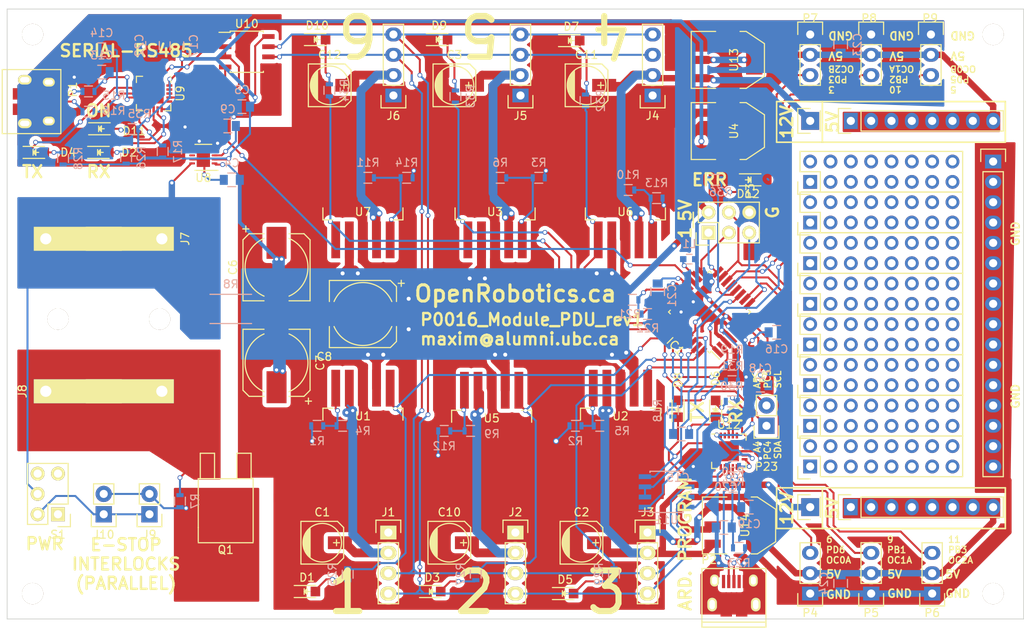
<source format=kicad_pcb>
(kicad_pcb (version 4) (host pcbnew 4.0.1-stable)
  (layers (0 F.Cu signal) (31 B.Cu signal) (34 B.Paste user hide) (35 F.Paste user) (36 B.SilkS user) (37 F.SilkS user) (38 B.Mask user hide) (39 F.Mask user) (44 Edge.Cuts user))
  (net 0 "")
  (net 1 "Net-(C1-Pad1)")
  (net 2 GND)
  (net 3 "Net-(C3-Pad1)")
  (net 4 /VBATT)
  (net 5 /5V)
  (net 6 "Net-(C9-Pad1)")
  (net 7 "Net-(C10-Pad1)")
  (net 8 "Net-(C12-Pad1)")
  (net 9 "Net-(C13-Pad1)")
  (net 10 "Net-(C14-Pad1)")
  (net 11 "Net-(C15-Pad1)")
  (net 12 /~ARD_PGM)
  (net 13 "Net-(C16-Pad1)")
  (net 14 "Net-(C18-Pad1)")
  (net 15 "Net-(C19-Pad1)")
  (net 16 "Net-(C20-Pad1)")
  (net 17 "Net-(C21-Pad1)")
  (net 18 "Net-(D1-Pad2)")
  (net 19 "Net-(D2-Pad2)")
  (net 20 /~RX_LED_USB)
  (net 21 "Net-(D3-Pad2)")
  (net 22 "Net-(D4-Pad2)")
  (net 23 /~TX_LED_USB)
  (net 24 "Net-(D5-Pad2)")
  (net 25 "Net-(D6-Pad2)")
  (net 26 /~RX_LED_PGM)
  (net 27 "Net-(D7-Pad2)")
  (net 28 "Net-(D8-Pad2)")
  (net 29 /~TX_LED_PGM)
  (net 30 "Net-(D9-Pad2)")
  (net 31 "Net-(D10-Pad2)")
  (net 32 "Net-(D11-Pad2)")
  (net 33 "Net-(D12-Pad2)")
  (net 34 /EN2)
  (net 35 /EN3)
  (net 36 /XTAL1)
  (net 37 /XTAL2)
  (net 38 /EN4)
  (net 39 /EN5)
  (net 40 /EN6)
  (net 41 /ERR)
  (net 42 /TXDEN_uC)
  (net 43 /MISO)
  (net 44 /SCK)
  (net 45 "Net-(IC1-Pad18)")
  (net 46 /I_SENSE)
  (net 47 /VSENSE)
  (net 48 /~RST)
  (net 49 /RX_uC)
  (net 50 /RX_PGM)
  (net 51 /EN1)
  (net 52 /RS485+)
  (net 53 /RS485-)
  (net 54 /VIN)
  (net 55 "Net-(P1-Pad2)")
  (net 56 "Net-(P1-Pad3)")
  (net 57 "Net-(P2-Pad2)")
  (net 58 "Net-(P2-Pad3)")
  (net 59 "Net-(R1-Pad2)")
  (net 60 "Net-(R2-Pad2)")
  (net 61 "Net-(R3-Pad2)")
  (net 62 "Net-(R12-Pad2)")
  (net 63 "Net-(R10-Pad1)")
  (net 64 "Net-(R11-Pad1)")
  (net 65 "Net-(R17-Pad2)")
  (net 66 "Net-(R24-Pad2)")
  (net 67 /RX_USB)
  (net 68 /TXDEN_USB)
  (net 69 /TX_USB)
  (net 70 "Net-(J8-Pad1)")
  (net 71 "Net-(J10-Pad1)")
  (net 72 "Net-(J10-Pad2)")
  (net 73 /3/PD3/OC2B)
  (net 74 /5/PD5/OC0B)
  (net 75 /6/PD6/OC0A)
  (net 76 /9/PB1/OC1A)
  (net 77 /10/PB2/OC1B)
  (net 78 /11/PB3/OC2A)
  (net 79 /SDA)
  (net 80 /SCL)
  (net 81 /V3_12V)
  (net 82 /V4_12V)
  (net 83 /5V_POW_RIGHT)
  (net 84 /5V_POW_LEFT)
  (module Resistors_SMD:R_0603 (layer B.Cu) (at 136.259 113.157 180)
    (fp_text reference R30 (at 0 1.9 180) (layer B.SilkS) (effects (justify mirror)))
    (fp_text value 680)
    (pad 1 smd rect (at -0.75 0 180) (size 0.5 0.9) (layers B.Cu B.Paste B.Mask) (net 5 /5V))
    (pad 2 smd rect (at 0.75 0 180) (size 0.5 0.9) (layers B.Cu B.Paste B.Mask) (net 25 "Net-(D6-Pad2)"))
  )
  (module Housings_QFP:TQFP-32_7x7mm_Pitch0.8mm (layer F.Cu) (at 133.477 101.981 135)
    (fp_text reference IC1 (at 0 -6.05 135) (layer F.SilkS))
    (fp_text value ATMEGA328P-A)
    (pad 1 smd rect (at -4.25 -2.8 135) (size 1.6 0.55) (layers F.Cu F.Paste F.Mask) (net 73 /3/PD3/OC2B))
    (pad 2 smd rect (at -4.25 -2 135) (size 1.6 0.55) (layers F.Cu F.Paste F.Mask) (net 35 /EN3))
    (pad 3 smd rect (at -4.25 -1.2 135) (size 1.6 0.55) (layers F.Cu F.Paste F.Mask) (net 2 GND))
    (pad 4 smd rect (at -4.25 -0.4 135) (size 1.6 0.55) (layers F.Cu F.Paste F.Mask) (net 5 /5V))
    (pad 5 smd rect (at -4.25 0.4 135) (size 1.6 0.55) (layers F.Cu F.Paste F.Mask) (net 2 GND))
    (pad 6 smd rect (at -4.25 1.2 135) (size 1.6 0.55) (layers F.Cu F.Paste F.Mask) (net 5 /5V))
    (pad 7 smd rect (at -4.25 2 135) (size 1.6 0.55) (layers F.Cu F.Paste F.Mask) (net 36 /XTAL1))
    (pad 8 smd rect (at -4.25 2.8 135) (size 1.6 0.55) (layers F.Cu F.Paste F.Mask) (net 37 /XTAL2))
    (pad 9 smd rect (at -2.8 4.25 225) (size 1.6 0.55) (layers F.Cu F.Paste F.Mask) (net 74 /5/PD5/OC0B))
    (pad 10 smd rect (at -2 4.25 225) (size 1.6 0.55) (layers F.Cu F.Paste F.Mask) (net 75 /6/PD6/OC0A))
    (pad 11 smd rect (at -1.2 4.25 225) (size 1.6 0.55) (layers F.Cu F.Paste F.Mask) (net 42 /TXDEN_uC))
    (pad 12 smd rect (at -0.4 4.25 225) (size 1.6 0.55) (layers F.Cu F.Paste F.Mask) (net 41 /ERR))
    (pad 13 smd rect (at 0.4 4.25 225) (size 1.6 0.55) (layers F.Cu F.Paste F.Mask) (net 76 /9/PB1/OC1A))
    (pad 14 smd rect (at 1.2 4.25 225) (size 1.6 0.55) (layers F.Cu F.Paste F.Mask) (net 77 /10/PB2/OC1B))
    (pad 15 smd rect (at 2 4.25 225) (size 1.6 0.55) (layers F.Cu F.Paste F.Mask) (net 78 /11/PB3/OC2A))
    (pad 16 smd rect (at 2.8 4.25 225) (size 1.6 0.55) (layers F.Cu F.Paste F.Mask) (net 43 /MISO))
    (pad 17 smd rect (at 4.25 2.8 135) (size 1.6 0.55) (layers F.Cu F.Paste F.Mask) (net 44 /SCK))
    (pad 18 smd rect (at 4.25 2 135) (size 1.6 0.55) (layers F.Cu F.Paste F.Mask) (net 45 "Net-(IC1-Pad18)"))
    (pad 19 smd rect (at 4.25 1.2 135) (size 1.6 0.55) (layers F.Cu F.Paste F.Mask) (net 46 /I_SENSE))
    (pad 20 smd rect (at 4.25 0.4 135) (size 1.6 0.55) (layers F.Cu F.Paste F.Mask) (net 17 "Net-(C21-Pad1)"))
    (pad 21 smd rect (at 4.25 -0.4 135) (size 1.6 0.55) (layers F.Cu F.Paste F.Mask) (net 2 GND))
    (pad 22 smd rect (at 4.25 -1.2 135) (size 1.6 0.55) (layers F.Cu F.Paste F.Mask) (net 47 /VSENSE))
    (pad 23 smd rect (at 4.25 -2 135) (size 1.6 0.55) (layers F.Cu F.Paste F.Mask) (net 38 /EN4))
    (pad 24 smd rect (at 4.25 -2.8 135) (size 1.6 0.55) (layers F.Cu F.Paste F.Mask) (net 39 /EN5))
    (pad 25 smd rect (at 2.8 -4.25 225) (size 1.6 0.55) (layers F.Cu F.Paste F.Mask) (net 40 /EN6))
    (pad 26 smd rect (at 2 -4.25 225) (size 1.6 0.55) (layers F.Cu F.Paste F.Mask) (net 51 /EN1))
    (pad 27 smd rect (at 1.2 -4.25 225) (size 1.6 0.55) (layers F.Cu F.Paste F.Mask) (net 79 /SDA))
    (pad 28 smd rect (at 0.4 -4.25 225) (size 1.6 0.55) (layers F.Cu F.Paste F.Mask) (net 80 /SCL))
    (pad 29 smd rect (at -0.4 -4.25 225) (size 1.6 0.55) (layers F.Cu F.Paste F.Mask) (net 48 /~RST))
    (pad 30 smd rect (at -1.2 -4.25 225) (size 1.6 0.55) (layers F.Cu F.Paste F.Mask) (net 49 /RX_uC))
    (pad 31 smd rect (at -2 -4.25 225) (size 1.6 0.55) (layers F.Cu F.Paste F.Mask) (net 50 /RX_PGM))
    (pad 32 smd rect (at -2.8 -4.25 225) (size 1.6 0.55) (layers F.Cu F.Paste F.Mask) (net 34 /EN2))
  )
  (module Capacitors_SMD:C_0805 (layer B.Cu) (at 139.827 111.125 180)
    (fp_text reference C18 (at 0 2.1 180) (layer B.SilkS) (effects (justify mirror)))
    (fp_text value 18pF)
    (pad 1 smd rect (at -1 0 180) (size 1 1.25) (layers B.Cu B.Paste B.Mask) (net 14 "Net-(C18-Pad1)"))
    (pad 2 smd rect (at 1 0 180) (size 1 1.25) (layers B.Cu B.Paste B.Mask) (net 2 GND))
  )
  (module Capacitors_SMD:C_0603 (layer B.Cu) (at 130.937 95.377 180)
    (fp_text reference L1 (at 0 1.9 180) (layer B.SilkS) (effects (justify mirror)))
    (fp_text value 10uH)
    (pad 1 smd rect (at -0.75 0 180) (size 0.8 0.75) (layers B.Cu B.Paste B.Mask) (net 5 /5V))
    (pad 2 smd rect (at 0.75 0 180) (size 0.8 0.75) (layers B.Cu B.Paste B.Mask) (net 45 "Net-(IC1-Pad18)"))
  )
  (module LEDs:LED_0805 (layer F.Cu) (at 138.303 85.471 180)
    (fp_text reference D12 (at 0 -1.75 180) (layer F.SilkS))
    (fp_text value LTST-C170KRKT)
    (pad 2 smd rect (at 1.04902 0) (size 1.19888 1.19888) (layers F.Cu F.Paste F.Mask) (net 33 "Net-(D12-Pad2)"))
    (pad 1 smd rect (at -1.04902 0) (size 1.19888 1.19888) (layers F.Cu F.Paste F.Mask) (net 2 GND))
  )
  (module Capacitors_SMD:C_0805 (layer B.Cu) (at 141.859 104.521)
    (fp_text reference C16 (at 0 2.1) (layer B.SilkS) (effects (justify mirror)))
    (fp_text value 18pF)
    (pad 1 smd rect (at -1 0) (size 1 1.25) (layers B.Cu B.Paste B.Mask) (net 13 "Net-(C16-Pad1)"))
    (pad 2 smd rect (at 1 0) (size 1 1.25) (layers B.Cu B.Paste B.Mask) (net 2 GND))
  )
  (module Capacitors_SMD:C_0805 (layer B.Cu) (at 135.255 128.905 180)
    (fp_text reference C20 (at -0.27 5.08 180) (layer B.SilkS) (effects (justify mirror)))
    (fp_text value 47pF)
    (pad 1 smd rect (at -1 0 180) (size 1 1.25) (layers B.Cu B.Paste B.Mask) (net 16 "Net-(C20-Pad1)"))
    (pad 2 smd rect (at 1 0 180) (size 1 1.25) (layers B.Cu B.Paste B.Mask) (net 2 GND))
  )
  (module Housings_DFN_QFN:QFN-20-1EP_4x4mm_Pitch0.5mm (layer F.Cu) (at 135.89 119.38)
    (fp_text reference U12 (at 0 -3.33) (layer F.SilkS))
    (fp_text value FT231XQ)
    (pad 1 smd rect (at -1.965 -1) (size 0.73 0.3) (layers F.Cu F.Paste F.Mask) (net 50 /RX_PGM))
    (pad 2 smd rect (at -1.965 -0.5) (size 0.73 0.3) (layers F.Cu F.Paste F.Mask))
    (pad 3 smd rect (at -1.965 0) (size 0.73 0.3) (layers F.Cu F.Paste F.Mask) (net 2 GND))
    (pad 4 smd rect (at -1.965 0.5) (size 0.73 0.3) (layers F.Cu F.Paste F.Mask))
    (pad 5 smd rect (at -1.965 1) (size 0.73 0.3) (layers F.Cu F.Paste F.Mask))
    (pad 6 smd rect (at -1 1.965 90) (size 0.73 0.3) (layers F.Cu F.Paste F.Mask))
    (pad 7 smd rect (at -0.5 1.965 90) (size 0.73 0.3) (layers F.Cu F.Paste F.Mask) (net 29 /~TX_LED_PGM))
    (pad 8 smd rect (at 0 1.965 90) (size 0.73 0.3) (layers F.Cu F.Paste F.Mask) (net 16 "Net-(C20-Pad1)"))
    (pad 9 smd rect (at 0.5 1.965 90) (size 0.73 0.3) (layers F.Cu F.Paste F.Mask) (net 15 "Net-(C19-Pad1)"))
    (pad 10 smd rect (at 1 1.965 90) (size 0.73 0.3) (layers F.Cu F.Paste F.Mask))
    (pad 11 smd rect (at 1.965 1) (size 0.73 0.3) (layers F.Cu F.Paste F.Mask) (net 66 "Net-(R24-Pad2)"))
    (pad 12 smd rect (at 1.965 0.5) (size 0.73 0.3) (layers F.Cu F.Paste F.Mask) (net 5 /5V))
    (pad 13 smd rect (at 1.965 0) (size 0.73 0.3) (layers F.Cu F.Paste F.Mask) (net 2 GND))
    (pad 14 smd rect (at 1.965 -0.5) (size 0.73 0.3) (layers F.Cu F.Paste F.Mask) (net 26 /~RX_LED_PGM))
    (pad 15 smd rect (at 1.965 -1) (size 0.73 0.3) (layers F.Cu F.Paste F.Mask))
    (pad 16 smd rect (at 1 -1.965 90) (size 0.73 0.3) (layers F.Cu F.Paste F.Mask))
    (pad 17 smd rect (at 0.5 -1.965 90) (size 0.73 0.3) (layers F.Cu F.Paste F.Mask) (net 49 /RX_uC))
    (pad 18 smd rect (at 0 -1.965 90) (size 0.73 0.3) (layers F.Cu F.Paste F.Mask) (net 12 /~ARD_PGM))
    (pad 19 smd rect (at -0.5 -1.965 90) (size 0.73 0.3) (layers F.Cu F.Paste F.Mask))
    (pad 20 smd rect (at -1 -1.965 90) (size 0.73 0.3) (layers F.Cu F.Paste F.Mask) (net 5 /5V))
    (pad 21 smd rect (at 0.625 0.625) (size 1.25 1.25) (layers F.Cu F.Paste F.Mask) (net 2 GND))
    (pad 21 smd rect (at 0.625 -0.625) (size 1.25 1.25) (layers F.Cu F.Paste F.Mask) (net 2 GND))
    (pad 21 smd rect (at -0.625 0.625) (size 1.25 1.25) (layers F.Cu F.Paste F.Mask) (net 2 GND))
    (pad 21 smd rect (at -0.625 -0.625) (size 1.25 1.25) (layers F.Cu F.Paste F.Mask) (net 2 GND))
  )
  (module Resistors_SMD:R_0603 (layer B.Cu) (at 137.16 131.445)
    (fp_text reference R23 (at 0 1.9) (layer B.SilkS) (effects (justify mirror)))
    (fp_text value 27)
    (pad 1 smd rect (at -0.75 0) (size 0.5 0.9) (layers B.Cu B.Paste B.Mask) (net 16 "Net-(C20-Pad1)"))
    (pad 2 smd rect (at 0.75 0) (size 0.5 0.9) (layers B.Cu B.Paste B.Mask) (net 58 "Net-(P2-Pad3)"))
  )
  (module Capacitors_SMD:C_0805 (layer B.Cu) (at 138.43 126.365)
    (fp_text reference C19 (at 0 2.1) (layer B.SilkS) (effects (justify mirror)))
    (fp_text value 47pF)
    (pad 1 smd rect (at -1 0) (size 1 1.25) (layers B.Cu B.Paste B.Mask) (net 15 "Net-(C19-Pad1)"))
    (pad 2 smd rect (at 1 0) (size 1 1.25) (layers B.Cu B.Paste B.Mask) (net 2 GND))
  )
  (module TO_SOT_Packages_SMD:SOT-223 (layer F.Cu) (at 137.16 128.651 270)
    (fp_text reference U14 (at 0 -0.762 270) (layer F.SilkS))
    (fp_text value NCP1117ST50T3GOSCT)
    (pad 4 smd rect (at 0 -3.302 270) (size 3.6576 2.032) (layers F.Cu F.Paste F.Mask) (net 84 /5V_POW_LEFT))
    (pad 2 smd rect (at 0 3.302 270) (size 1.016 2.032) (layers F.Cu F.Paste F.Mask) (net 84 /5V_POW_LEFT))
    (pad 3 smd rect (at 2.286 3.302 270) (size 1.016 2.032) (layers F.Cu F.Paste F.Mask) (net 81 /V3_12V))
    (pad 1 smd rect (at -2.286 3.302 270) (size 1.016 2.032) (layers F.Cu F.Paste F.Mask) (net 2 GND))
  )
  (module Connect:USB_Micro-B_10103594-0001LF (layer F.Cu) (at 136.525 137.16)
    (fp_text reference P2 (at -3.1015 -4.217) (layer F.SilkS))
    (fp_text value USB_OTG)
    (pad 1 smd rect (at -1.3 -1.5 90) (size 1.65 0.4) (layers F.Cu F.Paste F.Mask))
    (pad 2 smd rect (at -0.65 -1.5 90) (size 1.65 0.4) (layers F.Cu F.Paste F.Mask) (net 57 "Net-(P2-Pad2)"))
    (pad 3 smd rect (at -0.0009 -1.5 90) (size 1.65 0.4) (layers F.Cu F.Paste F.Mask) (net 58 "Net-(P2-Pad3)"))
    (pad 4 smd rect (at 0.65 -1.5 90) (size 1.65 0.4) (layers F.Cu F.Paste F.Mask))
    (pad 5 smd rect (at 1.3 -1.5 90) (size 1.65 0.4) (layers F.Cu F.Paste F.Mask) (net 2 GND))
    (pad 6 thru_hole oval (at -2.425 -1.625 90) (size 1.5 1.1) (drill oval 1.05 0.65) (layers *.Cu *.Mask F.SilkS) (net 2 GND))
    (pad 6 thru_hole oval (at 2.425 -1.625 90) (size 1.5 1.1) (drill oval 1.05 0.65) (layers *.Cu *.Mask F.SilkS) (net 2 GND))
    (pad 6 thru_hole oval (at -2.725 1.375 90) (size 1.7 1.2) (drill oval 1.2 0.7) (layers *.Cu *.Mask F.SilkS) (net 2 GND))
    (pad 6 thru_hole oval (at 2.725 1.375 90) (size 1.7 1.2) (drill oval 1.2 0.7) (layers *.Cu *.Mask F.SilkS) (net 2 GND))
    (pad 6 smd rect (at -0.9625 1.625 90) (size 2.5 1.425) (layers F.Cu F.Paste F.Mask) (net 2 GND))
    (pad 6 smd rect (at 0.9625 1.625 90) (size 2.5 1.425) (layers F.Cu F.Paste F.Mask) (net 2 GND))
  )
  (module Capacitors_SMD:C_0805 (layer B.Cu) (at 149.86 135.89 270)
    (fp_text reference C24 (at 0 2.1 270) (layer B.SilkS) (effects (justify mirror)))
    (fp_text value 0.1uF)
    (pad 1 smd rect (at -1 0 270) (size 1 1.25) (layers B.Cu B.Paste B.Mask) (net 84 /5V_POW_LEFT))
    (pad 2 smd rect (at 1 0 270) (size 1 1.25) (layers B.Cu B.Paste B.Mask) (net 2 GND))
  )
  (module Resistors_SMD:R_0603 (layer B.Cu) (at 84.455 116.205)
    (fp_text reference R1 (at 0 1.9) (layer B.SilkS) (effects (justify mirror)))
    (fp_text value 5k9)
    (pad 1 smd rect (at -0.75 0) (size 0.5 0.9) (layers B.Cu B.Paste B.Mask) (net 2 GND))
    (pad 2 smd rect (at 0.75 0) (size 0.5 0.9) (layers B.Cu B.Paste B.Mask) (net 59 "Net-(R1-Pad2)"))
  )
  (module TO_SOT_Packages_SMD:TO-263-5Lead (layer F.Cu) (at 106.25 111.76 270)
    (fp_text reference U5 (at 3.5 0 360) (layer F.SilkS))
    (fp_text value MIC29302AWU-TR)
    (pad 5 smd rect (at 0 3.4 270) (size 4.6 1.1) (layers F.Cu F.Paste F.Mask) (net 62 "Net-(R12-Pad2)"))
    (pad 4 smd rect (at 0 1.7 270) (size 4.6 1.1) (layers F.Cu F.Paste F.Mask) (net 7 "Net-(C10-Pad1)"))
    (pad 2 smd rect (at 0 -1.7 270) (size 4.6 1.1) (layers F.Cu F.Paste F.Mask) (net 4 /VBATT))
    (pad 3 smd rect (at 9.15 0 270) (size 9.4 10.8) (layers F.Cu F.Paste F.Mask) (net 2 GND))
    (pad 3 smd rect (at 0 0 270) (size 4.6 1.1) (layers F.Cu F.Paste F.Mask) (net 2 GND))
    (pad 1 smd rect (at 0 -3.4 270) (size 4.6 1.1) (layers F.Cu F.Paste F.Mask) (net 34 /EN2))
  )
  (module TO_SOT_Packages_SMD:TO-263-5Lead (layer F.Cu) (at 122.35 111.5 270)
    (fp_text reference U2 (at 3.5 0 360) (layer F.SilkS))
    (fp_text value MIC29302AWU-TR)
    (pad 5 smd rect (at 0 3.4 270) (size 4.6 1.1) (layers F.Cu F.Paste F.Mask) (net 60 "Net-(R2-Pad2)"))
    (pad 4 smd rect (at 0 1.7 270) (size 4.6 1.1) (layers F.Cu F.Paste F.Mask) (net 81 /V3_12V))
    (pad 2 smd rect (at 0 -1.7 270) (size 4.6 1.1) (layers F.Cu F.Paste F.Mask) (net 4 /VBATT))
    (pad 3 smd rect (at 9.15 0 270) (size 9.4 10.8) (layers F.Cu F.Paste F.Mask) (net 2 GND))
    (pad 3 smd rect (at 0 0 270) (size 4.6 1.1) (layers F.Cu F.Paste F.Mask) (net 2 GND))
    (pad 1 smd rect (at 0 -3.4 270) (size 4.6 1.1) (layers F.Cu F.Paste F.Mask) (net 35 /EN3))
  )
  (module TO_SOT_Packages_SMD:SOT-223 (layer F.Cu) (at 135.763 70.485 270)
    (fp_text reference U13 (at 0 -0.762 270) (layer F.SilkS))
    (fp_text value NCP1117ST50T3GOSCT)
    (pad 4 smd rect (at 0 -3.302 270) (size 3.6576 2.032) (layers F.Cu F.Paste F.Mask) (net 83 /5V_POW_RIGHT))
    (pad 2 smd rect (at 0 3.302 270) (size 1.016 2.032) (layers F.Cu F.Paste F.Mask) (net 83 /5V_POW_RIGHT))
    (pad 3 smd rect (at 2.286 3.302 270) (size 1.016 2.032) (layers F.Cu F.Paste F.Mask) (net 82 /V4_12V))
    (pad 1 smd rect (at -2.286 3.302 270) (size 1.016 2.032) (layers F.Cu F.Paste F.Mask) (net 2 GND))
  )
  (module Resistors_SMD:R_0603 (layer B.Cu) (at 123.837 100.457)
    (fp_text reference R21 (at -0.369 1.778) (layer B.SilkS) (effects (justify mirror)))
    (fp_text value 40k)
    (pad 1 smd rect (at -0.75 0) (size 0.5 0.9) (layers B.Cu B.Paste B.Mask) (net 4 /VBATT))
    (pad 2 smd rect (at 0.75 0) (size 0.5 0.9) (layers B.Cu B.Paste B.Mask) (net 47 /VSENSE))
  )
  (module Resistors_SMD:R_0603 (layer B.Cu) (at 125.73 102.235)
    (fp_text reference R22 (at 0.012 1.778) (layer B.SilkS) (effects (justify mirror)))
    (fp_text value 10k)
    (pad 1 smd rect (at -0.75 0) (size 0.5 0.9) (layers B.Cu B.Paste B.Mask) (net 47 /VSENSE))
    (pad 2 smd rect (at 0.75 0) (size 0.5 0.9) (layers B.Cu B.Paste B.Mask) (net 2 GND))
  )
  (module Housings_SOIC:SOIC-8_3.9x4.9mm_Pitch1.27mm (layer B.Cu) (at 128.11 124.46)
    (fp_text reference U11 (at 0 3.5) (layer B.SilkS) (effects (justify mirror)))
    (fp_text value SN65176BDR)
    (pad 1 smd rect (at -2.7 1.905) (size 1.55 0.6) (layers B.Cu B.Paste B.Mask) (net 49 /RX_uC))
    (pad 2 smd rect (at -2.7 0.635) (size 1.55 0.6) (layers B.Cu B.Paste B.Mask) (net 42 /TXDEN_uC))
    (pad 3 smd rect (at -2.7 -0.635) (size 1.55 0.6) (layers B.Cu B.Paste B.Mask) (net 42 /TXDEN_uC))
    (pad 4 smd rect (at -2.7 -1.905) (size 1.55 0.6) (layers B.Cu B.Paste B.Mask) (net 50 /RX_PGM))
    (pad 5 smd rect (at 2.7 -1.905) (size 1.55 0.6) (layers B.Cu B.Paste B.Mask) (net 2 GND))
    (pad 6 smd rect (at 2.7 -0.635) (size 1.55 0.6) (layers B.Cu B.Paste B.Mask) (net 52 /RS485+))
    (pad 7 smd rect (at 2.7 0.635) (size 1.55 0.6) (layers B.Cu B.Paste B.Mask) (net 53 /RS485-))
    (pad 8 smd rect (at 2.7 1.905) (size 1.55 0.6) (layers B.Cu B.Paste B.Mask) (net 5 /5V))
  )
  (module TO_SOT_Packages_SMD:SOT-223 (layer F.Cu) (at 135.763 79.375 270)
    (fp_text reference U4 (at 0 -0.762 270) (layer F.SilkS))
    (fp_text value UA78M05CDCYR)
    (pad 4 smd rect (at 0 -3.302 270) (size 3.6576 2.032) (layers F.Cu F.Paste F.Mask) (net 2 GND))
    (pad 2 smd rect (at 0 3.302 270) (size 1.016 2.032) (layers F.Cu F.Paste F.Mask) (net 2 GND))
    (pad 3 smd rect (at 2.286 3.302 270) (size 1.016 2.032) (layers F.Cu F.Paste F.Mask) (net 5 /5V))
    (pad 1 smd rect (at -2.286 3.302 270) (size 1.016 2.032) (layers F.Cu F.Paste F.Mask) (net 4 /VBATT))
  )
  (module Pin_Headers:Pin_Header_Straight_1x04 (layer F.Cu) (at 125.73 129.54)
    (fp_text reference J3 (at 0 -2.54) (layer F.SilkS))
    (fp_text value 22-03-5045)
    (pad 1 thru_hole rect (at 0 0) (size 2.032 1.7272) (drill 1.016) (layers *.Cu *.Mask F.SilkS) (net 2 GND))
    (pad 2 thru_hole oval (at 0 2.54) (size 2.032 1.7272) (drill 1.016) (layers *.Cu *.Mask F.SilkS) (net 81 /V3_12V))
    (pad 3 thru_hole oval (at 0 5.08) (size 2.032 1.7272) (drill 1.016) (layers *.Cu *.Mask F.SilkS) (net 52 /RS485+))
    (pad 4 thru_hole oval (at 0 7.62) (size 2.032 1.7272) (drill 1.016) (layers *.Cu *.Mask F.SilkS) (net 53 /RS485-))
  )
  (module Resistors_SMD:R_0603 (layer B.Cu) (at 128.905 114.3 270)
    (fp_text reference R18 (at 0 1.9 270) (layer B.SilkS) (effects (justify mirror)))
    (fp_text value 1k)
    (pad 1 smd rect (at -0.75 0 270) (size 0.5 0.9) (layers B.Cu B.Paste B.Mask) (net 48 /~RST))
    (pad 2 smd rect (at 0.75 0 270) (size 0.5 0.9) (layers B.Cu B.Paste B.Mask) (net 11 "Net-(C15-Pad1)"))
  )
  (module Housings_DFN_QFN:DFN-8-1EP_3x3mm_Pitch0.5mm (layer F.Cu) (at 70.231 82.665 180)
    (fp_text reference U8 (at 0 -2.55 180) (layer F.SilkS))
    (fp_text value LT6100CDD#PBF)
    (pad 1 smd rect (at -1.4 -0.75 180) (size 0.7 0.25) (layers F.Cu F.Paste F.Mask) (net 4 /VBATT))
    (pad 2 smd rect (at -1.4 -0.25 180) (size 0.7 0.25) (layers F.Cu F.Paste F.Mask) (net 5 /5V))
    (pad 3 smd rect (at -1.4 0.25 180) (size 0.7 0.25) (layers F.Cu F.Paste F.Mask) (net 6 "Net-(C9-Pad1)"))
    (pad 4 smd rect (at -1.4 0.75 180) (size 0.7 0.25) (layers F.Cu F.Paste F.Mask) (net 2 GND))
    (pad 5 smd rect (at 1.4 0.75 180) (size 0.7 0.25) (layers F.Cu F.Paste F.Mask) (net 46 /I_SENSE))
    (pad 6 smd rect (at 1.4 0.25 180) (size 0.7 0.25) (layers F.Cu F.Paste F.Mask))
    (pad 7 smd rect (at 1.4 -0.25 180) (size 0.7 0.25) (layers F.Cu F.Paste F.Mask) (net 2 GND))
    (pad 8 smd rect (at 1.4 -0.75 180) (size 0.7 0.25) (layers F.Cu F.Paste F.Mask) (net 54 /VIN))
    (pad 9 smd rect (at 0.415 0.595 180) (size 0.83 1.19) (layers F.Cu F.Paste F.Mask) (net 2 GND))
    (pad 9 smd rect (at 0.415 -0.595 180) (size 0.83 1.19) (layers F.Cu F.Paste F.Mask) (net 2 GND))
    (pad 9 smd rect (at -0.415 0.595 180) (size 0.83 1.19) (layers F.Cu F.Paste F.Mask) (net 2 GND))
    (pad 9 smd rect (at -0.415 -0.595 180) (size 0.83 1.19) (layers F.Cu F.Paste F.Mask) (net 2 GND))
  )
  (module Pin_Headers:Pin_Header_Straight_2x03 (layer F.Cu) (at 133.35 92.075 90)
    (fp_text reference P3 (at 5.207 5.207 90) (layer F.SilkS))
    (fp_text value ICSP_02X03)
    (pad 1 thru_hole rect (at 0 0 90) (size 1.7272 1.7272) (drill 1.016) (layers *.Cu *.Mask F.SilkS) (net 43 /MISO))
    (pad 2 thru_hole oval (at 2.54 0 90) (size 1.7272 1.7272) (drill 1.016) (layers *.Cu *.Mask F.SilkS) (net 5 /5V))
    (pad 3 thru_hole oval (at 0 2.54 90) (size 1.7272 1.7272) (drill 1.016) (layers *.Cu *.Mask F.SilkS) (net 44 /SCK))
    (pad 4 thru_hole oval (at 2.54 2.54 90) (size 1.7272 1.7272) (drill 1.016) (layers *.Cu *.Mask F.SilkS) (net 78 /11/PB3/OC2A))
    (pad 5 thru_hole oval (at 0 5.08 90) (size 1.7272 1.7272) (drill 1.016) (layers *.Cu *.Mask F.SilkS) (net 48 /~RST))
    (pad 6 thru_hole oval (at 2.54 5.08 90) (size 1.7272 1.7272) (drill 1.016) (layers *.Cu *.Mask F.SilkS) (net 2 GND))
  )
  (module Capacitors_SMD:C_0805 (layer B.Cu) (at 127 99.425 270)
    (fp_text reference C21 (at 0.508 -1.778 270) (layer B.SilkS) (effects (justify mirror)))
    (fp_text value 1uF)
    (pad 1 smd rect (at -1 0 270) (size 1 1.25) (layers B.Cu B.Paste B.Mask) (net 17 "Net-(C21-Pad1)"))
    (pad 2 smd rect (at 1 0 270) (size 1 1.25) (layers B.Cu B.Paste B.Mask) (net 2 GND))
  )
  (module Resistors_SMD:R_0603 (layer B.Cu) (at 85.979 74.283 90)
    (fp_text reference R34 (at 0 1.9 90) (layer B.SilkS) (effects (justify mirror)))
    (fp_text value 680)
    (pad 1 smd rect (at -0.75 0 90) (size 0.5 0.9) (layers B.Cu B.Paste B.Mask) (net 40 /EN6))
    (pad 2 smd rect (at 0.75 0 90) (size 0.5 0.9) (layers B.Cu B.Paste B.Mask) (net 31 "Net-(D10-Pad2)"))
  )
  (module TO_SOT_Packages_SMD:TO-263-5Lead (layer F.Cu) (at 90.17 111.5 270)
    (fp_text reference U1 (at 3.5 0 360) (layer F.SilkS))
    (fp_text value MIC29302AWU-TR)
    (pad 5 smd rect (at 0 3.4 270) (size 4.6 1.1) (layers F.Cu F.Paste F.Mask) (net 59 "Net-(R1-Pad2)"))
    (pad 4 smd rect (at 0 1.7 270) (size 4.6 1.1) (layers F.Cu F.Paste F.Mask) (net 1 "Net-(C1-Pad1)"))
    (pad 2 smd rect (at 0 -1.7 270) (size 4.6 1.1) (layers F.Cu F.Paste F.Mask) (net 4 /VBATT))
    (pad 3 smd rect (at 9.15 0 270) (size 9.4 10.8) (layers F.Cu F.Paste F.Mask) (net 2 GND))
    (pad 3 smd rect (at 0 0 270) (size 4.6 1.1) (layers F.Cu F.Paste F.Mask) (net 2 GND))
    (pad 1 smd rect (at 0 -3.4 270) (size 4.6 1.1) (layers F.Cu F.Paste F.Mask) (net 51 /EN1))
  )
  (module Capacitors_SMD:c_elec_5x4.5 (layer F.Cu) (at 100.965 130.81)
    (fp_text reference C10 (at 0 -3.81) (layer F.SilkS))
    (fp_text value "10uF tantalum")
    (pad 1 smd rect (at 2.19964 0) (size 2.99974 1.6002) (layers F.Cu F.Paste F.Mask) (net 7 "Net-(C10-Pad1)"))
    (pad 2 smd rect (at -2.19964 0) (size 2.99974 1.6002) (layers F.Cu F.Paste F.Mask) (net 2 GND))
  )
  (module open_robotics:MULTICOMP_4MM_JACK (layer F.Cu) (at 57.796 111.887 90)
    (fp_text reference J8 (at 0 -10.16 90) (layer F.SilkS))
    (fp_text value MULTICOMP_24.243.2)
    (pad 1 thru_hole rect (at 0 7.25 90) (size 3 11) (drill 1.4 (offset 0 -4)) (layers *.Cu *.Mask F.SilkS) (net 70 "Net-(J8-Pad1)"))
    (pad 1 thru_hole rect (at 0 -7.25 90) (size 3 11) (drill 1.4 (offset 0 4)) (layers *.Cu *.Mask F.SilkS) (net 70 "Net-(J8-Pad1)"))
  )
  (module Capacitors_SMD:c_elec_5x4.5 (layer F.Cu) (at 85.09 130.81)
    (fp_text reference C1 (at 0 -3.81) (layer F.SilkS))
    (fp_text value "10uF tantalum")
    (pad 1 smd rect (at 2.19964 0) (size 2.99974 1.6002) (layers F.Cu F.Paste F.Mask) (net 1 "Net-(C1-Pad1)"))
    (pad 2 smd rect (at -2.19964 0) (size 2.99974 1.6002) (layers F.Cu F.Paste F.Mask) (net 2 GND))
  )
  (module Capacitors_SMD:c_elec_5x4.5 (layer F.Cu) (at 117.475 130.81)
    (fp_text reference C2 (at 0 -3.81) (layer F.SilkS))
    (fp_text value "10uF tantalum")
    (pad 1 smd rect (at 2.19964 0) (size 2.99974 1.6002) (layers F.Cu F.Paste F.Mask) (net 81 /V3_12V))
    (pad 2 smd rect (at -2.19964 0) (size 2.99974 1.6002) (layers F.Cu F.Paste F.Mask) (net 2 GND))
  )
  (module Capacitors_SMD:c_elec_5x4.5 (layer F.Cu) (at 101.6 73.66)
    (fp_text reference C3 (at 0 -3.81) (layer F.SilkS))
    (fp_text value "10uF tantalum")
    (pad 1 smd rect (at 2.19964 0) (size 2.99974 1.6002) (layers F.Cu F.Paste F.Mask) (net 3 "Net-(C3-Pad1)"))
    (pad 2 smd rect (at -2.19964 0) (size 2.99974 1.6002) (layers F.Cu F.Paste F.Mask) (net 2 GND))
  )
  (module Capacitors_SMD:C_0805 (layer B.Cu) (at 73.787 85.471 180)
    (fp_text reference C4 (at 0 2.1 180) (layer B.SilkS) (effects (justify mirror)))
    (fp_text value 1uF)
    (pad 1 smd rect (at -1 0 180) (size 1 1.25) (layers B.Cu B.Paste B.Mask) (net 4 /VBATT))
    (pad 2 smd rect (at 1 0 180) (size 1 1.25) (layers B.Cu B.Paste B.Mask) (net 2 GND))
  )
  (module Capacitors_SMD:C_0805 (layer B.Cu) (at 75.057 76.327 180)
    (fp_text reference C5 (at 0 2.1 180) (layer B.SilkS) (effects (justify mirror)))
    (fp_text value 0.1uF)
    (pad 1 smd rect (at -1 0 180) (size 1 1.25) (layers B.Cu B.Paste B.Mask) (net 5 /5V))
    (pad 2 smd rect (at 1 0 180) (size 1 1.25) (layers B.Cu B.Paste B.Mask) (net 2 GND))
  )
  (module Capacitors_SMD:C_0805 (layer B.Cu) (at 73.295 78.74 180)
    (fp_text reference C9 (at 0 2.1 180) (layer B.SilkS) (effects (justify mirror)))
    (fp_text value 2.2nF)
    (pad 1 smd rect (at -1 0 180) (size 1 1.25) (layers B.Cu B.Paste B.Mask) (net 6 "Net-(C9-Pad1)"))
    (pad 2 smd rect (at 1 0 180) (size 1 1.25) (layers B.Cu B.Paste B.Mask) (net 2 GND))
  )
  (module Capacitors_SMD:c_elec_5x4.5 (layer F.Cu) (at 118.11 73.66)
    (fp_text reference C11 (at 0 -3.81) (layer F.SilkS))
    (fp_text value "10uF tantalum")
    (pad 1 smd rect (at 2.19964 0) (size 2.99974 1.6002) (layers F.Cu F.Paste F.Mask) (net 82 /V4_12V))
    (pad 2 smd rect (at -2.19964 0) (size 2.99974 1.6002) (layers F.Cu F.Paste F.Mask) (net 2 GND))
  )
  (module Capacitors_SMD:c_elec_5x4.5 (layer F.Cu) (at 86.01964 73.66)
    (fp_text reference C12 (at 0 -3.81) (layer F.SilkS))
    (fp_text value "10uF tantalum")
    (pad 1 smd rect (at 2.19964 0) (size 2.99974 1.6002) (layers F.Cu F.Paste F.Mask) (net 8 "Net-(C12-Pad1)"))
    (pad 2 smd rect (at -2.19964 0) (size 2.99974 1.6002) (layers F.Cu F.Paste F.Mask) (net 2 GND))
  )
  (module Capacitors_SMD:C_0805 (layer B.Cu) (at 57.531 72.009 180)
    (fp_text reference C13 (at 0 2.1 180) (layer B.SilkS) (effects (justify mirror)))
    (fp_text value 47pF)
    (pad 1 smd rect (at -1 0 180) (size 1 1.25) (layers B.Cu B.Paste B.Mask) (net 9 "Net-(C13-Pad1)"))
    (pad 2 smd rect (at 1 0 180) (size 1 1.25) (layers B.Cu B.Paste B.Mask) (net 2 GND))
  )
  (module Capacitors_SMD:C_0805 (layer B.Cu) (at 57.531 69.215 180)
    (fp_text reference C14 (at 0 2.1 180) (layer B.SilkS) (effects (justify mirror)))
    (fp_text value 47pF)
    (pad 1 smd rect (at -1 0 180) (size 1 1.25) (layers B.Cu B.Paste B.Mask) (net 10 "Net-(C14-Pad1)"))
    (pad 2 smd rect (at 1 0 180) (size 1 1.25) (layers B.Cu B.Paste B.Mask) (net 2 GND))
  )
  (module Capacitors_SMD:C_0805 (layer B.Cu) (at 129.921 117.221)
    (fp_text reference C15 (at -0.381 5.461) (layer B.SilkS) (effects (justify mirror)))
    (fp_text value 100nF)
    (pad 1 smd rect (at -1 0) (size 1 1.25) (layers B.Cu B.Paste B.Mask) (net 11 "Net-(C15-Pad1)"))
    (pad 2 smd rect (at 1 0) (size 1 1.25) (layers B.Cu B.Paste B.Mask) (net 12 /~ARD_PGM))
  )
  (module Capacitors_SMD:C_0805 (layer B.Cu) (at 66.929 68.723 90)
    (fp_text reference C17 (at 0 2.1 90) (layer B.SilkS) (effects (justify mirror)))
    (fp_text value 1uF)
    (pad 1 smd rect (at -1 0 90) (size 1 1.25) (layers B.Cu B.Paste B.Mask) (net 5 /5V))
    (pad 2 smd rect (at 1 0 90) (size 1 1.25) (layers B.Cu B.Paste B.Mask) (net 2 GND))
  )
  (module Capacitors_SMD:C_0805 (layer B.Cu) (at 63.881 68.691 90)
    (fp_text reference C22 (at 0 -1.651 90) (layer B.SilkS) (effects (justify mirror)))
    (fp_text value 1uF)
    (pad 1 smd rect (at -1 0 90) (size 1 1.25) (layers B.Cu B.Paste B.Mask) (net 5 /5V))
    (pad 2 smd rect (at 1 0 90) (size 1 1.25) (layers B.Cu B.Paste B.Mask) (net 2 GND))
  )
  (module LEDs:LED_0805 (layer F.Cu) (at 83.185 136.906)
    (fp_text reference D1 (at 0 -1.75) (layer F.SilkS))
    (fp_text value LTST-C170KGKT)
    (pad 2 smd rect (at 1.04902 0 180) (size 1.19888 1.19888) (layers F.Cu F.Paste F.Mask) (net 18 "Net-(D1-Pad2)"))
    (pad 1 smd rect (at -1.04902 0 180) (size 1.19888 1.19888) (layers F.Cu F.Paste F.Mask) (net 2 GND))
  )
  (module LEDs:LED_0805 (layer F.Cu) (at 57.37098 82.042)
    (fp_text reference D2 (at 3.58902 0) (layer F.SilkS))
    (fp_text value LTST-C170KFKT)
    (pad 2 smd rect (at 1.04902 0 180) (size 1.19888 1.19888) (layers F.Cu F.Paste F.Mask) (net 19 "Net-(D2-Pad2)"))
    (pad 1 smd rect (at -1.04902 0 180) (size 1.19888 1.19888) (layers F.Cu F.Paste F.Mask) (net 20 /~RX_LED_USB))
  )
  (module LEDs:LED_0805 (layer F.Cu) (at 98.83902 136.906)
    (fp_text reference D3 (at 0 -1.75) (layer F.SilkS))
    (fp_text value LTST-C170KGKT)
    (pad 2 smd rect (at 1.04902 0 180) (size 1.19888 1.19888) (layers F.Cu F.Paste F.Mask) (net 21 "Net-(D3-Pad2)"))
    (pad 1 smd rect (at -1.04902 0 180) (size 1.19888 1.19888) (layers F.Cu F.Paste F.Mask) (net 2 GND))
  )
  (module LEDs:LED_0805 (layer F.Cu) (at 49.30902 82.042)
    (fp_text reference D4 (at 4.03098 0) (layer F.SilkS))
    (fp_text value LTST-C170KFKT)
    (pad 2 smd rect (at 1.04902 0 180) (size 1.19888 1.19888) (layers F.Cu F.Paste F.Mask) (net 22 "Net-(D4-Pad2)"))
    (pad 1 smd rect (at -1.04902 0 180) (size 1.19888 1.19888) (layers F.Cu F.Paste F.Mask) (net 23 /~TX_LED_USB))
  )
  (module LEDs:LED_0805 (layer F.Cu) (at 115.443 137.16)
    (fp_text reference D5 (at 0 -1.75) (layer F.SilkS))
    (fp_text value LTST-C170KGKT)
    (pad 2 smd rect (at 1.04902 0 180) (size 1.19888 1.19888) (layers F.Cu F.Paste F.Mask) (net 24 "Net-(D5-Pad2)"))
    (pad 1 smd rect (at -1.04902 0 180) (size 1.19888 1.19888) (layers F.Cu F.Paste F.Mask) (net 2 GND))
  )
  (module LEDs:LED_0805 (layer F.Cu) (at 134.239 114.07902 90)
    (fp_text reference D6 (at 3.81 0 90) (layer F.SilkS))
    (fp_text value LTST-C170KFKT)
    (pad 2 smd rect (at 1.04902 0 270) (size 1.19888 1.19888) (layers F.Cu F.Paste F.Mask) (net 25 "Net-(D6-Pad2)"))
    (pad 1 smd rect (at -1.04902 0 270) (size 1.19888 1.19888) (layers F.Cu F.Paste F.Mask) (net 26 /~RX_LED_PGM))
  )
  (module LEDs:LED_0805 (layer F.Cu) (at 116.205 68.072)
    (fp_text reference D7 (at 0 -1.75) (layer F.SilkS))
    (fp_text value LTST-C170KGKT)
    (pad 2 smd rect (at 1.04902 0 180) (size 1.19888 1.19888) (layers F.Cu F.Paste F.Mask) (net 27 "Net-(D7-Pad2)"))
    (pad 1 smd rect (at -1.04902 0 180) (size 1.19888 1.19888) (layers F.Cu F.Paste F.Mask) (net 2 GND))
  )
  (module LEDs:LED_0805 (layer F.Cu) (at 129.54 114.07902 90)
    (fp_text reference D8 (at 3.58902 0 90) (layer F.SilkS))
    (fp_text value LTST-C170KFKT)
    (pad 2 smd rect (at 1.04902 0 270) (size 1.19888 1.19888) (layers F.Cu F.Paste F.Mask) (net 28 "Net-(D8-Pad2)"))
    (pad 1 smd rect (at -1.04902 0 270) (size 1.19888 1.19888) (layers F.Cu F.Paste F.Mask) (net 29 /~TX_LED_PGM))
  )
  (module LEDs:LED_0805 (layer F.Cu) (at 99.695 67.945)
    (fp_text reference D9 (at 0 -1.75) (layer F.SilkS))
    (fp_text value LTST-C170KGKT)
    (pad 2 smd rect (at 1.04902 0 180) (size 1.19888 1.19888) (layers F.Cu F.Paste F.Mask) (net 30 "Net-(D9-Pad2)"))
    (pad 1 smd rect (at -1.04902 0 180) (size 1.19888 1.19888) (layers F.Cu F.Paste F.Mask) (net 2 GND))
  )
  (module LEDs:LED_0805 (layer F.Cu) (at 84.455 67.945)
    (fp_text reference D10 (at 0 -1.75) (layer F.SilkS))
    (fp_text value LTST-C170KGKT)
    (pad 2 smd rect (at 1.04902 0 180) (size 1.19888 1.19888) (layers F.Cu F.Paste F.Mask) (net 31 "Net-(D10-Pad2)"))
    (pad 1 smd rect (at -1.04902 0 180) (size 1.19888 1.19888) (layers F.Cu F.Paste F.Mask) (net 2 GND))
  )
  (module LEDs:LED_0805 (layer F.Cu) (at 57.49798 79.08798)
    (fp_text reference D11 (at 4.09702 0.28702) (layer F.SilkS))
    (fp_text value LTST-C170KGKT)
    (pad 2 smd rect (at 1.04902 0 180) (size 1.19888 1.19888) (layers F.Cu F.Paste F.Mask) (net 32 "Net-(D11-Pad2)"))
    (pad 1 smd rect (at -1.04902 0 180) (size 1.19888 1.19888) (layers F.Cu F.Paste F.Mask) (net 2 GND))
  )
  (module Pin_Headers:Pin_Header_Straight_1x04 (layer F.Cu) (at 93.345 129.54)
    (fp_text reference J1 (at 0 -2.54) (layer F.SilkS))
    (fp_text value 22-03-5045)
    (pad 1 thru_hole rect (at 0 0) (size 2.032 1.7272) (drill 1.016) (layers *.Cu *.Mask F.SilkS) (net 2 GND))
    (pad 2 thru_hole oval (at 0 2.54) (size 2.032 1.7272) (drill 1.016) (layers *.Cu *.Mask F.SilkS) (net 1 "Net-(C1-Pad1)"))
    (pad 3 thru_hole oval (at 0 5.08) (size 2.032 1.7272) (drill 1.016) (layers *.Cu *.Mask F.SilkS) (net 52 /RS485+))
    (pad 4 thru_hole oval (at 0 7.62) (size 2.032 1.7272) (drill 1.016) (layers *.Cu *.Mask F.SilkS) (net 53 /RS485-))
  )
  (module Pin_Headers:Pin_Header_Straight_1x04 (layer F.Cu) (at 109.22 129.54)
    (fp_text reference J2 (at 0 -2.54) (layer F.SilkS))
    (fp_text value 22-03-5045)
    (pad 1 thru_hole rect (at 0 0) (size 2.032 1.7272) (drill 1.016) (layers *.Cu *.Mask F.SilkS) (net 2 GND))
    (pad 2 thru_hole oval (at 0 2.54) (size 2.032 1.7272) (drill 1.016) (layers *.Cu *.Mask F.SilkS) (net 7 "Net-(C10-Pad1)"))
    (pad 3 thru_hole oval (at 0 5.08) (size 2.032 1.7272) (drill 1.016) (layers *.Cu *.Mask F.SilkS) (net 52 /RS485+))
    (pad 4 thru_hole oval (at 0 7.62) (size 2.032 1.7272) (drill 1.016) (layers *.Cu *.Mask F.SilkS) (net 53 /RS485-))
  )
  (module Connect:USB_Micro-B_10103594-0001LF (layer F.Cu) (at 49.3 75.692 270)
    (fp_text reference P1 (at -1.5 -4.625 270) (layer F.SilkS))
    (fp_text value USB_OTG)
    (pad 1 smd rect (at -1.3 -1.5) (size 1.65 0.4) (layers F.Cu F.Paste F.Mask))
    (pad 2 smd rect (at -0.65 -1.5) (size 1.65 0.4) (layers F.Cu F.Paste F.Mask) (net 55 "Net-(P1-Pad2)"))
    (pad 3 smd rect (at -0.0009 -1.5) (size 1.65 0.4) (layers F.Cu F.Paste F.Mask) (net 56 "Net-(P1-Pad3)"))
    (pad 4 smd rect (at 0.65 -1.5) (size 1.65 0.4) (layers F.Cu F.Paste F.Mask))
    (pad 5 smd rect (at 1.3 -1.5) (size 1.65 0.4) (layers F.Cu F.Paste F.Mask) (net 2 GND))
    (pad 6 thru_hole oval (at -2.425 -1.625) (size 1.5 1.1) (drill oval 1.05 0.65) (layers *.Cu *.Mask F.SilkS) (net 2 GND))
    (pad 6 thru_hole oval (at 2.425 -1.625) (size 1.5 1.1) (drill oval 1.05 0.65) (layers *.Cu *.Mask F.SilkS) (net 2 GND))
    (pad 6 thru_hole oval (at -2.725 1.375) (size 1.7 1.2) (drill oval 1.2 0.7) (layers *.Cu *.Mask F.SilkS) (net 2 GND))
    (pad 6 thru_hole oval (at 2.725 1.375) (size 1.7 1.2) (drill oval 1.2 0.7) (layers *.Cu *.Mask F.SilkS) (net 2 GND))
    (pad 6 smd rect (at -0.9625 1.625) (size 2.5 1.425) (layers F.Cu F.Paste F.Mask) (net 2 GND))
    (pad 6 smd rect (at 0.9625 1.625) (size 2.5 1.425) (layers F.Cu F.Paste F.Mask) (net 2 GND))
  )
  (module TO_SOT_Packages_SMD:TO-252-2Lead (layer F.Cu) (at 73.025 121.285 180)
    (fp_text reference Q1 (at 0 -10.414 180) (layer F.SilkS))
    (fp_text value NTD20N03L27)
    (pad 1 smd rect (at -2.286 0 180) (size 1.651 3.048) (layers F.Cu F.Paste F.Mask) (net 2 GND))
    (pad 2 smd rect (at 0 -6.35 180) (size 6.096 6.096) (layers F.Cu F.Paste F.Mask) (net 72 "Net-(J10-Pad2)"))
    (pad 3 smd rect (at 2.286 0 180) (size 1.651 3.048) (layers F.Cu F.Paste F.Mask) (net 70 "Net-(J8-Pad1)"))
  )
  (module Resistors_SMD:R_0603 (layer B.Cu) (at 116.725 116.205)
    (fp_text reference R2 (at 0 1.9) (layer B.SilkS) (effects (justify mirror)))
    (fp_text value 5k9)
    (pad 1 smd rect (at -0.75 0) (size 0.5 0.9) (layers B.Cu B.Paste B.Mask) (net 2 GND))
    (pad 2 smd rect (at 0.75 0) (size 0.5 0.9) (layers B.Cu B.Paste B.Mask) (net 60 "Net-(R2-Pad2)"))
  )
  (module Resistors_SMD:R_0603 (layer B.Cu) (at 112.141 85.217 180)
    (fp_text reference R3 (at 0 1.9 180) (layer B.SilkS) (effects (justify mirror)))
    (fp_text value 5k9)
    (pad 1 smd rect (at -0.75 0 180) (size 0.5 0.9) (layers B.Cu B.Paste B.Mask) (net 2 GND))
    (pad 2 smd rect (at 0.75 0 180) (size 0.5 0.9) (layers B.Cu B.Paste B.Mask) (net 61 "Net-(R3-Pad2)"))
  )
  (module Resistors_SMD:R_0603 (layer B.Cu) (at 87.63 116.205)
    (fp_text reference R4 (at 2.54 0.635) (layer B.SilkS) (effects (justify mirror)))
    (fp_text value 680)
    (pad 1 smd rect (at -0.75 0) (size 0.5 0.9) (layers B.Cu B.Paste B.Mask) (net 59 "Net-(R1-Pad2)"))
    (pad 2 smd rect (at 0.75 0) (size 0.5 0.9) (layers B.Cu B.Paste B.Mask) (net 1 "Net-(C1-Pad1)"))
  )
  (module Resistors_SMD:R_0603 (layer B.Cu) (at 119.761 116.205)
    (fp_text reference R5 (at 2.794 0.635) (layer B.SilkS) (effects (justify mirror)))
    (fp_text value 680)
    (pad 1 smd rect (at -0.75 0) (size 0.5 0.9) (layers B.Cu B.Paste B.Mask) (net 60 "Net-(R2-Pad2)"))
    (pad 2 smd rect (at 0.75 0) (size 0.5 0.9) (layers B.Cu B.Paste B.Mask) (net 81 /V3_12V))
  )
  (module Resistors_SMD:R_0603 (layer B.Cu) (at 107.327 85.217 180)
    (fp_text reference R6 (at 0 1.9 180) (layer B.SilkS) (effects (justify mirror)))
    (fp_text value 680)
    (pad 1 smd rect (at -0.75 0 180) (size 0.5 0.9) (layers B.Cu B.Paste B.Mask) (net 61 "Net-(R3-Pad2)"))
    (pad 2 smd rect (at 0.75 0 180) (size 0.5 0.9) (layers B.Cu B.Paste B.Mask) (net 3 "Net-(C3-Pad1)"))
  )
  (module Resistors_SMD:R_0603 (layer B.Cu) (at 67.31 125.615 90)
    (fp_text reference R7 (at 0 1.9 90) (layer B.SilkS) (effects (justify mirror)))
    (fp_text value 100k)
    (pad 1 smd rect (at -0.75 0 90) (size 0.5 0.9) (layers B.Cu B.Paste B.Mask) (net 72 "Net-(J10-Pad2)"))
    (pad 2 smd rect (at 0.75 0 90) (size 0.5 0.9) (layers B.Cu B.Paste B.Mask) (net 70 "Net-(J8-Pad1)"))
  )
  (module Resistors_SMD:R_2512 (layer B.Cu) (at 73.66 101.6 180)
    (fp_text reference R8 (at 0 3.1 180) (layer B.SilkS) (effects (justify mirror)))
    (fp_text value CRF2512-FX-R005ELF)
    (pad 1 smd rect (at -3.1 0 180) (size 1 3.2) (layers B.Cu B.Paste B.Mask) (net 4 /VBATT))
    (pad 2 smd rect (at 3.1 0 180) (size 1 3.2) (layers B.Cu B.Paste B.Mask) (net 54 /VIN))
  )
  (module Resistors_SMD:R_0603 (layer B.Cu) (at 103.62 116.84)
    (fp_text reference R9 (at 2.667 0.381) (layer B.SilkS) (effects (justify mirror)))
    (fp_text value 680)
    (pad 1 smd rect (at -0.75 0) (size 0.5 0.9) (layers B.Cu B.Paste B.Mask) (net 62 "Net-(R12-Pad2)"))
    (pad 2 smd rect (at 0.75 0) (size 0.5 0.9) (layers B.Cu B.Paste B.Mask) (net 7 "Net-(C10-Pad1)"))
  )
  (module Resistors_SMD:R_0603 (layer B.Cu) (at 123.317 86.741 180)
    (fp_text reference R10 (at 0 1.9 180) (layer B.SilkS) (effects (justify mirror)))
    (fp_text value 680)
    (pad 1 smd rect (at -0.75 0 180) (size 0.5 0.9) (layers B.Cu B.Paste B.Mask) (net 63 "Net-(R10-Pad1)"))
    (pad 2 smd rect (at 0.75 0 180) (size 0.5 0.9) (layers B.Cu B.Paste B.Mask) (net 82 /V4_12V))
  )
  (module Resistors_SMD:R_0603 (layer B.Cu) (at 90.793 85.217 180)
    (fp_text reference R11 (at 0 1.9 180) (layer B.SilkS) (effects (justify mirror)))
    (fp_text value 680)
    (pad 1 smd rect (at -0.75 0 180) (size 0.5 0.9) (layers B.Cu B.Paste B.Mask) (net 64 "Net-(R11-Pad1)"))
    (pad 2 smd rect (at 0.75 0 180) (size 0.5 0.9) (layers B.Cu B.Paste B.Mask) (net 8 "Net-(C12-Pad1)"))
  )
  (module Resistors_SMD:R_0603 (layer B.Cu) (at 100.33 116.84)
    (fp_text reference R12 (at 0 1.9) (layer B.SilkS) (effects (justify mirror)))
    (fp_text value 5k9)
    (pad 1 smd rect (at -0.75 0) (size 0.5 0.9) (layers B.Cu B.Paste B.Mask) (net 2 GND))
    (pad 2 smd rect (at 0.75 0) (size 0.5 0.9) (layers B.Cu B.Paste B.Mask) (net 62 "Net-(R12-Pad2)"))
  )
  (module Resistors_SMD:R_0603 (layer B.Cu) (at 126.861 87.757 180)
    (fp_text reference R13 (at 0 1.9 180) (layer B.SilkS) (effects (justify mirror)))
    (fp_text value 5k9)
    (pad 1 smd rect (at -0.75 0 180) (size 0.5 0.9) (layers B.Cu B.Paste B.Mask) (net 2 GND))
    (pad 2 smd rect (at 0.75 0 180) (size 0.5 0.9) (layers B.Cu B.Paste B.Mask) (net 63 "Net-(R10-Pad1)"))
  )
  (module Resistors_SMD:R_0603 (layer B.Cu) (at 95.631 85.217 180)
    (fp_text reference R14 (at 0 1.9 180) (layer B.SilkS) (effects (justify mirror)))
    (fp_text value 5k9)
    (pad 1 smd rect (at -0.75 0 180) (size 0.5 0.9) (layers B.Cu B.Paste B.Mask) (net 2 GND))
    (pad 2 smd rect (at 0.75 0 180) (size 0.5 0.9) (layers B.Cu B.Paste B.Mask) (net 64 "Net-(R11-Pad1)"))
  )
  (module Resistors_SMD:R_0603 (layer B.Cu) (at 55.88 74.422 180)
    (fp_text reference R15 (at -3.175 -0.508 180) (layer B.SilkS) (effects (justify mirror)))
    (fp_text value 27)
    (pad 1 smd rect (at -0.75 0 180) (size 0.5 0.9) (layers B.Cu B.Paste B.Mask) (net 9 "Net-(C13-Pad1)"))
    (pad 2 smd rect (at 0.75 0 180) (size 0.5 0.9) (layers B.Cu B.Paste B.Mask) (net 55 "Net-(P1-Pad2)"))
  )
  (module Resistors_SMD:R_0603 (layer B.Cu) (at 55.88 76.962 180)
    (fp_text reference R16 (at -3.175 0.127 180) (layer B.SilkS) (effects (justify mirror)))
    (fp_text value 27)
    (pad 1 smd rect (at -0.75 0 180) (size 0.5 0.9) (layers B.Cu B.Paste B.Mask) (net 10 "Net-(C14-Pad1)"))
    (pad 2 smd rect (at 0.75 0 180) (size 0.5 0.9) (layers B.Cu B.Paste B.Mask) (net 56 "Net-(P1-Pad3)"))
  )
  (module Resistors_SMD:R_0603 (layer B.Cu) (at 65.151 81.927 90)
    (fp_text reference R17 (at 0 1.9 90) (layer B.SilkS) (effects (justify mirror)))
    (fp_text value 10k)
    (pad 1 smd rect (at -0.75 0 90) (size 0.5 0.9) (layers B.Cu B.Paste B.Mask) (net 5 /5V))
    (pad 2 smd rect (at 0.75 0 90) (size 0.5 0.9) (layers B.Cu B.Paste B.Mask) (net 65 "Net-(R17-Pad2)"))
  )
  (module Resistors_SMD:R_0603 (layer B.Cu) (at 136.283 108.585 180)
    (fp_text reference R19 (at 0 1.9 180) (layer B.SilkS) (effects (justify mirror)))
    (fp_text value 10k)
    (pad 1 smd rect (at -0.75 0 180) (size 0.5 0.9) (layers B.Cu B.Paste B.Mask) (net 5 /5V))
    (pad 2 smd rect (at 0.75 0 180) (size 0.5 0.9) (layers B.Cu B.Paste B.Mask) (net 48 /~RST))
  )
  (module Resistors_SMD:R_0603 (layer B.Cu) (at 136.41 123.825 180)
    (fp_text reference R20 (at 0 1.9 180) (layer B.SilkS) (effects (justify mirror)))
    (fp_text value 27)
    (pad 1 smd rect (at -0.75 0 180) (size 0.5 0.9) (layers B.Cu B.Paste B.Mask) (net 15 "Net-(C19-Pad1)"))
    (pad 2 smd rect (at 0.75 0 180) (size 0.5 0.9) (layers B.Cu B.Paste B.Mask) (net 57 "Net-(P2-Pad2)"))
  )
  (module Resistors_SMD:R_0603 (layer B.Cu) (at 136.41 121.285)
    (fp_text reference R24 (at 0 1.9) (layer B.SilkS) (effects (justify mirror)))
    (fp_text value 10k)
    (pad 1 smd rect (at -0.75 0) (size 0.5 0.9) (layers B.Cu B.Paste B.Mask) (net 5 /5V))
    (pad 2 smd rect (at 0.75 0) (size 0.5 0.9) (layers B.Cu B.Paste B.Mask) (net 66 "Net-(R24-Pad2)"))
  )
  (module open_robotics:GW12LCP_SWITCH_SPDT (layer F.Cu) (at 52.07 127.254 180)
    (fp_text reference S1 (at 0 -2.54 180) (layer F.SilkS))
    (fp_text value GW12LCP)
    (pad 1 thru_hole rect (at 0 0 180) (size 1.7272 1.7272) (drill 1.016) (layers *.Cu *.Mask F.SilkS))
    (pad 6 thru_hole oval (at 2.54 0 180) (size 1.7272 1.7272) (drill 1.016) (layers *.Cu *.Mask F.SilkS) (net 71 "Net-(J10-Pad1)"))
    (pad 5 thru_hole oval (at 2.54 2.54 180) (size 1.7272 1.7272) (drill 1.016) (layers *.Cu *.Mask F.SilkS) (net 54 /VIN))
    (pad 3 thru_hole oval (at 0 5.08 180) (size 1.7272 1.7272) (drill 1.016) (layers *.Cu *.Mask F.SilkS))
    (pad 4 thru_hole oval (at 2.54 5.08 180) (size 1.7272 1.7272) (drill 1.016) (layers *.Cu *.Mask F.SilkS))
  )
  (module TO_SOT_Packages_SMD:TO-263-5Lead (layer F.Cu) (at 106.68 92.97 90)
    (fp_text reference U3 (at 3.5 0 180) (layer F.SilkS))
    (fp_text value MIC29302AWU-TR)
    (pad 5 smd rect (at 0 3.4 90) (size 4.6 1.1) (layers F.Cu F.Paste F.Mask) (net 61 "Net-(R3-Pad2)"))
    (pad 4 smd rect (at 0 1.7 90) (size 4.6 1.1) (layers F.Cu F.Paste F.Mask) (net 3 "Net-(C3-Pad1)"))
    (pad 2 smd rect (at 0 -1.7 90) (size 4.6 1.1) (layers F.Cu F.Paste F.Mask) (net 4 /VBATT))
    (pad 3 smd rect (at 9.15 0 90) (size 9.4 10.8) (layers F.Cu F.Paste F.Mask) (net 2 GND))
    (pad 3 smd rect (at 0 0 90) (size 4.6 1.1) (layers F.Cu F.Paste F.Mask) (net 2 GND))
    (pad 1 smd rect (at 0 -3.4 90) (size 4.6 1.1) (layers F.Cu F.Paste F.Mask) (net 39 /EN5))
  )
  (module TO_SOT_Packages_SMD:TO-263-5Lead (layer F.Cu) (at 122.965 92.97 90)
    (fp_text reference U6 (at 3.5 0 180) (layer F.SilkS))
    (fp_text value MIC29302AWU-TR)
    (pad 5 smd rect (at 0 3.4 90) (size 4.6 1.1) (layers F.Cu F.Paste F.Mask) (net 63 "Net-(R10-Pad1)"))
    (pad 4 smd rect (at 0 1.7 90) (size 4.6 1.1) (layers F.Cu F.Paste F.Mask) (net 82 /V4_12V))
    (pad 2 smd rect (at 0 -1.7 90) (size 4.6 1.1) (layers F.Cu F.Paste F.Mask) (net 4 /VBATT))
    (pad 3 smd rect (at 9.15 0 90) (size 9.4 10.8) (layers F.Cu F.Paste F.Mask) (net 2 GND))
    (pad 3 smd rect (at 0 0 90) (size 4.6 1.1) (layers F.Cu F.Paste F.Mask) (net 2 GND))
    (pad 1 smd rect (at 0 -3.4 90) (size 4.6 1.1) (layers F.Cu F.Paste F.Mask) (net 38 /EN4))
  )
  (module TO_SOT_Packages_SMD:TO-263-5Lead (layer F.Cu) (at 90.17 92.97 90)
    (fp_text reference U7 (at 3.5 0 180) (layer F.SilkS))
    (fp_text value MIC29302AWU-TR)
    (pad 5 smd rect (at 0 3.4 90) (size 4.6 1.1) (layers F.Cu F.Paste F.Mask) (net 64 "Net-(R11-Pad1)"))
    (pad 4 smd rect (at 0 1.7 90) (size 4.6 1.1) (layers F.Cu F.Paste F.Mask) (net 8 "Net-(C12-Pad1)"))
    (pad 2 smd rect (at 0 -1.7 90) (size 4.6 1.1) (layers F.Cu F.Paste F.Mask) (net 4 /VBATT))
    (pad 3 smd rect (at 9.15 0 90) (size 9.4 10.8) (layers F.Cu F.Paste F.Mask) (net 2 GND))
    (pad 3 smd rect (at 0 0 90) (size 4.6 1.1) (layers F.Cu F.Paste F.Mask) (net 2 GND))
    (pad 1 smd rect (at 0 -3.4 90) (size 4.6 1.1) (layers F.Cu F.Paste F.Mask) (net 40 /EN6))
  )
  (module Housings_DFN_QFN:QFN-20-1EP_4x4mm_Pitch0.5mm (layer F.Cu) (at 64.018 74.686 270)
    (fp_text reference U9 (at 0 -3.33 270) (layer F.SilkS))
    (fp_text value FT231XQ)
    (pad 1 smd rect (at -1.965 -1 270) (size 0.73 0.3) (layers F.Cu F.Paste F.Mask) (net 67 /RX_USB))
    (pad 2 smd rect (at -1.965 -0.5 270) (size 0.73 0.3) (layers F.Cu F.Paste F.Mask))
    (pad 3 smd rect (at -1.965 0 270) (size 0.73 0.3) (layers F.Cu F.Paste F.Mask) (net 2 GND))
    (pad 4 smd rect (at -1.965 0.5 270) (size 0.73 0.3) (layers F.Cu F.Paste F.Mask))
    (pad 5 smd rect (at -1.965 1 270) (size 0.73 0.3) (layers F.Cu F.Paste F.Mask))
    (pad 6 smd rect (at -1 1.965) (size 0.73 0.3) (layers F.Cu F.Paste F.Mask))
    (pad 7 smd rect (at -0.5 1.965) (size 0.73 0.3) (layers F.Cu F.Paste F.Mask) (net 23 /~TX_LED_USB))
    (pad 8 smd rect (at 0 1.965) (size 0.73 0.3) (layers F.Cu F.Paste F.Mask) (net 10 "Net-(C14-Pad1)"))
    (pad 9 smd rect (at 0.5 1.965) (size 0.73 0.3) (layers F.Cu F.Paste F.Mask) (net 9 "Net-(C13-Pad1)"))
    (pad 10 smd rect (at 1 1.965) (size 0.73 0.3) (layers F.Cu F.Paste F.Mask))
    (pad 11 smd rect (at 1.965 1 270) (size 0.73 0.3) (layers F.Cu F.Paste F.Mask) (net 65 "Net-(R17-Pad2)"))
    (pad 12 smd rect (at 1.965 0.5 270) (size 0.73 0.3) (layers F.Cu F.Paste F.Mask) (net 5 /5V))
    (pad 13 smd rect (at 1.965 0 270) (size 0.73 0.3) (layers F.Cu F.Paste F.Mask) (net 2 GND))
    (pad 14 smd rect (at 1.965 -0.5 270) (size 0.73 0.3) (layers F.Cu F.Paste F.Mask) (net 20 /~RX_LED_USB))
    (pad 15 smd rect (at 1.965 -1 270) (size 0.73 0.3) (layers F.Cu F.Paste F.Mask) (net 68 /TXDEN_USB))
    (pad 16 smd rect (at 1 -1.965) (size 0.73 0.3) (layers F.Cu F.Paste F.Mask))
    (pad 17 smd rect (at 0.5 -1.965) (size 0.73 0.3) (layers F.Cu F.Paste F.Mask) (net 69 /TX_USB))
    (pad 18 smd rect (at 0 -1.965) (size 0.73 0.3) (layers F.Cu F.Paste F.Mask))
    (pad 19 smd rect (at -0.5 -1.965) (size 0.73 0.3) (layers F.Cu F.Paste F.Mask))
    (pad 20 smd rect (at -1 -1.965) (size 0.73 0.3) (layers F.Cu F.Paste F.Mask) (net 5 /5V))
    (pad 21 smd rect (at 0.625 0.625 270) (size 1.25 1.25) (layers F.Cu F.Paste F.Mask) (net 2 GND))
    (pad 21 smd rect (at 0.625 -0.625 270) (size 1.25 1.25) (layers F.Cu F.Paste F.Mask) (net 2 GND))
    (pad 21 smd rect (at -0.625 0.625 270) (size 1.25 1.25) (layers F.Cu F.Paste F.Mask) (net 2 GND))
    (pad 21 smd rect (at -0.625 -0.625 270) (size 1.25 1.25) (layers F.Cu F.Paste F.Mask) (net 2 GND))
  )
  (module Housings_SOIC:SOIC-8_3.9x4.9mm_Pitch1.27mm (layer F.Cu) (at 75.659 69.469)
    (fp_text reference U10 (at 0 -3.5) (layer F.SilkS))
    (fp_text value SN65176BDR)
    (pad 1 smd rect (at -2.7 -1.905) (size 1.55 0.6) (layers F.Cu F.Paste F.Mask) (net 67 /RX_USB))
    (pad 2 smd rect (at -2.7 -0.635) (size 1.55 0.6) (layers F.Cu F.Paste F.Mask) (net 68 /TXDEN_USB))
    (pad 3 smd rect (at -2.7 0.635) (size 1.55 0.6) (layers F.Cu F.Paste F.Mask) (net 68 /TXDEN_USB))
    (pad 4 smd rect (at -2.7 1.905) (size 1.55 0.6) (layers F.Cu F.Paste F.Mask) (net 69 /TX_USB))
    (pad 5 smd rect (at 2.7 1.905) (size 1.55 0.6) (layers F.Cu F.Paste F.Mask) (net 2 GND))
    (pad 6 smd rect (at 2.7 0.635) (size 1.55 0.6) (layers F.Cu F.Paste F.Mask) (net 52 /RS485+))
    (pad 7 smd rect (at 2.7 -0.635) (size 1.55 0.6) (layers F.Cu F.Paste F.Mask) (net 53 /RS485-))
    (pad 8 smd rect (at 2.7 -1.905) (size 1.55 0.6) (layers F.Cu F.Paste F.Mask) (net 5 /5V))
  )
  (module Resistors_SMD:R_0603 (layer B.Cu) (at 88.265 134.747 270)
    (fp_text reference R25 (at 0 1.9 270) (layer B.SilkS) (effects (justify mirror)))
    (fp_text value 680)
    (pad 1 smd rect (at -0.75 0 270) (size 0.5 0.9) (layers B.Cu B.Paste B.Mask) (net 51 /EN1))
    (pad 2 smd rect (at 0.75 0 270) (size 0.5 0.9) (layers B.Cu B.Paste B.Mask) (net 18 "Net-(D1-Pad2)"))
  )
  (module Resistors_SMD:R_0603 (layer B.Cu) (at 60.579 82.689 90)
    (fp_text reference R26 (at 0 1.9 90) (layer B.SilkS) (effects (justify mirror)))
    (fp_text value 680)
    (pad 1 smd rect (at -0.75 0 90) (size 0.5 0.9) (layers B.Cu B.Paste B.Mask) (net 5 /5V))
    (pad 2 smd rect (at 0.75 0 90) (size 0.5 0.9) (layers B.Cu B.Paste B.Mask) (net 19 "Net-(D2-Pad2)"))
  )
  (module Resistors_SMD:R_0603 (layer B.Cu) (at 104.267 134.735 270)
    (fp_text reference R27 (at 0 1.9 270) (layer B.SilkS) (effects (justify mirror)))
    (fp_text value 680)
    (pad 1 smd rect (at -0.75 0 270) (size 0.5 0.9) (layers B.Cu B.Paste B.Mask) (net 34 /EN2))
    (pad 2 smd rect (at 0.75 0 270) (size 0.5 0.9) (layers B.Cu B.Paste B.Mask) (net 21 "Net-(D3-Pad2)"))
  )
  (module Resistors_SMD:R_0603 (layer B.Cu) (at 52.705 82.792 90)
    (fp_text reference R28 (at 0 1.9 90) (layer B.SilkS) (effects (justify mirror)))
    (fp_text value 680)
    (pad 1 smd rect (at -0.75 0 90) (size 0.5 0.9) (layers B.Cu B.Paste B.Mask) (net 5 /5V))
    (pad 2 smd rect (at 0.75 0 90) (size 0.5 0.9) (layers B.Cu B.Paste B.Mask) (net 22 "Net-(D4-Pad2)"))
  )
  (module Resistors_SMD:R_0603 (layer B.Cu) (at 121.539 134.735 270)
    (fp_text reference R29 (at 0 1.9 270) (layer B.SilkS) (effects (justify mirror)))
    (fp_text value 680)
    (pad 1 smd rect (at -0.75 0 270) (size 0.5 0.9) (layers B.Cu B.Paste B.Mask) (net 35 /EN3))
    (pad 2 smd rect (at 0.75 0 270) (size 0.5 0.9) (layers B.Cu B.Paste B.Mask) (net 24 "Net-(D5-Pad2)"))
  )
  (module Resistors_SMD:R_0603 (layer B.Cu) (at 136.283 110.629 180)
    (fp_text reference R31 (at 0 1.9 180) (layer B.SilkS) (effects (justify mirror)))
    (fp_text value 680)
    (pad 1 smd rect (at -0.75 0 180) (size 0.5 0.9) (layers B.Cu B.Paste B.Mask) (net 5 /5V))
    (pad 2 smd rect (at 0.75 0 180) (size 0.5 0.9) (layers B.Cu B.Paste B.Mask) (net 28 "Net-(D8-Pad2)"))
  )
  (module Resistors_SMD:R_0603 (layer B.Cu) (at 117.983 75.565 90)
    (fp_text reference R32 (at 0 1.9 90) (layer B.SilkS) (effects (justify mirror)))
    (fp_text value 680)
    (pad 1 smd rect (at -0.75 0 90) (size 0.5 0.9) (layers B.Cu B.Paste B.Mask) (net 38 /EN4))
    (pad 2 smd rect (at 0.75 0 90) (size 0.5 0.9) (layers B.Cu B.Paste B.Mask) (net 27 "Net-(D7-Pad2)"))
  )
  (module Resistors_SMD:R_0603 (layer B.Cu) (at 101.727 75.057 90)
    (fp_text reference R33 (at 0 1.9 90) (layer B.SilkS) (effects (justify mirror)))
    (fp_text value 680)
    (pad 1 smd rect (at -0.75 0 90) (size 0.5 0.9) (layers B.Cu B.Paste B.Mask) (net 39 /EN5))
    (pad 2 smd rect (at 0.75 0 90) (size 0.5 0.9) (layers B.Cu B.Paste B.Mask) (net 30 "Net-(D9-Pad2)"))
  )
  (module Resistors_SMD:R_0603 (layer B.Cu) (at 61.341 79.121 180)
    (fp_text reference R35 (at -0.889 1.9 180) (layer B.SilkS) (effects (justify mirror)))
    (fp_text value 680)
    (pad 1 smd rect (at -0.75 0 180) (size 0.5 0.9) (layers B.Cu B.Paste B.Mask) (net 5 /5V))
    (pad 2 smd rect (at 0.75 0 180) (size 0.5 0.9) (layers B.Cu B.Paste B.Mask) (net 32 "Net-(D11-Pad2)"))
  )
  (module Resistors_SMD:R_0603 (layer B.Cu) (at 134.227 85.471)
    (fp_text reference R36 (at 0.635 1.524) (layer B.SilkS) (effects (justify mirror)))
    (fp_text value 680)
    (pad 1 smd rect (at -0.75 0) (size 0.5 0.9) (layers B.Cu B.Paste B.Mask) (net 41 /ERR))
    (pad 2 smd rect (at 0.75 0) (size 0.5 0.9) (layers B.Cu B.Paste B.Mask) (net 33 "Net-(D12-Pad2)"))
  )
  (module Pin_Headers:Pin_Header_Straight_1x04 (layer F.Cu) (at 126.365 74.93 180)
    (fp_text reference J4 (at 0 -2.54 180) (layer F.SilkS))
    (fp_text value 22-03-5045)
    (pad 1 thru_hole rect (at 0 0 180) (size 2.032 1.7272) (drill 1.016) (layers *.Cu *.Mask) (net 2 GND))
    (pad 2 thru_hole oval (at 0 2.54 180) (size 2.032 1.7272) (drill 1.016) (layers *.Cu *.Mask) (net 82 /V4_12V))
    (pad 3 thru_hole oval (at 0 5.08 180) (size 2.032 1.7272) (drill 1.016) (layers *.Cu *.Mask) (net 52 /RS485+))
    (pad 4 thru_hole oval (at 0 7.62 180) (size 2.032 1.7272) (drill 1.016) (layers *.Cu *.Mask) (net 53 /RS485-))
  )
  (module Pin_Headers:Pin_Header_Straight_1x04 (layer F.Cu) (at 109.855 74.93 180)
    (fp_text reference J5 (at 0 -2.54 180) (layer F.SilkS))
    (fp_text value 22-03-5045)
    (pad 1 thru_hole rect (at 0 0 180) (size 2.032 1.7272) (drill 1.016) (layers *.Cu *.Mask) (net 2 GND))
    (pad 2 thru_hole oval (at 0 2.54 180) (size 2.032 1.7272) (drill 1.016) (layers *.Cu *.Mask) (net 3 "Net-(C3-Pad1)"))
    (pad 3 thru_hole oval (at 0 5.08 180) (size 2.032 1.7272) (drill 1.016) (layers *.Cu *.Mask) (net 52 /RS485+))
    (pad 4 thru_hole oval (at 0 7.62 180) (size 2.032 1.7272) (drill 1.016) (layers *.Cu *.Mask) (net 53 /RS485-))
  )
  (module Pin_Headers:Pin_Header_Straight_1x04 (layer F.Cu) (at 93.98 74.93 180)
    (fp_text reference J6 (at 0 -2.54 180) (layer F.SilkS))
    (fp_text value 22-03-5045)
    (pad 1 thru_hole rect (at 0 0 180) (size 2.032 1.7272) (drill 1.016) (layers *.Cu *.Mask) (net 2 GND))
    (pad 2 thru_hole oval (at 0 2.54 180) (size 2.032 1.7272) (drill 1.016) (layers *.Cu *.Mask) (net 8 "Net-(C12-Pad1)"))
    (pad 3 thru_hole oval (at 0 5.08 180) (size 2.032 1.7272) (drill 1.016) (layers *.Cu *.Mask) (net 52 /RS485+))
    (pad 4 thru_hole oval (at 0 7.62 180) (size 2.032 1.7272) (drill 1.016) (layers *.Cu *.Mask) (net 53 /RS485-))
  )
  (module open_robotics:MULTICOMP_4MM_JACK (layer F.Cu) (at 57.796 92.837 270)
    (fp_text reference J7 (at 0 -10.16 270) (layer F.SilkS))
    (fp_text value MULTICOMP_24.243.1)
    (pad 1 thru_hole rect (at 0 7.25 270) (size 3 11) (drill 1.4 (offset 0 -4)) (layers *.Cu *.Mask F.SilkS) (net 54 /VIN))
    (pad 1 thru_hole rect (at 0 -7.25 270) (size 3 11) (drill 1.4 (offset 0 4)) (layers *.Cu *.Mask F.SilkS) (net 54 /VIN))
  )
  (module Pin_Headers:Pin_Header_Straight_1x02 (layer F.Cu) (at 63.5 127.254 180)
    (fp_text reference J9 (at 0 -2.54 180) (layer F.SilkS))
    (fp_text value 70543-0036)
    (pad 1 thru_hole rect (at 0 0 180) (size 2.032 2.032) (drill 1.016) (layers *.Cu *.Mask) (net 71 "Net-(J10-Pad1)"))
    (pad 2 thru_hole oval (at 0 2.54 180) (size 2.032 2.032) (drill 1.016) (layers *.Cu *.Mask) (net 72 "Net-(J10-Pad2)"))
  )
  (module Pin_Headers:Pin_Header_Straight_1x02 (layer F.Cu) (at 57.785 127.254 180)
    (fp_text reference J10 (at 0 -2.54 180) (layer F.SilkS))
    (fp_text value 70543-0036)
    (pad 1 thru_hole rect (at 0 0 180) (size 2.032 2.032) (drill 1.016) (layers *.Cu *.Mask) (net 71 "Net-(J10-Pad1)"))
    (pad 2 thru_hole oval (at 0 2.54 180) (size 2.032 2.032) (drill 1.016) (layers *.Cu *.Mask) (net 72 "Net-(J10-Pad2)"))
  )
  (module open_robotics:modular8_mounting_hole (layer F.Cu) (at 48.895 137.16)
    (fp_text reference X1 hide)
    (fp_text value OP_HOLE hide)
    (pad 1 thru_hole circle (at 0 0) (size 2.65 2.65) (drill 2.65) (layers *.Cu *.Mask F.SilkS))
  )
  (module open_robotics:modular8_mounting_hole (layer F.Cu) (at 168.91 137.16)
    (fp_text reference X2 hide)
    (fp_text value OP_HOLE hide)
    (pad 1 thru_hole circle (at 0 0) (size 2.65 2.65) (drill 2.65) (layers *.Cu *.Mask F.SilkS))
  )
  (module open_robotics:modular8_mounting_hole (layer F.Cu) (at 168.91 67.31)
    (fp_text reference X3 hide)
    (fp_text value OP_HOLE hide)
    (pad 1 thru_hole circle (at 0 0) (size 2.65 2.65) (drill 2.65) (layers *.Cu *.Mask F.SilkS))
  )
  (module open_robotics:modular8_mounting_hole (layer F.Cu) (at 48.895 67.31)
    (fp_text reference X4 hide)
    (fp_text value OP_HOLE hide)
    (pad 1 thru_hole circle (at 0 0) (size 2.65 2.65) (drill 2.65) (layers *.Cu *.Mask F.SilkS))
  )
  (module Capacitors_SMD:c_elec_8x6.5 (layer F.Cu) (at 79.375 96.393 270)
    (fp_text reference C6 (at 0 5.4483 270) (layer F.SilkS))
    (fp_text value 100uF)
    (fp_text user + (at -4.7879 3.9116 270) (layer F.SilkS))
    (pad 1 smd rect (at -3.05 0 90) (size 4 2.5) (layers F.Cu F.Paste F.Mask) (net 4 /VBATT))
    (pad 2 smd rect (at 3.05 0 90) (size 4 2.5) (layers F.Cu F.Paste F.Mask) (net 2 GND))
  )
  (module Capacitors_SMD:c_elec_8x6.5 (layer F.Cu) (at 79.375 108.331 90)
    (fp_text reference C7 (at 0 5.4483 90) (layer F.SilkS))
    (fp_text value 100uF)
    (fp_text user + (at -4.7879 3.9116 90) (layer F.SilkS))
    (pad 1 smd rect (at -3.05 0 270) (size 4 2.5) (layers F.Cu F.Paste F.Mask) (net 4 /VBATT))
    (pad 2 smd rect (at 3.05 0 270) (size 4 2.5) (layers F.Cu F.Paste F.Mask) (net 2 GND))
  )
  (module Capacitors_SMD:c_elec_8x6.5 (layer F.Cu) (at 90.17 102.235 180)
    (fp_text reference C8 (at 4.826 -5.334 180) (layer F.SilkS))
    (fp_text value 100uF)
    (fp_text user + (at -4.7879 3.9116 180) (layer F.SilkS))
    (pad 1 smd rect (at -3.05 0) (size 4 2.5) (layers F.Cu F.Paste F.Mask) (net 4 /VBATT))
    (pad 2 smd rect (at 3.05 0) (size 4 2.5) (layers F.Cu F.Paste F.Mask) (net 2 GND))
  )
  (module Pin_Headers:Pin_Header_Straight_1x03 (layer F.Cu) (at 146.05 137.16 180)
    (fp_text reference P4 (at 0 -2.413 180) (layer F.SilkS))
    (fp_text value CONN_01X03)
    (pad 1 thru_hole rect (at 0 0 180) (size 2.032 1.7272) (drill 1.016) (layers *.Cu *.Mask) (net 2 GND))
    (pad 2 thru_hole oval (at 0 2.54 180) (size 2.032 1.7272) (drill 1.016) (layers *.Cu *.Mask) (net 84 /5V_POW_LEFT))
    (pad 3 thru_hole oval (at 0 5.08 180) (size 2.032 1.7272) (drill 1.016) (layers *.Cu *.Mask) (net 75 /6/PD6/OC0A))
  )
  (module Pin_Headers:Pin_Header_Straight_1x03 (layer F.Cu) (at 153.67 137.16 180)
    (fp_text reference P5 (at 0 -2.413 180) (layer F.SilkS))
    (fp_text value CONN_01X03)
    (pad 1 thru_hole rect (at 0 0 180) (size 2.032 1.7272) (drill 1.016) (layers *.Cu *.Mask) (net 2 GND))
    (pad 2 thru_hole oval (at 0 2.54 180) (size 2.032 1.7272) (drill 1.016) (layers *.Cu *.Mask) (net 84 /5V_POW_LEFT))
    (pad 3 thru_hole oval (at 0 5.08 180) (size 2.032 1.7272) (drill 1.016) (layers *.Cu *.Mask) (net 76 /9/PB1/OC1A))
  )
  (module Pin_Headers:Pin_Header_Straight_1x03 (layer F.Cu) (at 161.29 137.16 180)
    (fp_text reference P6 (at 0 -2.413 180) (layer F.SilkS))
    (fp_text value CONN_01X03)
    (pad 1 thru_hole rect (at 0 0 180) (size 2.032 1.7272) (drill 1.016) (layers *.Cu *.Mask) (net 2 GND))
    (pad 2 thru_hole oval (at 0 2.54 180) (size 2.032 1.7272) (drill 1.016) (layers *.Cu *.Mask) (net 84 /5V_POW_LEFT))
    (pad 3 thru_hole oval (at 0 5.08 180) (size 2.032 1.7272) (drill 1.016) (layers *.Cu *.Mask) (net 78 /11/PB3/OC2A))
  )
  (module Pin_Headers:Pin_Header_Straight_1x03 (layer F.Cu) (at 146.05 67.31)
    (fp_text reference P7 (at 0 -2.032) (layer F.SilkS))
    (fp_text value CONN_01X03)
    (pad 1 thru_hole rect (at 0 0) (size 2.032 1.7272) (drill 1.016) (layers *.Cu *.Mask) (net 2 GND))
    (pad 2 thru_hole oval (at 0 2.54) (size 2.032 1.7272) (drill 1.016) (layers *.Cu *.Mask) (net 83 /5V_POW_RIGHT))
    (pad 3 thru_hole oval (at 0 5.08) (size 2.032 1.7272) (drill 1.016) (layers *.Cu *.Mask) (net 74 /5/PD5/OC0B))
  )
  (module Pin_Headers:Pin_Header_Straight_1x03 (layer F.Cu) (at 153.67 67.31)
    (fp_text reference P8 (at -0.254 -2.032) (layer F.SilkS))
    (fp_text value CONN_01X03)
    (pad 1 thru_hole rect (at 0 0) (size 2.032 1.7272) (drill 1.016) (layers *.Cu *.Mask) (net 2 GND))
    (pad 2 thru_hole oval (at 0 2.54) (size 2.032 1.7272) (drill 1.016) (layers *.Cu *.Mask) (net 83 /5V_POW_RIGHT))
    (pad 3 thru_hole oval (at 0 5.08) (size 2.032 1.7272) (drill 1.016) (layers *.Cu *.Mask) (net 77 /10/PB2/OC1B))
  )
  (module Pin_Headers:Pin_Header_Straight_1x03 (layer F.Cu) (at 161.1376 67.31)
    (fp_text reference P9 (at -0.1016 -2.032) (layer F.SilkS))
    (fp_text value CONN_01X03)
    (pad 1 thru_hole rect (at 0 0) (size 2.032 1.7272) (drill 1.016) (layers *.Cu *.Mask) (net 2 GND))
    (pad 2 thru_hole oval (at 0 2.54) (size 2.032 1.7272) (drill 1.016) (layers *.Cu *.Mask) (net 83 /5V_POW_RIGHT))
    (pad 3 thru_hole oval (at 0 5.08) (size 2.032 1.7272) (drill 1.016) (layers *.Cu *.Mask) (net 73 /3/PD3/OC2B))
  )
  (module Pin_Headers:Pin_Header_Straight_1x08 (layer F.Cu) (at 151.13 126.365 90)
    (fp_text reference P10 hide)
    (fp_text value CONN_01X08)
    (pad 1 thru_hole rect (at 0 0 90) (size 2.032 1.7272) (drill 1.016) (layers *.Cu *.Mask) (net 84 /5V_POW_LEFT))
    (pad 2 thru_hole oval (at 0 2.54 90) (size 2.032 1.7272) (drill 1.016) (layers *.Cu *.Mask) (net 84 /5V_POW_LEFT))
    (pad 3 thru_hole oval (at 0 5.08 90) (size 2.032 1.7272) (drill 1.016) (layers *.Cu *.Mask) (net 84 /5V_POW_LEFT))
    (pad 4 thru_hole oval (at 0 7.62 90) (size 2.032 1.7272) (drill 1.016) (layers *.Cu *.Mask) (net 84 /5V_POW_LEFT))
    (pad 5 thru_hole oval (at 0 10.16 90) (size 2.032 1.7272) (drill 1.016) (layers *.Cu *.Mask) (net 84 /5V_POW_LEFT))
    (pad 6 thru_hole oval (at 0 12.7 90) (size 2.032 1.7272) (drill 1.016) (layers *.Cu *.Mask) (net 84 /5V_POW_LEFT))
    (pad 7 thru_hole oval (at 0 15.24 90) (size 2.032 1.7272) (drill 1.016) (layers *.Cu *.Mask) (net 84 /5V_POW_LEFT))
    (pad 8 thru_hole oval (at 0 17.78 90) (size 2.032 1.7272) (drill 1.016) (layers *.Cu *.Mask) (net 84 /5V_POW_LEFT))
  )
  (module Pin_Headers:Pin_Header_Straight_2x08 (layer F.Cu) (at 146.05 121.285 90)
    (fp_text reference P11 hide)
    (fp_text value CONN_02X08)
    (pad 1 thru_hole rect (at 0 0 90) (size 1.7272 1.7272) (drill 1.016) (layers *.Cu *.Mask))
    (pad 2 thru_hole oval (at 2.54 0 90) (size 1.7272 1.7272) (drill 1.016) (layers *.Cu *.Mask))
    (pad 3 thru_hole oval (at 0 2.54 90) (size 1.7272 1.7272) (drill 1.016) (layers *.Cu *.Mask))
    (pad 4 thru_hole oval (at 2.54 2.54 90) (size 1.7272 1.7272) (drill 1.016) (layers *.Cu *.Mask))
    (pad 5 thru_hole oval (at 0 5.08 90) (size 1.7272 1.7272) (drill 1.016) (layers *.Cu *.Mask))
    (pad 6 thru_hole oval (at 2.54 5.08 90) (size 1.7272 1.7272) (drill 1.016) (layers *.Cu *.Mask))
    (pad 7 thru_hole oval (at 0 7.62 90) (size 1.7272 1.7272) (drill 1.016) (layers *.Cu *.Mask))
    (pad 8 thru_hole oval (at 2.54 7.62 90) (size 1.7272 1.7272) (drill 1.016) (layers *.Cu *.Mask))
    (pad 9 thru_hole oval (at 0 10.16 90) (size 1.7272 1.7272) (drill 1.016) (layers *.Cu *.Mask))
    (pad 10 thru_hole oval (at 2.54 10.16 90) (size 1.7272 1.7272) (drill 1.016) (layers *.Cu *.Mask))
    (pad 11 thru_hole oval (at 0 12.7 90) (size 1.7272 1.7272) (drill 1.016) (layers *.Cu *.Mask))
    (pad 12 thru_hole oval (at 2.54 12.7 90) (size 1.7272 1.7272) (drill 1.016) (layers *.Cu *.Mask))
    (pad 13 thru_hole oval (at 0 15.24 90) (size 1.7272 1.7272) (drill 1.016) (layers *.Cu *.Mask))
    (pad 14 thru_hole oval (at 2.54 15.24 90) (size 1.7272 1.7272) (drill 1.016) (layers *.Cu *.Mask))
    (pad 15 thru_hole oval (at 0 17.78 90) (size 1.7272 1.7272) (drill 1.016) (layers *.Cu *.Mask))
    (pad 16 thru_hole oval (at 2.54 17.78 90) (size 1.7272 1.7272) (drill 1.016) (layers *.Cu *.Mask))
  )
  (module Pin_Headers:Pin_Header_Straight_2x08 (layer F.Cu) (at 146.05 116.205 90)
    (fp_text reference P12 hide)
    (fp_text value CONN_02X08)
    (pad 1 thru_hole rect (at 0 0 90) (size 1.7272 1.7272) (drill 1.016) (layers *.Cu *.Mask))
    (pad 2 thru_hole oval (at 2.54 0 90) (size 1.7272 1.7272) (drill 1.016) (layers *.Cu *.Mask))
    (pad 3 thru_hole oval (at 0 2.54 90) (size 1.7272 1.7272) (drill 1.016) (layers *.Cu *.Mask))
    (pad 4 thru_hole oval (at 2.54 2.54 90) (size 1.7272 1.7272) (drill 1.016) (layers *.Cu *.Mask))
    (pad 5 thru_hole oval (at 0 5.08 90) (size 1.7272 1.7272) (drill 1.016) (layers *.Cu *.Mask))
    (pad 6 thru_hole oval (at 2.54 5.08 90) (size 1.7272 1.7272) (drill 1.016) (layers *.Cu *.Mask))
    (pad 7 thru_hole oval (at 0 7.62 90) (size 1.7272 1.7272) (drill 1.016) (layers *.Cu *.Mask))
    (pad 8 thru_hole oval (at 2.54 7.62 90) (size 1.7272 1.7272) (drill 1.016) (layers *.Cu *.Mask))
    (pad 9 thru_hole oval (at 0 10.16 90) (size 1.7272 1.7272) (drill 1.016) (layers *.Cu *.Mask))
    (pad 10 thru_hole oval (at 2.54 10.16 90) (size 1.7272 1.7272) (drill 1.016) (layers *.Cu *.Mask))
    (pad 11 thru_hole oval (at 0 12.7 90) (size 1.7272 1.7272) (drill 1.016) (layers *.Cu *.Mask))
    (pad 12 thru_hole oval (at 2.54 12.7 90) (size 1.7272 1.7272) (drill 1.016) (layers *.Cu *.Mask))
    (pad 13 thru_hole oval (at 0 15.24 90) (size 1.7272 1.7272) (drill 1.016) (layers *.Cu *.Mask))
    (pad 14 thru_hole oval (at 2.54 15.24 90) (size 1.7272 1.7272) (drill 1.016) (layers *.Cu *.Mask))
    (pad 15 thru_hole oval (at 0 17.78 90) (size 1.7272 1.7272) (drill 1.016) (layers *.Cu *.Mask))
    (pad 16 thru_hole oval (at 2.54 17.78 90) (size 1.7272 1.7272) (drill 1.016) (layers *.Cu *.Mask))
  )
  (module Pin_Headers:Pin_Header_Straight_2x08 (layer F.Cu) (at 146.05 111.125 90)
    (fp_text reference P13 hide)
    (fp_text value CONN_02X08)
    (pad 1 thru_hole rect (at 0 0 90) (size 1.7272 1.7272) (drill 1.016) (layers *.Cu *.Mask))
    (pad 2 thru_hole oval (at 2.54 0 90) (size 1.7272 1.7272) (drill 1.016) (layers *.Cu *.Mask))
    (pad 3 thru_hole oval (at 0 2.54 90) (size 1.7272 1.7272) (drill 1.016) (layers *.Cu *.Mask))
    (pad 4 thru_hole oval (at 2.54 2.54 90) (size 1.7272 1.7272) (drill 1.016) (layers *.Cu *.Mask))
    (pad 5 thru_hole oval (at 0 5.08 90) (size 1.7272 1.7272) (drill 1.016) (layers *.Cu *.Mask))
    (pad 6 thru_hole oval (at 2.54 5.08 90) (size 1.7272 1.7272) (drill 1.016) (layers *.Cu *.Mask))
    (pad 7 thru_hole oval (at 0 7.62 90) (size 1.7272 1.7272) (drill 1.016) (layers *.Cu *.Mask))
    (pad 8 thru_hole oval (at 2.54 7.62 90) (size 1.7272 1.7272) (drill 1.016) (layers *.Cu *.Mask))
    (pad 9 thru_hole oval (at 0 10.16 90) (size 1.7272 1.7272) (drill 1.016) (layers *.Cu *.Mask))
    (pad 10 thru_hole oval (at 2.54 10.16 90) (size 1.7272 1.7272) (drill 1.016) (layers *.Cu *.Mask))
    (pad 11 thru_hole oval (at 0 12.7 90) (size 1.7272 1.7272) (drill 1.016) (layers *.Cu *.Mask))
    (pad 12 thru_hole oval (at 2.54 12.7 90) (size 1.7272 1.7272) (drill 1.016) (layers *.Cu *.Mask))
    (pad 13 thru_hole oval (at 0 15.24 90) (size 1.7272 1.7272) (drill 1.016) (layers *.Cu *.Mask))
    (pad 14 thru_hole oval (at 2.54 15.24 90) (size 1.7272 1.7272) (drill 1.016) (layers *.Cu *.Mask))
    (pad 15 thru_hole oval (at 0 17.78 90) (size 1.7272 1.7272) (drill 1.016) (layers *.Cu *.Mask))
    (pad 16 thru_hole oval (at 2.54 17.78 90) (size 1.7272 1.7272) (drill 1.016) (layers *.Cu *.Mask))
  )
  (module Pin_Headers:Pin_Header_Straight_2x08 (layer F.Cu) (at 146.05 106.045 90)
    (fp_text reference P14 hide)
    (fp_text value CONN_02X08)
    (pad 1 thru_hole rect (at 0 0 90) (size 1.7272 1.7272) (drill 1.016) (layers *.Cu *.Mask))
    (pad 2 thru_hole oval (at 2.54 0 90) (size 1.7272 1.7272) (drill 1.016) (layers *.Cu *.Mask))
    (pad 3 thru_hole oval (at 0 2.54 90) (size 1.7272 1.7272) (drill 1.016) (layers *.Cu *.Mask))
    (pad 4 thru_hole oval (at 2.54 2.54 90) (size 1.7272 1.7272) (drill 1.016) (layers *.Cu *.Mask))
    (pad 5 thru_hole oval (at 0 5.08 90) (size 1.7272 1.7272) (drill 1.016) (layers *.Cu *.Mask))
    (pad 6 thru_hole oval (at 2.54 5.08 90) (size 1.7272 1.7272) (drill 1.016) (layers *.Cu *.Mask))
    (pad 7 thru_hole oval (at 0 7.62 90) (size 1.7272 1.7272) (drill 1.016) (layers *.Cu *.Mask))
    (pad 8 thru_hole oval (at 2.54 7.62 90) (size 1.7272 1.7272) (drill 1.016) (layers *.Cu *.Mask))
    (pad 9 thru_hole oval (at 0 10.16 90) (size 1.7272 1.7272) (drill 1.016) (layers *.Cu *.Mask))
    (pad 10 thru_hole oval (at 2.54 10.16 90) (size 1.7272 1.7272) (drill 1.016) (layers *.Cu *.Mask))
    (pad 11 thru_hole oval (at 0 12.7 90) (size 1.7272 1.7272) (drill 1.016) (layers *.Cu *.Mask))
    (pad 12 thru_hole oval (at 2.54 12.7 90) (size 1.7272 1.7272) (drill 1.016) (layers *.Cu *.Mask))
    (pad 13 thru_hole oval (at 0 15.24 90) (size 1.7272 1.7272) (drill 1.016) (layers *.Cu *.Mask))
    (pad 14 thru_hole oval (at 2.54 15.24 90) (size 1.7272 1.7272) (drill 1.016) (layers *.Cu *.Mask))
    (pad 15 thru_hole oval (at 0 17.78 90) (size 1.7272 1.7272) (drill 1.016) (layers *.Cu *.Mask))
    (pad 16 thru_hole oval (at 2.54 17.78 90) (size 1.7272 1.7272) (drill 1.016) (layers *.Cu *.Mask))
  )
  (module Pin_Headers:Pin_Header_Straight_1x16 (layer F.Cu) (at 168.91 83.185)
    (fp_text reference P15 hide)
    (fp_text value CONN_01X16)
    (pad 1 thru_hole rect (at 0 0) (size 2.032 1.7272) (drill 1.016) (layers *.Cu *.Mask) (net 2 GND))
    (pad 2 thru_hole oval (at 0 2.54) (size 2.032 1.7272) (drill 1.016) (layers *.Cu *.Mask) (net 2 GND))
    (pad 3 thru_hole oval (at 0 5.08) (size 2.032 1.7272) (drill 1.016) (layers *.Cu *.Mask) (net 2 GND))
    (pad 4 thru_hole oval (at 0 7.62) (size 2.032 1.7272) (drill 1.016) (layers *.Cu *.Mask) (net 2 GND))
    (pad 5 thru_hole oval (at 0 10.16) (size 2.032 1.7272) (drill 1.016) (layers *.Cu *.Mask) (net 2 GND))
    (pad 6 thru_hole oval (at 0 12.7) (size 2.032 1.7272) (drill 1.016) (layers *.Cu *.Mask) (net 2 GND))
    (pad 7 thru_hole oval (at 0 15.24) (size 2.032 1.7272) (drill 1.016) (layers *.Cu *.Mask) (net 2 GND))
    (pad 8 thru_hole oval (at 0 17.78) (size 2.032 1.7272) (drill 1.016) (layers *.Cu *.Mask) (net 2 GND))
    (pad 9 thru_hole oval (at 0 20.32) (size 2.032 1.7272) (drill 1.016) (layers *.Cu *.Mask) (net 2 GND))
    (pad 10 thru_hole oval (at 0 22.86) (size 2.032 1.7272) (drill 1.016) (layers *.Cu *.Mask) (net 2 GND))
    (pad 11 thru_hole oval (at 0 25.4) (size 2.032 1.7272) (drill 1.016) (layers *.Cu *.Mask) (net 2 GND))
    (pad 12 thru_hole oval (at 0 27.94) (size 2.032 1.7272) (drill 1.016) (layers *.Cu *.Mask) (net 2 GND))
    (pad 13 thru_hole oval (at 0 30.48) (size 2.032 1.7272) (drill 1.016) (layers *.Cu *.Mask) (net 2 GND))
    (pad 14 thru_hole oval (at 0 33.02) (size 2.032 1.7272) (drill 1.016) (layers *.Cu *.Mask) (net 2 GND))
    (pad 15 thru_hole oval (at 0 35.56) (size 2.032 1.7272) (drill 1.016) (layers *.Cu *.Mask) (net 2 GND))
    (pad 16 thru_hole oval (at 0 38.1) (size 2.032 1.7272) (drill 1.016) (layers *.Cu *.Mask) (net 2 GND))
  )
  (module Pin_Headers:Pin_Header_Straight_2x08 (layer F.Cu) (at 146.05 100.965 90)
    (fp_text reference P16 hide)
    (fp_text value CONN_02X08)
    (pad 1 thru_hole rect (at 0 0 90) (size 1.7272 1.7272) (drill 1.016) (layers *.Cu *.Mask))
    (pad 2 thru_hole oval (at 2.54 0 90) (size 1.7272 1.7272) (drill 1.016) (layers *.Cu *.Mask))
    (pad 3 thru_hole oval (at 0 2.54 90) (size 1.7272 1.7272) (drill 1.016) (layers *.Cu *.Mask))
    (pad 4 thru_hole oval (at 2.54 2.54 90) (size 1.7272 1.7272) (drill 1.016) (layers *.Cu *.Mask))
    (pad 5 thru_hole oval (at 0 5.08 90) (size 1.7272 1.7272) (drill 1.016) (layers *.Cu *.Mask))
    (pad 6 thru_hole oval (at 2.54 5.08 90) (size 1.7272 1.7272) (drill 1.016) (layers *.Cu *.Mask))
    (pad 7 thru_hole oval (at 0 7.62 90) (size 1.7272 1.7272) (drill 1.016) (layers *.Cu *.Mask))
    (pad 8 thru_hole oval (at 2.54 7.62 90) (size 1.7272 1.7272) (drill 1.016) (layers *.Cu *.Mask))
    (pad 9 thru_hole oval (at 0 10.16 90) (size 1.7272 1.7272) (drill 1.016) (layers *.Cu *.Mask))
    (pad 10 thru_hole oval (at 2.54 10.16 90) (size 1.7272 1.7272) (drill 1.016) (layers *.Cu *.Mask))
    (pad 11 thru_hole oval (at 0 12.7 90) (size 1.7272 1.7272) (drill 1.016) (layers *.Cu *.Mask))
    (pad 12 thru_hole oval (at 2.54 12.7 90) (size 1.7272 1.7272) (drill 1.016) (layers *.Cu *.Mask))
    (pad 13 thru_hole oval (at 0 15.24 90) (size 1.7272 1.7272) (drill 1.016) (layers *.Cu *.Mask))
    (pad 14 thru_hole oval (at 2.54 15.24 90) (size 1.7272 1.7272) (drill 1.016) (layers *.Cu *.Mask))
    (pad 15 thru_hole oval (at 0 17.78 90) (size 1.7272 1.7272) (drill 1.016) (layers *.Cu *.Mask))
    (pad 16 thru_hole oval (at 2.54 17.78 90) (size 1.7272 1.7272) (drill 1.016) (layers *.Cu *.Mask))
  )
  (module Pin_Headers:Pin_Header_Straight_2x08 (layer F.Cu) (at 146.05 95.885 90)
    (fp_text reference P17 hide)
    (fp_text value CONN_02X08)
    (pad 1 thru_hole rect (at 0 0 90) (size 1.7272 1.7272) (drill 1.016) (layers *.Cu *.Mask))
    (pad 2 thru_hole oval (at 2.54 0 90) (size 1.7272 1.7272) (drill 1.016) (layers *.Cu *.Mask))
    (pad 3 thru_hole oval (at 0 2.54 90) (size 1.7272 1.7272) (drill 1.016) (layers *.Cu *.Mask))
    (pad 4 thru_hole oval (at 2.54 2.54 90) (size 1.7272 1.7272) (drill 1.016) (layers *.Cu *.Mask))
    (pad 5 thru_hole oval (at 0 5.08 90) (size 1.7272 1.7272) (drill 1.016) (layers *.Cu *.Mask))
    (pad 6 thru_hole oval (at 2.54 5.08 90) (size 1.7272 1.7272) (drill 1.016) (layers *.Cu *.Mask))
    (pad 7 thru_hole oval (at 0 7.62 90) (size 1.7272 1.7272) (drill 1.016) (layers *.Cu *.Mask))
    (pad 8 thru_hole oval (at 2.54 7.62 90) (size 1.7272 1.7272) (drill 1.016) (layers *.Cu *.Mask))
    (pad 9 thru_hole oval (at 0 10.16 90) (size 1.7272 1.7272) (drill 1.016) (layers *.Cu *.Mask))
    (pad 10 thru_hole oval (at 2.54 10.16 90) (size 1.7272 1.7272) (drill 1.016) (layers *.Cu *.Mask))
    (pad 11 thru_hole oval (at 0 12.7 90) (size 1.7272 1.7272) (drill 1.016) (layers *.Cu *.Mask))
    (pad 12 thru_hole oval (at 2.54 12.7 90) (size 1.7272 1.7272) (drill 1.016) (layers *.Cu *.Mask))
    (pad 13 thru_hole oval (at 0 15.24 90) (size 1.7272 1.7272) (drill 1.016) (layers *.Cu *.Mask))
    (pad 14 thru_hole oval (at 2.54 15.24 90) (size 1.7272 1.7272) (drill 1.016) (layers *.Cu *.Mask))
    (pad 15 thru_hole oval (at 0 17.78 90) (size 1.7272 1.7272) (drill 1.016) (layers *.Cu *.Mask))
    (pad 16 thru_hole oval (at 2.54 17.78 90) (size 1.7272 1.7272) (drill 1.016) (layers *.Cu *.Mask))
  )
  (module Pin_Headers:Pin_Header_Straight_2x08 (layer F.Cu) (at 146.05 90.805 90)
    (fp_text reference P18 hide)
    (fp_text value CONN_02X08)
    (pad 1 thru_hole rect (at 0 0 90) (size 1.7272 1.7272) (drill 1.016) (layers *.Cu *.Mask))
    (pad 2 thru_hole oval (at 2.54 0 90) (size 1.7272 1.7272) (drill 1.016) (layers *.Cu *.Mask))
    (pad 3 thru_hole oval (at 0 2.54 90) (size 1.7272 1.7272) (drill 1.016) (layers *.Cu *.Mask))
    (pad 4 thru_hole oval (at 2.54 2.54 90) (size 1.7272 1.7272) (drill 1.016) (layers *.Cu *.Mask))
    (pad 5 thru_hole oval (at 0 5.08 90) (size 1.7272 1.7272) (drill 1.016) (layers *.Cu *.Mask))
    (pad 6 thru_hole oval (at 2.54 5.08 90) (size 1.7272 1.7272) (drill 1.016) (layers *.Cu *.Mask))
    (pad 7 thru_hole oval (at 0 7.62 90) (size 1.7272 1.7272) (drill 1.016) (layers *.Cu *.Mask))
    (pad 8 thru_hole oval (at 2.54 7.62 90) (size 1.7272 1.7272) (drill 1.016) (layers *.Cu *.Mask))
    (pad 9 thru_hole oval (at 0 10.16 90) (size 1.7272 1.7272) (drill 1.016) (layers *.Cu *.Mask))
    (pad 10 thru_hole oval (at 2.54 10.16 90) (size 1.7272 1.7272) (drill 1.016) (layers *.Cu *.Mask))
    (pad 11 thru_hole oval (at 0 12.7 90) (size 1.7272 1.7272) (drill 1.016) (layers *.Cu *.Mask))
    (pad 12 thru_hole oval (at 2.54 12.7 90) (size 1.7272 1.7272) (drill 1.016) (layers *.Cu *.Mask))
    (pad 13 thru_hole oval (at 0 15.24 90) (size 1.7272 1.7272) (drill 1.016) (layers *.Cu *.Mask))
    (pad 14 thru_hole oval (at 2.54 15.24 90) (size 1.7272 1.7272) (drill 1.016) (layers *.Cu *.Mask))
    (pad 15 thru_hole oval (at 0 17.78 90) (size 1.7272 1.7272) (drill 1.016) (layers *.Cu *.Mask))
    (pad 16 thru_hole oval (at 2.54 17.78 90) (size 1.7272 1.7272) (drill 1.016) (layers *.Cu *.Mask))
  )
  (module Pin_Headers:Pin_Header_Straight_2x08 (layer F.Cu) (at 146.05 85.725 90)
    (fp_text reference P19 hide)
    (fp_text value CONN_02X08)
    (pad 1 thru_hole rect (at 0 0 90) (size 1.7272 1.7272) (drill 1.016) (layers *.Cu *.Mask))
    (pad 2 thru_hole oval (at 2.54 0 90) (size 1.7272 1.7272) (drill 1.016) (layers *.Cu *.Mask))
    (pad 3 thru_hole oval (at 0 2.54 90) (size 1.7272 1.7272) (drill 1.016) (layers *.Cu *.Mask))
    (pad 4 thru_hole oval (at 2.54 2.54 90) (size 1.7272 1.7272) (drill 1.016) (layers *.Cu *.Mask))
    (pad 5 thru_hole oval (at 0 5.08 90) (size 1.7272 1.7272) (drill 1.016) (layers *.Cu *.Mask))
    (pad 6 thru_hole oval (at 2.54 5.08 90) (size 1.7272 1.7272) (drill 1.016) (layers *.Cu *.Mask))
    (pad 7 thru_hole oval (at 0 7.62 90) (size 1.7272 1.7272) (drill 1.016) (layers *.Cu *.Mask))
    (pad 8 thru_hole oval (at 2.54 7.62 90) (size 1.7272 1.7272) (drill 1.016) (layers *.Cu *.Mask))
    (pad 9 thru_hole oval (at 0 10.16 90) (size 1.7272 1.7272) (drill 1.016) (layers *.Cu *.Mask))
    (pad 10 thru_hole oval (at 2.54 10.16 90) (size 1.7272 1.7272) (drill 1.016) (layers *.Cu *.Mask))
    (pad 11 thru_hole oval (at 0 12.7 90) (size 1.7272 1.7272) (drill 1.016) (layers *.Cu *.Mask))
    (pad 12 thru_hole oval (at 2.54 12.7 90) (size 1.7272 1.7272) (drill 1.016) (layers *.Cu *.Mask))
    (pad 13 thru_hole oval (at 0 15.24 90) (size 1.7272 1.7272) (drill 1.016) (layers *.Cu *.Mask))
    (pad 14 thru_hole oval (at 2.54 15.24 90) (size 1.7272 1.7272) (drill 1.016) (layers *.Cu *.Mask))
    (pad 15 thru_hole oval (at 0 17.78 90) (size 1.7272 1.7272) (drill 1.016) (layers *.Cu *.Mask))
    (pad 16 thru_hole oval (at 2.54 17.78 90) (size 1.7272 1.7272) (drill 1.016) (layers *.Cu *.Mask))
  )
  (module Pin_Headers:Pin_Header_Straight_1x08 (layer F.Cu) (at 151.13 78.105 90)
    (fp_text reference P20 hide)
    (fp_text value CONN_01X08)
    (pad 1 thru_hole rect (at 0 0 90) (size 2.032 1.7272) (drill 1.016) (layers *.Cu *.Mask) (net 83 /5V_POW_RIGHT))
    (pad 2 thru_hole oval (at 0 2.54 90) (size 2.032 1.7272) (drill 1.016) (layers *.Cu *.Mask) (net 83 /5V_POW_RIGHT))
    (pad 3 thru_hole oval (at 0 5.08 90) (size 2.032 1.7272) (drill 1.016) (layers *.Cu *.Mask) (net 83 /5V_POW_RIGHT))
    (pad 4 thru_hole oval (at 0 7.62 90) (size 2.032 1.7272) (drill 1.016) (layers *.Cu *.Mask) (net 83 /5V_POW_RIGHT))
    (pad 5 thru_hole oval (at 0 10.16 90) (size 2.032 1.7272) (drill 1.016) (layers *.Cu *.Mask) (net 83 /5V_POW_RIGHT))
    (pad 6 thru_hole oval (at 0 12.7 90) (size 2.032 1.7272) (drill 1.016) (layers *.Cu *.Mask) (net 83 /5V_POW_RIGHT))
    (pad 7 thru_hole oval (at 0 15.24 90) (size 2.032 1.7272) (drill 1.016) (layers *.Cu *.Mask) (net 83 /5V_POW_RIGHT))
    (pad 8 thru_hole oval (at 0 17.78 90) (size 2.032 1.7272) (drill 1.016) (layers *.Cu *.Mask) (net 83 /5V_POW_RIGHT))
  )
  (module open_robotics:modular8_mounting_hole (layer F.Cu) (at 52.07 102.87)
    (fp_text reference X5 hide)
    (fp_text value OP_HOLE hide)
    (pad 1 thru_hole circle (at 0 0) (size 2.65 2.65) (drill 2.65) (layers *.Cu *.Mask F.SilkS))
  )
  (module open_robotics:modular8_mounting_hole (layer F.Cu) (at 64.77 102.87)
    (fp_text reference X6 hide)
    (fp_text value OP_HOLE hide)
    (pad 1 thru_hole circle (at 0 0) (size 2.65 2.65) (drill 2.65) (layers *.Cu *.Mask F.SilkS))
  )
  (module Pin_Headers:Pin_Header_Straight_1x01 (layer F.Cu) (at 146.05 126.365 90)
    (fp_text reference P21 hide)
    (fp_text value CONN_01X01)
    (pad 1 thru_hole rect (at 0 0 90) (size 2.2352 2.2352) (drill 1.016) (layers *.Cu *.Mask) (net 81 /V3_12V))
  )
  (module Pin_Headers:Pin_Header_Straight_1x01 (layer F.Cu) (at 146.05 78.105 90)
    (fp_text reference P22 hide)
    (fp_text value CONN_01X01)
    (pad 1 thru_hole rect (at 0 0 90) (size 2.2352 2.2352) (drill 1.016) (layers *.Cu *.Mask) (net 82 /V4_12V))
  )
  (module Capacitors_SMD:C_0805 (layer B.Cu) (at 149.86 68.58 90)
    (fp_text reference C23 (at 0 2.1 90) (layer B.SilkS) (effects (justify mirror)))
    (fp_text value 0.1uF)
    (pad 1 smd rect (at -1 0 90) (size 1 1.25) (layers B.Cu B.Paste B.Mask) (net 83 /5V_POW_RIGHT))
    (pad 2 smd rect (at 1 0 90) (size 1 1.25) (layers B.Cu B.Paste B.Mask) (net 2 GND))
  )
  (module open_robotics:CSMD-ABM8 (layer F.Cu) (at 139.573 107.569 180)
    (fp_text reference Y1 (at -0.05 -2.65 180) (layer F.SilkS))
    (fp_text value ABM8-16.000MHZ-10-1-U-T hide)
    (pad 1 smd rect (at -1.15 0.925 180) (size 1.3 1.05) (layers F.Cu F.Paste F.Mask) (net 37 /XTAL2))
    (pad 2 smd rect (at 1.15 0.925 180) (size 1.3 1.05) (layers F.Cu F.Paste F.Mask) (net 13 "Net-(C16-Pad1)"))
    (pad 3 smd rect (at 1.15 -0.925 180) (size 1.3 1.05) (layers F.Cu F.Paste F.Mask) (net 36 /XTAL1))
    (pad 4 smd rect (at -1.15 -0.925 180) (size 1.3 1.05) (layers F.Cu F.Paste F.Mask) (net 14 "Net-(C18-Pad1)"))
  )
  (module Pin_Headers:Pin_Header_Straight_1x02 (layer F.Cu) (at 140.589 116.205 180)
    (fp_text reference P23 (at 0 -5.1 180) (layer F.SilkS))
    (fp_text value CONN_01X02)
    (pad 1 thru_hole rect (at 0 0 180) (size 2.032 2.032) (drill 1.016) (layers *.Cu *.Mask) (net 79 /SDA))
    (pad 2 thru_hole oval (at 0 2.54 180) (size 2.032 2.032) (drill 1.016) (layers *.Cu *.Mask) (net 80 /SCL))
  )
  (gr_text RX (at 136.779 114.427 90) (layer F.SilkS) (effects (font (size 1.5 1.5) (thickness 0.3))))
  (gr_text "A5\nPC5\nSCL" (at 140.716 111.633 90) (layer F.SilkS) (effects (font (size 0.8 0.8) (thickness 0.16)) (justify left)))
  (gr_text "A4\nPC4\nSDA" (at 140.716 117.983 90) (layer F.SilkS) (effects (font (size 0.8 0.8) (thickness 0.16)) (justify right)))
  (gr_text SERIAL-RS485 (at 60.579 69.342) (layer F.SilkS) (effects (font (size 1.5 1.5) (thickness 0.3))))
  (gr_text 5V (at 148.209 69.977 180) (layer F.SilkS) (effects (font (size 1 1) (thickness 0.2)) (justify right)))
  (gr_text GND (at 148.209 67.437 180) (layer F.SilkS) (effects (font (size 1 1) (thickness 0.2)) (justify right)))
  (gr_text GND (at 155.829 67.437 180) (layer F.SilkS) (effects (font (size 1 1) (thickness 0.2)) (justify right)))
  (gr_text 5V (at 155.829 69.977 180) (layer F.SilkS) (effects (font (size 1 1) (thickness 0.2)) (justify right)))
  (gr_text GND (at 163.449 67.437 180) (layer F.SilkS) (effects (font (size 1 1) (thickness 0.2)) (justify right)))
  (gr_text 5V (at 163.449 69.977 180) (layer F.SilkS) (effects (font (size 1 1) (thickness 0.2)) (justify right)))
  (gr_text 5V (at 162.814 134.747) (layer F.SilkS) (effects (font (size 1 1) (thickness 0.2)) (justify left)))
  (gr_text 5V (at 155.575 134.747) (layer F.SilkS) (effects (font (size 1 1) (thickness 0.2)) (justify left)))
  (gr_text 5V (at 147.955 134.747) (layer F.SilkS) (effects (font (size 1 1) (thickness 0.2)) (justify left)))
  (gr_text GND (at 162.84 137.16) (layer F.SilkS) (effects (font (size 1 1) (thickness 0.2)) (justify left)))
  (gr_text GND (at 155.575 137.16) (layer F.SilkS) (effects (font (size 1 1) (thickness 0.2)) (justify left)))
  (gr_text GND (at 147.955 137.287) (layer F.SilkS) (effects (font (size 1 1) (thickness 0.2)) (justify left)))
  (gr_text GND (at 171.704 92.202 90) (layer F.SilkS) (effects (font (size 1 1) (thickness 0.2))))
  (gr_text GND (at 171.704 112.522 90) (layer F.SilkS) (effects (font (size 1 1) (thickness 0.2))))
  (gr_line (start 147.574 75.692) (end 147.574 80.772) (layer F.SilkS) (width 0.2))
  (gr_line (start 170.434 75.692) (end 170.434 80.772) (layer F.SilkS) (width 0.2))
  (gr_line (start 141.859 75.692) (end 170.434 75.692) (layer F.SilkS) (width 0.2))
  (gr_line (start 141.859 80.772) (end 141.859 75.692) (layer F.SilkS) (width 0.2))
  (gr_line (start 170.434 80.772) (end 141.859 80.772) (layer F.SilkS) (width 0.2))
  (gr_text 12V (at 143.129 78.232 90) (layer F.SilkS) (effects (font (size 1.5 1.5) (thickness 0.3))))
  (gr_text 5V (at 148.844 78.232 90) (layer F.SilkS) (effects (font (size 1.5 1.5) (thickness 0.3))))
  (gr_line (start 170.434 123.952) (end 147.574 123.952) (layer F.SilkS) (width 0.2))
  (gr_line (start 170.434 129.032) (end 170.434 123.952) (layer F.SilkS) (width 0.2))
  (gr_line (start 147.574 129.032) (end 170.434 129.032) (layer F.SilkS) (width 0.2))
  (gr_line (start 141.859 129.032) (end 141.859 123.952) (layer F.SilkS) (width 0.2))
  (gr_line (start 147.574 129.032) (end 141.859 129.032) (layer F.SilkS) (width 0.2))
  (gr_line (start 147.574 123.952) (end 147.574 129.032) (layer F.SilkS) (width 0.2))
  (gr_line (start 141.859 123.952) (end 147.574 123.952) (layer F.SilkS) (width 0.2))
  (gr_text 12V (at 143.129 126.492 90) (layer F.SilkS) (effects (font (size 1.5 1.5) (thickness 0.3))))
  (gr_text 5V (at 148.844 126.492 90) (layer F.SilkS) (effects (font (size 1.5 1.5) (thickness 0.3))))
  (gr_text "3\nPD3\nOC2B" (at 148.209 72.898 180) (layer F.SilkS) (effects (font (size 0.8 0.8) (thickness 0.16)) (justify right)))
  (gr_text "10\nPB2\nOC1A" (at 155.829 72.898 180) (layer F.SilkS) (effects (font (size 0.8 0.8) (thickness 0.16)) (justify right)))
  (gr_text "5\nPD5\nOC0B" (at 163.449 72.898 180) (layer F.SilkS) (effects (font (size 0.8 0.8) (thickness 0.16)) (justify right)))
  (gr_text "11\nPB3\nOC2A" (at 163.195 131.699) (layer F.SilkS) (effects (font (size 0.8 0.8) (thickness 0.16)) (justify left)))
  (gr_text "9\nPB1\nOC1A" (at 155.575 131.699) (layer F.SilkS) (effects (font (size 0.8 0.8) (thickness 0.16)) (justify left)))
  (gr_text "6\nPD6\nOC0A" (at 147.955 131.699) (layer F.SilkS) (effects (font (size 0.8 0.8) (thickness 0.16)) (justify left)))
  (gr_text "P0016_Module_PDU_rev1\nmaxim@alumni.ubc.ca" (at 97.155 104.14) (layer F.SilkS) (effects (font (size 1.5 1.5) (thickness 0.3)) (justify left)))
  (gr_text TX (at 131.953 114.427 90) (layer F.SilkS) (effects (font (size 1.5 1.5) (thickness 0.3))))
  (gr_line (start 172.72 140.335) (end 172.72 64.135) (layer Edge.Cuts) (width 0.1))
  (gr_text 4 (at 121.285 67.31 180) (layer F.SilkS) (effects (font (size 5.08 5.08) (thickness 0.762))))
  (gr_text 6 (at 89.535 67.31 180) (layer F.SilkS) (effects (font (size 5.08 5.08) (thickness 0.762))))
  (gr_text 5 (at 104.775 67.31 180) (layer F.SilkS) (effects (font (size 5.08 5.08) (thickness 0.762))))
  (gr_text 3 (at 120.65 137.033) (layer F.SilkS) (effects (font (size 5.08 5.08) (thickness 0.762))))
  (gr_text 2 (at 104.14 137.033) (layer F.SilkS) (effects (font (size 5.08 5.08) (thickness 0.762))))
  (gr_text 1 (at 88.265 137.033) (layer F.SilkS) (effects (font (size 5.08 5.08) (thickness 0.762))))
  (gr_text 5V (at 130.429 89.281 90) (layer F.SilkS) (effects (font (size 1.5 1.5) (thickness 0.3))))
  (gr_line (start 131.445 91.44) (end 131.445 89.535) (layer F.SilkS) (width 0.2))
  (gr_text G (at 141.351 89.535 90) (layer F.SilkS) (effects (font (size 1.5 1.5) (thickness 0.3))))
  (gr_text 1 (at 130.429 92.075 90) (layer F.SilkS) (effects (font (size 1.5 1.5) (thickness 0.3))))
  (gr_text ERR (at 133.477 85.471 360) (layer F.SilkS) (effects (font (size 1.5 1.5) (thickness 0.3))))
  (gr_text "ARD. PROGRAM" (at 130.429 130.937 90) (layer F.SilkS) (effects (font (size 1.5 1.5) (thickness 0.3))))
  (gr_text ON (at 57.15 76.835) (layer F.SilkS) (effects (font (size 1.5 1.5) (thickness 0.3))))
  (gr_text RX (at 57.15 84.455) (layer F.SilkS) (effects (font (size 1.5 1.5) (thickness 0.3))))
  (gr_text TX (at 48.895 84.455) (layer F.SilkS) (effects (font (size 1.5 1.5) (thickness 0.3))))
  (gr_text "E-STOP\nINTERLOCKS\n(PARALLEL)" (at 60.579 133.477) (layer F.SilkS) (effects (font (size 1.5 1.5) (thickness 0.3))))
  (gr_text PWR (at 50.419 130.937) (layer F.SilkS) (effects (font (size 1.5 1.5) (thickness 0.3))))
  (gr_text OpenRobotics.ca (at 109.22 99.695) (layer F.SilkS) (effects (font (size 2.032 2.032) (thickness 0.381))))
  (gr_line (start 172.72 140.335) (end 45.72 140.335) (layer Edge.Cuts) (width 0.1))
  (gr_line (start 45.72 64.135) (end 172.72 64.135) (layer Edge.Cuts) (width 0.1))
  (gr_line (start 45.72 140.335) (end 45.72 64.135) (layer Edge.Cuts) (width 0.1))
  (segment (start 140.716 85.344) (end 140.843 85.471) (width 0.25) (layer B.Cu) (net 0))
  (segment (start 88.38 116.205) (end 88.38 114.82) (width 0.25) (layer B.Cu) (net 1))
  (segment (start 88.38 114.82) (end 88.9 114.3) (width 0.25) (layer B.Cu) (net 1))
  (segment (start 88.9 114.3) (end 88.475736 114.3) (width 0.8) (layer F.Cu) (net 1))
  (segment (start 88.475736 114.3) (end 88.47 114.294264) (width 0.8) (layer F.Cu) (net 1))
  (segment (start 88.47 114.294264) (end 88.47 114.222) (width 0.8) (layer F.Cu) (net 1))
  (segment (start 88.138 114.554) (end 88.47 114.222) (width 0.8) (layer F.Cu) (net 1))
  (segment (start 88.47 114.222) (end 88.47 111.5) (width 0.8) (layer F.Cu) (net 1))
  (segment (start 88.9 129.751) (end 88.9 114.724264) (width 1.1) (layer B.Cu) (net 1))
  (segment (start 91.229 132.08) (end 88.9 129.751) (width 1.1) (layer B.Cu) (net 1))
  (segment (start 88.600001 114.000001) (end 88.9 114.3) (width 0.25) (layer B.Cu) (net 1))
  (segment (start 93.345 132.08) (end 91.229 132.08) (width 1.1) (layer B.Cu) (net 1))
  (segment (start 88.646 114.554) (end 88.9 114.3) (width 1.1) (layer B.Cu) (net 1))
  (segment (start 88.138 114.554) (end 88.646 114.554) (width 1.1) (layer B.Cu) (net 1))
  (segment (start 88.265 113.665) (end 88.600001 114.000001) (width 0.25) (layer B.Cu) (net 1))
  (segment (start 88.265 113.664996) (end 88.265 113.665) (width 0.25) (layer B.Cu) (net 1))
  (segment (start 88.9 114.724264) (end 88.9 114.3) (width 1.1) (layer B.Cu) (net 1))
  (via (at 88.9 114.3) (size 0.6) (drill 0.4) (layers F.Cu B.Cu) (net 1))
  (via (at 88.138 114.554) (size 0.6) (drill 0.4) (layers F.Cu B.Cu) (net 1))
  (segment (start 88.265 111.705) (end 88.47 111.5) (width 0.4572) (layer F.Cu) (net 1))
  (segment (start 93.345 132.08) (end 89.19464 132.08) (width 1.1) (layer F.Cu) (net 1))
  (segment (start 89.19464 132.08) (end 87.92464 130.81) (width 1.1) (layer F.Cu) (net 1))
  (segment (start 88.265 116.09) (end 88.38 116.205) (width 0.25) (layer B.Cu) (net 1))
  (segment (start 142.875 117.475) (end 142.859 117.459) (width 0.25) (layer B.Cu) (net 2))
  (segment (start 142.859 117.459) (end 142.859 104.521) (width 0.25) (layer B.Cu) (net 2))
  (segment (start 141.859 118.491) (end 142.875 117.475) (width 0.25) (layer B.Cu) (net 2))
  (segment (start 139.827 118.491) (end 141.859 118.491) (width 0.25) (layer B.Cu) (net 2))
  (segment (start 139.827 118.491) (end 139.827 118.999) (width 0.25) (layer F.Cu) (net 2))
  (segment (start 139.827 118.15941) (end 139.827 118.491) (width 0.25) (layer F.Cu) (net 2))
  (via (at 139.827 118.491) (size 0.6) (drill 0.4) (layers F.Cu B.Cu) (net 2))
  (segment (start 139.827 118.999) (end 139.827 120.268996) (width 0.25) (layer F.Cu) (net 2))
  (segment (start 137.855 119.38) (end 139.446 119.38) (width 0.25) (layer F.Cu) (net 2))
  (segment (start 139.446 119.38) (end 139.827 118.999) (width 0.25) (layer F.Cu) (net 2))
  (segment (start 135.265 118.755) (end 135.265 120.005) (width 0.25) (layer F.Cu) (net 2))
  (segment (start 130.188953 99.258639) (end 131.445 100.514686) (width 0.4572) (layer F.Cu) (net 2))
  (segment (start 131.445 100.514686) (end 131.445 100.711) (width 0.4572) (layer F.Cu) (net 2))
  (via (at 131.445 100.711) (size 0.6) (drill 0.4) (layers F.Cu B.Cu) (net 2))
  (segment (start 142.859 104.521) (end 142.859 103.489) (width 0.25) (layer B.Cu) (net 2))
  (segment (start 142.859 103.489) (end 141.859 102.489) (width 0.25) (layer B.Cu) (net 2))
  (segment (start 141.859 102.489) (end 140.081 102.489) (width 0.25) (layer B.Cu) (net 2))
  (segment (start 140.081 102.489) (end 137.939383 104.630617) (width 0.25) (layer B.Cu) (net 2))
  (segment (start 137.939383 104.630617) (end 137.939383 105.473081) (width 0.25) (layer B.Cu) (net 2))
  (segment (start 135.633676 105.834732) (end 134.794549 104.995605) (width 0.4572) (layer F.Cu) (net 2))
  (segment (start 134.794549 104.995605) (end 134.651275 104.995605) (width 0.4572) (layer F.Cu) (net 2))
  (segment (start 134.651275 104.995605) (end 134.272399 104.616729) (width 0.4572) (layer F.Cu) (net 2))
  (segment (start 135.820686 103.759) (end 135.346085 103.284399) (width 0.4572) (layer F.Cu) (net 2))
  (segment (start 136.765047 104.703361) (end 135.820686 103.759) (width 0.4572) (layer F.Cu) (net 2))
  (via (at 135.820686 103.759) (size 0.6) (drill 0.4) (layers F.Cu B.Cu) (net 2))
  (segment (start 135.346085 103.284399) (end 134.526399 103.284399) (width 0.4572) (layer F.Cu) (net 2))
  (segment (start 134.526399 103.284399) (end 134.239 102.997) (width 0.4572) (layer F.Cu) (net 2))
  (segment (start 134.794545 104.995601) (end 134.651271 104.995601) (width 0.4572) (layer F.Cu) (net 2))
  (segment (start 134.651271 104.995601) (end 134.272399 104.616729) (width 0.4572) (layer F.Cu) (net 2))
  (segment (start 134.272399 104.616729) (end 134.272399 103.222069) (width 0.4572) (layer F.Cu) (net 2))
  (segment (start 135.633676 105.834732) (end 134.794545 104.995601) (width 0.4572) (layer F.Cu) (net 2))
  (segment (start 134.272399 103.222069) (end 131.699 100.64867) (width 0.4572) (layer F.Cu) (net 2))
  (segment (start 130.825348 99.895034) (end 130.825348 101.076652) (width 0.25) (layer F.Cu) (net 2))
  (segment (start 130.825348 101.076652) (end 129.921 101.981) (width 0.25) (layer F.Cu) (net 2))
  (via (at 129.921 101.981) (size 0.6) (drill 0.4) (layers F.Cu B.Cu) (net 2))
  (segment (start 139.43 126.365) (end 139.827 125.968) (width 0.25) (layer B.Cu) (net 2))
  (segment (start 139.827 125.968) (end 139.827 120.523) (width 0.25) (layer B.Cu) (net 2))
  (segment (start 139.827 120.523) (end 139.827 120.268996) (width 0.25) (layer B.Cu) (net 2))
  (segment (start 139.527001 119.968997) (end 139.827 120.268996) (width 0.25) (layer F.Cu) (net 2))
  (segment (start 139.192 119.633996) (end 139.527001 119.968997) (width 0.25) (layer F.Cu) (net 2))
  (segment (start 139.192 119.38) (end 139.192 119.633996) (width 0.25) (layer F.Cu) (net 2))
  (via (at 139.827 120.268996) (size 0.6) (drill 0.4) (layers F.Cu B.Cu) (net 2))
  (segment (start 161.29 67.31) (end 153.67 67.31) (width 0.8) (layer B.Cu) (net 2))
  (segment (start 153.67 137.16) (end 161.29 137.16) (width 0.8) (layer B.Cu) (net 2))
  (segment (start 139.192 119.38) (end 139.827 118.745) (width 0.25) (layer F.Cu) (net 2))
  (segment (start 139.827 118.745) (end 139.827 118.15941) (width 0.25) (layer F.Cu) (net 2))
  (segment (start 139.192 119.38) (end 138.60641 119.38) (width 0.25) (layer F.Cu) (net 2))
  (segment (start 146.05 137.16) (end 144.272 137.16) (width 0.8) (layer F.Cu) (net 2))
  (segment (start 144.272 137.16) (end 138.43 131.318) (width 0.8) (layer F.Cu) (net 2))
  (segment (start 138.43 131.318) (end 138.43 128.27) (width 0.8) (layer F.Cu) (net 2))
  (segment (start 138.43 128.27) (end 136.525 126.365) (width 0.8) (layer F.Cu) (net 2))
  (segment (start 136.525 126.365) (end 133.985 126.365) (width 0.8) (layer F.Cu) (net 2))
  (segment (start 132.207 127.635) (end 133.477 126.365) (width 0.8) (layer F.Cu) (net 2))
  (segment (start 133.477 126.365) (end 133.858 126.365) (width 0.8) (layer F.Cu) (net 2))
  (segment (start 131.953 130.429) (end 131.953 127.889) (width 0.8) (layer B.Cu) (net 2))
  (segment (start 131.953 127.889) (end 132.207 127.635) (width 0.8) (layer B.Cu) (net 2))
  (via (at 132.207 127.635) (size 0.75) (drill 0.5) (layers F.Cu B.Cu) (net 2))
  (segment (start 128.905 130.683) (end 131.699 130.683) (width 0.8) (layer F.Cu) (net 2))
  (segment (start 131.699 130.683) (end 131.953 130.429) (width 0.8) (layer F.Cu) (net 2))
  (via (at 131.953 130.429) (size 0.75) (drill 0.5) (layers F.Cu B.Cu) (net 2))
  (segment (start 125.73 129.54) (end 127.762 129.54) (width 0.8) (layer B.Cu) (net 2))
  (segment (start 127.762 129.54) (end 128.905 130.683) (width 0.8) (layer B.Cu) (net 2))
  (via (at 128.905 130.683) (size 0.75) (drill 0.5) (layers F.Cu B.Cu) (net 2))
  (segment (start 135.265 120.005) (end 136.515 120.005) (width 0.25) (layer F.Cu) (net 2))
  (segment (start 135.265 120.005) (end 136.515 118.755) (width 0.25) (layer F.Cu) (net 2))
  (segment (start 135.265 118.755) (end 136.515 120.005) (width 0.25) (layer F.Cu) (net 2))
  (segment (start 135.265 118.755) (end 134.64 119.38) (width 0.25) (layer F.Cu) (net 2))
  (segment (start 136.515 118.755) (end 137.14 119.38) (width 0.25) (layer F.Cu) (net 2))
  (segment (start 137.855 119.38) (end 137.14 119.38) (width 0.25) (layer F.Cu) (net 2))
  (segment (start 131.445 121.285) (end 130.937 121.793) (width 0.25) (layer B.Cu) (net 2))
  (segment (start 130.937 121.793) (end 130.937 122.428) (width 0.25) (layer B.Cu) (net 2))
  (segment (start 130.937 122.428) (end 130.81 122.555) (width 0.25) (layer B.Cu) (net 2))
  (segment (start 133.925 119.38) (end 133.31 119.38) (width 0.25) (layer F.Cu) (net 2))
  (segment (start 133.31 119.38) (end 131.445 121.245) (width 0.25) (layer F.Cu) (net 2))
  (segment (start 131.445 121.245) (end 131.445 121.285) (width 0.25) (layer F.Cu) (net 2))
  (via (at 131.445 121.285) (size 0.6) (drill 0.4) (layers F.Cu B.Cu) (net 2))
  (segment (start 136.515 118.755) (end 135.265 118.755) (width 0.25) (layer F.Cu) (net 2))
  (segment (start 136.515 118.755) (end 136.515 120.005) (width 0.25) (layer F.Cu) (net 2))
  (segment (start 135.265 120.005) (end 134.64 119.38) (width 0.25) (layer F.Cu) (net 2))
  (segment (start 134.64 119.38) (end 133.925 119.38) (width 0.25) (layer F.Cu) (net 2))
  (segment (start 137.14 119.38) (end 136.515 120.005) (width 0.25) (layer F.Cu) (net 2))
  (segment (start 138.60641 119.38) (end 137.855 119.38) (width 0.25) (layer F.Cu) (net 2))
  (segment (start 115.91036 77.46536) (end 115.91036 73.66) (width 1.1) (layer F.Cu) (net 2))
  (segment (start 168.91 108.585) (end 168.91 106.045) (width 0.25) (layer F.Cu) (net 2))
  (segment (start 168.91 111.125) (end 168.91 108.585) (width 0.25) (layer F.Cu) (net 2))
  (segment (start 168.91 103.505) (end 168.91 106.045) (width 0.8) (layer F.Cu) (net 2))
  (segment (start 168.91 100.965) (end 168.91 103.505) (width 0.8) (layer F.Cu) (net 2))
  (segment (start 168.91 98.425) (end 168.91 100.965) (width 0.8) (layer F.Cu) (net 2))
  (segment (start 168.91 95.885) (end 168.91 98.425) (width 0.8) (layer F.Cu) (net 2))
  (segment (start 168.91 93.345) (end 168.91 95.885) (width 0.8) (layer F.Cu) (net 2))
  (segment (start 168.91 88.265) (end 168.91 90.805) (width 0.8) (layer F.Cu) (net 2))
  (segment (start 168.91 90.805) (end 168.91 93.345) (width 0.25) (layer F.Cu) (net 2))
  (segment (start 168.91 106.045) (end 168.91 100.965) (width 0.25) (layer F.Cu) (net 2))
  (segment (start 168.91 116.205) (end 168.91 113.665) (width 0.25) (layer F.Cu) (net 2))
  (segment (start 168.91 118.745) (end 168.91 116.205) (width 0.25) (layer F.Cu) (net 2))
  (segment (start 168.91 121.285) (end 168.91 118.745) (width 0.25) (layer F.Cu) (net 2))
  (segment (start 138.43 89.535) (end 142.859 93.964) (width 0.25) (layer B.Cu) (net 2))
  (segment (start 142.859 93.964) (end 142.859 104.521) (width 0.25) (layer B.Cu) (net 2))
  (segment (start 130.945364 99.895034) (end 131.699 100.64867) (width 0.4572) (layer F.Cu) (net 2))
  (segment (start 131.699 100.64867) (end 131.699 100.203) (width 0.4572) (layer F.Cu) (net 2))
  (segment (start 131.699 100.203) (end 133.731 98.171) (width 0.4572) (layer F.Cu) (net 2))
  (via (at 133.731 98.171) (size 0.75) (drill 0.5) (layers F.Cu B.Cu) (net 2))
  (segment (start 130.825348 99.895034) (end 130.945364 99.895034) (width 0.4572) (layer F.Cu) (net 2))
  (segment (start 130.188953 99.258639) (end 130.825348 99.895034) (width 0.4572) (layer F.Cu) (net 2))
  (segment (start 137.939383 105.473081) (end 137.534767 105.473081) (width 0.25) (layer F.Cu) (net 2))
  (segment (start 137.534767 105.473081) (end 136.765047 104.703361) (width 0.25) (layer F.Cu) (net 2))
  (via (at 137.939383 105.473081) (size 0.6) (drill 0.4) (layers F.Cu B.Cu) (net 2))
  (segment (start 138.827 111) (end 138.049 110.222) (width 0.25) (layer B.Cu) (net 2))
  (segment (start 136.525 108.585) (end 137.749001 109.809001) (width 0.25) (layer F.Cu) (net 2))
  (segment (start 138.049 110.222) (end 138.049 110.109) (width 0.25) (layer B.Cu) (net 2))
  (segment (start 136.525 106.726056) (end 136.525 108.585) (width 0.25) (layer F.Cu) (net 2))
  (segment (start 135.633676 105.834732) (end 136.525 106.726056) (width 0.25) (layer F.Cu) (net 2))
  (segment (start 137.749001 109.809001) (end 138.049 110.109) (width 0.25) (layer F.Cu) (net 2))
  (segment (start 138.827 111.125) (end 138.827 111) (width 0.25) (layer B.Cu) (net 2))
  (via (at 138.049 110.109) (size 0.6) (drill 0.4) (layers F.Cu B.Cu) (net 2))
  (segment (start 139.065 79.375) (end 139.065 88.9) (width 0.8) (layer F.Cu) (net 2))
  (segment (start 139.065 88.9) (end 138.43 89.535) (width 0.8) (layer F.Cu) (net 2))
  (segment (start 69.723 80.645) (end 69.723004 80.645) (width 0.25) (layer B.Cu) (net 2))
  (segment (start 67.945 78.867) (end 69.723 80.645) (width 0.25) (layer B.Cu) (net 2))
  (segment (start 69.816 80.737996) (end 69.723004 80.645) (width 0.25) (layer F.Cu) (net 2))
  (segment (start 69.816 82.07) (end 69.816 80.737996) (width 0.25) (layer F.Cu) (net 2))
  (via (at 69.723004 80.645) (size 0.6) (drill 0.4) (layers F.Cu B.Cu) (net 2))
  (segment (start 67.520736 78.867) (end 67.945 78.867) (width 0.25) (layer F.Cu) (net 2))
  (segment (start 64.77 78.74) (end 64.897 78.867) (width 0.25) (layer F.Cu) (net 2))
  (segment (start 64.897 78.867) (end 67.520736 78.867) (width 0.25) (layer F.Cu) (net 2))
  (via (at 67.945 78.867) (size 0.6) (drill 0.4) (layers F.Cu B.Cu) (net 2))
  (segment (start 72.295 78.74) (end 72.295 80.612996) (width 0.25) (layer B.Cu) (net 2))
  (segment (start 71.709001 81.198995) (end 72.009 80.898996) (width 0.25) (layer F.Cu) (net 2))
  (segment (start 71.631 81.276996) (end 71.709001 81.198995) (width 0.25) (layer F.Cu) (net 2))
  (segment (start 71.631 81.915) (end 71.631 81.276996) (width 0.25) (layer F.Cu) (net 2))
  (segment (start 72.295 80.612996) (end 72.009 80.898996) (width 0.25) (layer B.Cu) (net 2))
  (via (at 72.009 80.898996) (size 0.6) (drill 0.4) (layers F.Cu B.Cu) (net 2))
  (segment (start 126.48 102.235) (end 126.48 100.945) (width 0.25) (layer B.Cu) (net 2))
  (segment (start 126.48 100.945) (end 127 100.425) (width 0.25) (layer B.Cu) (net 2))
  (segment (start 127 100.33) (end 128.905 98.425) (width 0.25) (layer B.Cu) (net 2))
  (segment (start 130.188953 99.258639) (end 129.355314 98.425) (width 0.25) (layer F.Cu) (net 2))
  (segment (start 129.355314 98.425) (end 128.905 98.425) (width 0.25) (layer F.Cu) (net 2))
  (via (at 128.905 98.425) (size 0.6) (drill 0.4) (layers F.Cu B.Cu) (net 2))
  (segment (start 137.795 133.35) (end 137.795 135.63) (width 0.25) (layer F.Cu) (net 2))
  (segment (start 137.795 135.63) (end 137.825 135.66) (width 0.25) (layer F.Cu) (net 2))
  (segment (start 139.43 126.365) (end 139.43 131.715) (width 0.25) (layer B.Cu) (net 2))
  (segment (start 139.43 131.715) (end 137.795 133.35) (width 0.25) (layer B.Cu) (net 2))
  (via (at 137.795 133.35) (size 0.6) (drill 0.4) (layers F.Cu B.Cu) (net 2))
  (segment (start 134.62 133.35) (end 134.62 135.015) (width 0.25) (layer F.Cu) (net 2))
  (segment (start 134.62 135.015) (end 134.1 135.535) (width 0.25) (layer F.Cu) (net 2))
  (segment (start 134.255 128.905) (end 134.255 132.985) (width 0.25) (layer B.Cu) (net 2))
  (segment (start 134.255 132.985) (end 134.62 133.35) (width 0.25) (layer B.Cu) (net 2))
  (via (at 134.62 133.35) (size 0.6) (drill 0.4) (layers F.Cu B.Cu) (net 2))
  (segment (start 137.825 135.66) (end 137.825 138.4475) (width 0.25) (layer F.Cu) (net 2))
  (segment (start 137.825 138.4475) (end 137.4875 138.785) (width 0.25) (layer F.Cu) (net 2))
  (segment (start 138.95 135.535) (end 137.95 135.535) (width 0.25) (layer F.Cu) (net 2))
  (segment (start 137.95 135.535) (end 137.825 135.66) (width 0.25) (layer F.Cu) (net 2))
  (segment (start 139.25 138.535) (end 139.25 135.835) (width 0.25) (layer F.Cu) (net 2))
  (segment (start 139.25 135.835) (end 138.95 135.535) (width 0.25) (layer F.Cu) (net 2))
  (segment (start 133.8 138.535) (end 135.3125 138.535) (width 0.25) (layer F.Cu) (net 2))
  (segment (start 135.3125 138.535) (end 135.5625 138.785) (width 0.25) (layer F.Cu) (net 2))
  (segment (start 134.1 135.535) (end 134.1 138.235) (width 0.25) (layer F.Cu) (net 2))
  (segment (start 134.1 138.235) (end 133.8 138.535) (width 0.25) (layer F.Cu) (net 2))
  (segment (start 137.4875 138.785) (end 135.5625 138.785) (width 0.25) (layer F.Cu) (net 2))
  (segment (start 139.25 138.535) (end 137.7375 138.535) (width 0.25) (layer F.Cu) (net 2))
  (segment (start 137.7375 138.535) (end 137.4875 138.785) (width 0.25) (layer F.Cu) (net 2))
  (segment (start 132.461 68.199) (end 134.277 68.199) (width 0.8) (layer F.Cu) (net 2))
  (segment (start 134.277 68.199) (end 135.166 67.31) (width 0.8) (layer F.Cu) (net 2))
  (segment (start 135.166 67.31) (end 144.234 67.31) (width 0.8) (layer F.Cu) (net 2))
  (segment (start 144.234 67.31) (end 146.05 67.31) (width 0.8) (layer F.Cu) (net 2))
  (segment (start 153.67 67.31) (end 150.13 67.31) (width 0.8) (layer B.Cu) (net 2))
  (segment (start 150.13 67.31) (end 149.86 67.58) (width 0.8) (layer B.Cu) (net 2))
  (segment (start 146.05 67.31) (end 149.59 67.31) (width 0.8) (layer B.Cu) (net 2))
  (segment (start 149.59 67.31) (end 149.86 67.58) (width 0.8) (layer B.Cu) (net 2))
  (segment (start 153.67 137.16) (end 150.13 137.16) (width 0.8) (layer B.Cu) (net 2))
  (segment (start 150.13 137.16) (end 149.86 136.89) (width 0.8) (layer B.Cu) (net 2))
  (segment (start 146.05 137.16) (end 149.59 137.16) (width 0.8) (layer B.Cu) (net 2))
  (segment (start 149.59 137.16) (end 149.86 136.89) (width 0.8) (layer B.Cu) (net 2))
  (segment (start 126.365 74.93) (end 134.62 74.93) (width 1.1) (layer F.Cu) (net 2))
  (segment (start 134.62 74.93) (end 135.89 76.2) (width 1.1) (layer F.Cu) (net 2))
  (segment (start 135.89 69.812) (end 135.89 76.2) (width 0.8) (layer F.Cu) (net 2))
  (segment (start 161.29 137.16) (end 163.106 137.16) (width 0.8) (layer F.Cu) (net 2))
  (segment (start 163.106 137.16) (end 170.815 129.451) (width 0.8) (layer F.Cu) (net 2))
  (segment (start 170.815 129.451) (end 170.815 123.0376) (width 0.8) (layer F.Cu) (net 2))
  (segment (start 170.815 123.0376) (end 169.0624 121.285) (width 0.8) (layer F.Cu) (net 2))
  (segment (start 169.0624 121.285) (end 168.91 121.285) (width 0.8) (layer F.Cu) (net 2))
  (segment (start 168.91 90.805) (end 168.91 121.285) (width 0.8) (layer F.Cu) (net 2))
  (segment (start 168.91 85.725) (end 168.91 88.265) (width 0.8) (layer F.Cu) (net 2))
  (segment (start 168.91 83.185) (end 168.91 85.725) (width 0.8) (layer F.Cu) (net 2))
  (segment (start 132.461 79.375) (end 134.277 79.375) (width 0.8) (layer F.Cu) (net 2))
  (segment (start 134.277 79.375) (end 135.89 77.762) (width 0.8) (layer F.Cu) (net 2))
  (segment (start 135.89 77.762) (end 135.89 76.2) (width 0.8) (layer F.Cu) (net 2))
  (segment (start 134.277 68.199) (end 135.89 69.812) (width 0.8) (layer F.Cu) (net 2))
  (segment (start 135.89 76.2) (end 139.065 79.375) (width 0.8) (layer F.Cu) (net 2))
  (segment (start 130.81 67.945) (end 132.207 67.945) (width 0.8) (layer F.Cu) (net 2))
  (segment (start 132.207 67.945) (end 132.461 68.199) (width 0.8) (layer F.Cu) (net 2))
  (segment (start 130.81 67.945) (end 128.651 65.786) (width 0.762) (layer F.Cu) (net 2))
  (segment (start 128.651 65.786) (end 65.786 65.786) (width 0.762) (layer F.Cu) (net 2))
  (segment (start 83.820004 118.11) (end 83.820004 116.320004) (width 0.25) (layer B.Cu) (net 2))
  (segment (start 83.820004 116.320004) (end 83.705 116.205) (width 0.25) (layer B.Cu) (net 2))
  (segment (start 75.311 121.285) (end 80.645004 121.285) (width 0.25) (layer F.Cu) (net 2))
  (segment (start 83.520005 118.409999) (end 83.820004 118.11) (width 0.25) (layer F.Cu) (net 2))
  (segment (start 83.82 118.110004) (end 83.820004 118.11) (width 0.25) (layer B.Cu) (net 2))
  (segment (start 80.645004 121.285) (end 83.520005 118.409999) (width 0.25) (layer F.Cu) (net 2))
  (via (at 83.820004 118.11) (size 0.6) (drill 0.4) (layers F.Cu B.Cu) (net 2))
  (segment (start 99.568 119.888) (end 99.568 116.852) (width 0.25) (layer B.Cu) (net 2))
  (segment (start 99.568 116.852) (end 99.58 116.84) (width 0.25) (layer B.Cu) (net 2))
  (segment (start 114.3 118.11) (end 114.3 122.46) (width 0.25) (layer F.Cu) (net 2))
  (segment (start 114.3 122.46) (end 114.935 123.095) (width 0.25) (layer F.Cu) (net 2))
  (segment (start 115.975 116.205) (end 115.975 116.405) (width 0.25) (layer B.Cu) (net 2))
  (segment (start 115.975 116.405) (end 114.3 118.08) (width 0.25) (layer B.Cu) (net 2))
  (segment (start 114.3 118.08) (end 114.3 118.11) (width 0.25) (layer B.Cu) (net 2))
  (via (at 114.3 118.11) (size 0.75) (drill 0.5) (layers F.Cu B.Cu) (net 2))
  (segment (start 125.73 127.635) (end 125.73 125.73) (width 1.1) (layer F.Cu) (net 2))
  (segment (start 125.73 125.73) (end 125.73 124.03) (width 1.1) (layer F.Cu) (net 2))
  (segment (start 125.73 129.54) (end 125.73 127.635) (width 1.1) (layer F.Cu) (net 2))
  (segment (start 87.12 102.235) (end 79.375 102.235) (width 1.1) (layer F.Cu) (net 2))
  (segment (start 79.375 102.235) (end 79.375 99.443) (width 1.1) (layer F.Cu) (net 2))
  (segment (start 98.01098 136.906) (end 98.044 136.87298) (width 0.25) (layer F.Cu) (net 2))
  (segment (start 98.044 136.87298) (end 98.044 131.826) (width 0.25) (layer F.Cu) (net 2))
  (segment (start 98.044 131.826) (end 98.76536 131.10464) (width 0.25) (layer F.Cu) (net 2))
  (segment (start 98.76536 131.10464) (end 98.76536 130.81) (width 0.25) (layer F.Cu) (net 2))
  (segment (start 122.826999 83.958001) (end 122.965 83.82) (width 1.1) (layer F.Cu) (net 2))
  (segment (start 122.826999 92.831999) (end 122.826999 83.958001) (width 1.1) (layer F.Cu) (net 2))
  (segment (start 122.965 92.97) (end 122.826999 92.831999) (width 1.1) (layer F.Cu) (net 2))
  (segment (start 90.17 114.85) (end 90.17 120.65) (width 1.1) (layer F.Cu) (net 2))
  (segment (start 90.20001 114.81999) (end 90.17 114.85) (width 1.1) (layer F.Cu) (net 2))
  (segment (start 90.20001 111.53001) (end 90.20001 114.81999) (width 1.1) (layer F.Cu) (net 2))
  (segment (start 90.17 111.5) (end 90.20001 111.53001) (width 1.1) (layer F.Cu) (net 2))
  (segment (start 106.25 115.11) (end 106.25 120.91) (width 1.1) (layer F.Cu) (net 2))
  (segment (start 106.30601 115.05399) (end 106.25 115.11) (width 1.1) (layer F.Cu) (net 2))
  (segment (start 106.30601 111.81601) (end 106.30601 115.05399) (width 1.1) (layer F.Cu) (net 2))
  (segment (start 106.25 111.76) (end 106.30601 111.81601) (width 1.1) (layer F.Cu) (net 2))
  (segment (start 54.102 72.644) (end 51.548 72.644) (width 0.25) (layer F.Cu) (net 2))
  (segment (start 51.548 72.644) (end 50.925 73.267) (width 0.25) (layer F.Cu) (net 2))
  (segment (start 52.451 78.117) (end 53.195 78.117) (width 0.25) (layer F.Cu) (net 2))
  (segment (start 52.195 78.117) (end 52.451 78.117) (width 0.25) (layer F.Cu) (net 2))
  (segment (start 52.451 78.117) (end 50.925 78.117) (width 0.25) (layer F.Cu) (net 2))
  (segment (start 50.8 76.992) (end 48.0125 76.992) (width 0.25) (layer F.Cu) (net 2))
  (segment (start 48.0125 76.992) (end 47.675 76.6545) (width 0.25) (layer F.Cu) (net 2))
  (segment (start 65.786 65.786) (end 62.738 68.834) (width 0.4572) (layer F.Cu) (net 2))
  (segment (start 64.018 72.721) (end 64.018 72.146) (width 0.25) (layer F.Cu) (net 2))
  (segment (start 64.018 72.146) (end 62.738 70.866) (width 0.25) (layer F.Cu) (net 2))
  (segment (start 62.738 70.866) (end 62.738 68.834) (width 0.25) (layer F.Cu) (net 2))
  (segment (start 62.738 68.834) (end 63.881 67.691) (width 0.25) (layer B.Cu) (net 2))
  (via (at 62.738 68.834) (size 0.6) (drill 0.4) (layers F.Cu B.Cu) (net 2))
  (segment (start 74.041 77.597) (end 74.041 76.343) (width 0.25) (layer B.Cu) (net 2))
  (segment (start 78.359 75.311) (end 76.073 77.597) (width 0.25) (layer F.Cu) (net 2))
  (segment (start 76.073 77.597) (end 74.041 77.597) (width 0.25) (layer F.Cu) (net 2))
  (via (at 74.041 77.597) (size 0.6) (drill 0.4) (layers F.Cu B.Cu) (net 2))
  (segment (start 78.359 71.374) (end 78.359 75.311) (width 0.25) (layer F.Cu) (net 2))
  (segment (start 74.041 76.343) (end 74.057 76.327) (width 0.25) (layer B.Cu) (net 2))
  (segment (start 70.358 84.836) (end 70.358 83.548) (width 0.25) (layer F.Cu) (net 2))
  (segment (start 70.358 83.548) (end 70.646 83.26) (width 0.25) (layer F.Cu) (net 2))
  (segment (start 72.787 85.471) (end 70.993 85.471) (width 0.25) (layer B.Cu) (net 2))
  (segment (start 70.993 85.471) (end 70.358 84.836) (width 0.25) (layer B.Cu) (net 2))
  (via (at 70.358 84.836) (size 0.6) (drill 0.4) (layers F.Cu B.Cu) (net 2))
  (segment (start 62.150996 80.438996) (end 63.488006 80.438996) (width 0.25) (layer F.Cu) (net 2))
  (segment (start 63.488006 80.438996) (end 64.77 79.157002) (width 0.25) (layer F.Cu) (net 2))
  (segment (start 64.77 79.157002) (end 64.77 78.74) (width 0.25) (layer F.Cu) (net 2))
  (segment (start 61.468 79.756) (end 62.150996 80.438996) (width 0.25) (layer F.Cu) (net 2))
  (segment (start 61.468 78.486) (end 61.468 79.756) (width 0.25) (layer F.Cu) (net 2))
  (segment (start 61.145539 78.163539) (end 61.468 78.486) (width 0.25) (layer F.Cu) (net 2))
  (segment (start 56.44896 79.08798) (end 56.763118 79.08798) (width 0.25) (layer F.Cu) (net 2))
  (segment (start 56.763118 79.08798) (end 57.687559 78.163539) (width 0.25) (layer F.Cu) (net 2))
  (segment (start 57.687559 78.163539) (end 61.145539 78.163539) (width 0.25) (layer F.Cu) (net 2))
  (segment (start 50.925 78.117) (end 50.925 77.117) (width 0.25) (layer F.Cu) (net 2))
  (segment (start 50.925 77.117) (end 50.8 76.992) (width 0.25) (layer F.Cu) (net 2))
  (segment (start 64.77 78.74) (end 64.018 77.988) (width 0.25) (layer F.Cu) (net 2))
  (segment (start 64.018 77.988) (end 64.018 76.651) (width 0.25) (layer F.Cu) (net 2))
  (segment (start 64.018 76.651) (end 64.018 75.936) (width 0.25) (layer F.Cu) (net 2))
  (segment (start 64.018 75.936) (end 63.393 75.311) (width 0.25) (layer F.Cu) (net 2))
  (segment (start 64.018 72.721) (end 64.018 73.436) (width 0.25) (layer F.Cu) (net 2))
  (segment (start 64.018 73.436) (end 63.393 74.061) (width 0.25) (layer F.Cu) (net 2))
  (segment (start 53.195 78.117) (end 54.16598 79.08798) (width 0.25) (layer F.Cu) (net 2))
  (segment (start 54.16598 79.08798) (end 55.59952 79.08798) (width 0.25) (layer F.Cu) (net 2))
  (segment (start 55.59952 79.08798) (end 56.44896 79.08798) (width 0.25) (layer F.Cu) (net 2))
  (segment (start 63.393 74.061) (end 64.643 74.061) (width 0.25) (layer F.Cu) (net 2))
  (segment (start 64.643 75.311) (end 63.393 75.311) (width 0.25) (layer F.Cu) (net 2))
  (segment (start 63.393 74.061) (end 63.393 75.311) (width 0.25) (layer F.Cu) (net 2))
  (segment (start 64.643 75.311) (end 64.643 74.061) (width 0.25) (layer F.Cu) (net 2))
  (segment (start 66.929 67.723) (end 63.913 67.723) (width 0.25) (layer B.Cu) (net 2))
  (segment (start 63.913 67.723) (end 63.881 67.691) (width 0.25) (layer B.Cu) (net 2))
  (segment (start 56.531 72.009) (end 54.737 72.009) (width 0.25) (layer B.Cu) (net 2))
  (segment (start 54.737 72.009) (end 54.102 72.644) (width 0.25) (layer B.Cu) (net 2))
  (via (at 54.102 72.644) (size 0.6) (drill 0.4) (layers F.Cu B.Cu) (net 2))
  (segment (start 56.531 69.215) (end 56.531 70.09) (width 0.25) (layer B.Cu) (net 2))
  (segment (start 56.531 70.09) (end 56.531 72.009) (width 0.25) (layer B.Cu) (net 2))
  (segment (start 47.925 78.417) (end 50.625 78.417) (width 0.25) (layer F.Cu) (net 2))
  (segment (start 50.625 78.417) (end 50.925 78.117) (width 0.25) (layer F.Cu) (net 2))
  (segment (start 47.675 76.6545) (end 47.675 78.167) (width 0.25) (layer F.Cu) (net 2))
  (segment (start 47.675 78.167) (end 47.925 78.417) (width 0.25) (layer F.Cu) (net 2))
  (segment (start 47.675 74.7295) (end 47.675 76.6545) (width 0.25) (layer F.Cu) (net 2))
  (segment (start 47.675 74.7295) (end 47.675 73.217) (width 0.25) (layer F.Cu) (net 2))
  (segment (start 47.675 73.217) (end 47.925 72.967) (width 0.25) (layer F.Cu) (net 2))
  (segment (start 50.925 73.267) (end 48.225 73.267) (width 0.25) (layer F.Cu) (net 2))
  (segment (start 48.225 73.267) (end 47.925 72.967) (width 0.25) (layer F.Cu) (net 2))
  (segment (start 69.816 82.07) (end 69.816 83.26) (width 0.25) (layer F.Cu) (net 2))
  (segment (start 69.816 83.26) (end 70.646 83.26) (width 0.25) (layer F.Cu) (net 2))
  (segment (start 68.831 82.915) (end 69.471 82.915) (width 0.25) (layer F.Cu) (net 2))
  (segment (start 69.471 82.915) (end 69.667795 83.111795) (width 0.25) (layer F.Cu) (net 2))
  (segment (start 70.646 82.07) (end 70.801 81.915) (width 0.25) (layer F.Cu) (net 2))
  (segment (start 70.801 81.915) (end 71.631 81.915) (width 0.25) (layer F.Cu) (net 2))
  (segment (start 70.646 82.07) (end 69.816 82.07) (width 0.25) (layer F.Cu) (net 2))
  (segment (start 70.646 82.07) (end 70.646 83.23099) (width 0.25) (layer F.Cu) (net 2))
  (segment (start 70.646 83.23099) (end 70.67501 83.26) (width 0.25) (layer F.Cu) (net 2))
  (segment (start 127.762 88.646) (end 122.965 83.849) (width 0.25) (layer F.Cu) (net 2))
  (segment (start 122.965 83.849) (end 122.965 83.82) (width 0.25) (layer F.Cu) (net 2))
  (segment (start 127.611 87.757) (end 127.611 88.495) (width 0.25) (layer B.Cu) (net 2))
  (segment (start 127.611 88.495) (end 127.762 88.646) (width 0.25) (layer B.Cu) (net 2))
  (via (at 127.762 88.646) (size 0.6) (drill 0.4) (layers F.Cu B.Cu) (net 2))
  (segment (start 113.03 84.328) (end 112.522 83.82) (width 0.25) (layer F.Cu) (net 2))
  (segment (start 112.522 83.82) (end 106.68 83.82) (width 0.25) (layer F.Cu) (net 2))
  (segment (start 112.891 85.217) (end 112.891 84.467) (width 0.25) (layer B.Cu) (net 2))
  (segment (start 112.891 84.467) (end 113.03 84.328) (width 0.25) (layer B.Cu) (net 2))
  (via (at 113.03 84.328) (size 0.6) (drill 0.4) (layers F.Cu B.Cu) (net 2))
  (segment (start 96.52 84.328) (end 96.012 83.82) (width 0.25) (layer F.Cu) (net 2))
  (segment (start 96.012 83.82) (end 90.17 83.82) (width 0.25) (layer F.Cu) (net 2))
  (segment (start 96.381 85.217) (end 96.381 84.467) (width 0.25) (layer B.Cu) (net 2))
  (segment (start 96.381 84.467) (end 96.52 84.328) (width 0.25) (layer B.Cu) (net 2))
  (via (at 96.52 84.328) (size 0.6) (drill 0.4) (layers F.Cu B.Cu) (net 2))
  (segment (start 99.568 119.888) (end 100.59 120.91) (width 0.25) (layer F.Cu) (net 2))
  (segment (start 100.59 120.91) (end 106.25 120.91) (width 0.25) (layer F.Cu) (net 2))
  (segment (start 99.683 120.003) (end 99.568 119.888) (width 0.25) (layer B.Cu) (net 2))
  (via (at 99.568 119.888) (size 0.6) (drill 0.4) (layers F.Cu B.Cu) (net 2))
  (segment (start 122.35 111.5) (end 122.35 120.65) (width 1.1) (layer F.Cu) (net 2))
  (segment (start 115.15598 68.072) (end 115.15598 72.90562) (width 0.25) (layer F.Cu) (net 2))
  (segment (start 115.15598 72.90562) (end 115.91036 73.66) (width 0.25) (layer F.Cu) (net 2))
  (segment (start 98.64598 67.945) (end 98.64598 72.90562) (width 0.25) (layer F.Cu) (net 2))
  (segment (start 98.64598 72.90562) (end 99.40036 73.66) (width 0.25) (layer F.Cu) (net 2))
  (segment (start 83.40598 67.945) (end 83.40598 73.24598) (width 0.25) (layer F.Cu) (net 2))
  (segment (start 83.40598 73.24598) (end 83.82 73.66) (width 0.25) (layer F.Cu) (net 2))
  (segment (start 115.27536 130.81) (end 115.27536 131.8601) (width 0.25) (layer F.Cu) (net 2))
  (segment (start 115.27536 131.8601) (end 114.39398 132.74148) (width 0.25) (layer F.Cu) (net 2))
  (segment (start 114.39398 132.74148) (end 114.39398 137.16) (width 0.25) (layer F.Cu) (net 2))
  (segment (start 82.00898 136.906) (end 82.00898 131.69138) (width 0.25) (layer F.Cu) (net 2))
  (segment (start 82.00898 131.69138) (end 82.89036 130.81) (width 0.25) (layer F.Cu) (net 2))
  (segment (start 81.788 83.82) (end 90.17 83.82) (width 1.1) (layer F.Cu) (net 2))
  (segment (start 77.2365 121.285) (end 75.311 121.285) (width 1.1) (layer F.Cu) (net 2))
  (segment (start 106.68 92.97) (end 106.68 83.82) (width 1.1) (layer F.Cu) (net 2))
  (segment (start 90.17 92.97) (end 90.17 83.82) (width 1.1) (layer F.Cu) (net 2))
  (segment (start 115.91036 77.46536) (end 122.265 83.82) (width 1.1) (layer F.Cu) (net 2))
  (segment (start 122.265 83.82) (end 122.965 83.82) (width 1.1) (layer F.Cu) (net 2))
  (segment (start 99.695 73.66) (end 99.695 77.535) (width 1.1) (layer F.Cu) (net 2))
  (segment (start 99.695 77.535) (end 105.98 83.82) (width 1.1) (layer F.Cu) (net 2))
  (segment (start 105.98 83.82) (end 106.68 83.82) (width 1.1) (layer F.Cu) (net 2))
  (segment (start 83.82 73.66) (end 83.82 77.47) (width 1.1) (layer F.Cu) (net 2))
  (segment (start 83.82 77.47) (end 83.67 77.62) (width 1.1) (layer F.Cu) (net 2))
  (segment (start 83.67 77.62) (end 83.67 78.02) (width 1.1) (layer F.Cu) (net 2))
  (segment (start 83.67 78.02) (end 89.47 83.82) (width 1.1) (layer F.Cu) (net 2))
  (segment (start 89.47 83.82) (end 90.17 83.82) (width 1.1) (layer F.Cu) (net 2))
  (segment (start 126.365 74.93) (end 126.365 80.42) (width 1.1) (layer F.Cu) (net 2))
  (segment (start 126.365 80.42) (end 122.965 83.82) (width 1.1) (layer F.Cu) (net 2))
  (segment (start 109.855 74.93) (end 109.855 80.645) (width 1.1) (layer F.Cu) (net 2))
  (segment (start 109.855 80.645) (end 106.68 83.82) (width 1.1) (layer F.Cu) (net 2))
  (segment (start 93.98 74.93) (end 93.98 80.01) (width 1.1) (layer F.Cu) (net 2))
  (segment (start 93.98 80.01) (end 90.17 83.82) (width 1.1) (layer F.Cu) (net 2))
  (segment (start 125.73 124.03) (end 122.35 120.65) (width 1.1) (layer F.Cu) (net 2))
  (segment (start 109.22 129.54) (end 109.22 123.88) (width 1.1) (layer F.Cu) (net 2))
  (segment (start 109.22 123.88) (end 106.25 120.91) (width 1.1) (layer F.Cu) (net 2))
  (segment (start 115.27536 130.81) (end 115.27536 128.9099) (width 1.1) (layer F.Cu) (net 2))
  (segment (start 115.27536 128.9099) (end 114.935 128.56954) (width 1.1) (layer F.Cu) (net 2))
  (segment (start 114.935 128.56954) (end 114.935 123.095) (width 1.1) (layer F.Cu) (net 2))
  (segment (start 114.935 123.095) (end 112.75 120.91) (width 1.1) (layer F.Cu) (net 2))
  (segment (start 112.75 120.91) (end 106.25 120.91) (width 1.1) (layer F.Cu) (net 2))
  (segment (start 98.76536 130.81) (end 98.76536 128.9099) (width 1.1) (layer F.Cu) (net 2))
  (segment (start 98.76536 128.9099) (end 98.425 128.56954) (width 1.1) (layer F.Cu) (net 2))
  (segment (start 98.425 128.56954) (end 98.425 122.405) (width 1.1) (layer F.Cu) (net 2))
  (segment (start 98.425 122.405) (end 96.67 120.65) (width 1.1) (layer F.Cu) (net 2))
  (segment (start 96.67 120.65) (end 90.17 120.65) (width 1.1) (layer F.Cu) (net 2))
  (segment (start 83.52536 122.84964) (end 81.96072 121.285) (width 1.1) (layer F.Cu) (net 2))
  (segment (start 81.96072 121.285) (end 75.311 121.285) (width 1.1) (layer F.Cu) (net 2))
  (segment (start 83.52536 130.81) (end 83.52536 122.84964) (width 1.1) (layer F.Cu) (net 2))
  (segment (start 93.345 129.54) (end 93.345 123.825) (width 1.1) (layer F.Cu) (net 2))
  (segment (start 93.345 123.825) (end 90.17 120.65) (width 1.1) (layer F.Cu) (net 2))
  (segment (start 79.248 100.413736) (end 79.248 100.838) (width 1.1) (layer F.Cu) (net 2))
  (segment (start 79.248 98.71964) (end 79.248 100.413736) (width 1.1) (layer F.Cu) (net 2))
  (segment (start 79.375 98.59264) (end 79.248 98.71964) (width 1.1) (layer F.Cu) (net 2))
  (segment (start 79.248 104.564264) (end 79.248 104.14) (width 1.1) (layer F.Cu) (net 2))
  (segment (start 79.248 106.00436) (end 79.248 104.564264) (width 1.1) (layer F.Cu) (net 2))
  (segment (start 79.121 106.13136) (end 79.248 106.00436) (width 1.1) (layer F.Cu) (net 2))
  (segment (start 106.426 87.63) (end 106.426 87.884) (width 0.8) (layer B.Cu) (net 3))
  (segment (start 106.426 87.884) (end 107.95 89.408) (width 0.8) (layer B.Cu) (net 3))
  (segment (start 107.95 89.408) (end 107.95 90.17) (width 0.8) (layer B.Cu) (net 3))
  (segment (start 108.458 90.297) (end 108.077 90.297) (width 0.8) (layer F.Cu) (net 3))
  (segment (start 108.077 90.297) (end 107.95 90.17) (width 0.8) (layer F.Cu) (net 3))
  (via (at 107.95 90.17) (size 0.75) (drill 0.5) (layers F.Cu B.Cu) (net 3))
  (segment (start 106.68 87.63) (end 108.337001 89.287001) (width 0.8) (layer B.Cu) (net 3))
  (segment (start 108.337001 89.287001) (end 108.712 89.662) (width 0.8) (layer B.Cu) (net 3))
  (segment (start 106.426 87.63) (end 106.68 87.63) (width 0.8) (layer B.Cu) (net 3))
  (segment (start 108.458 90.297) (end 108.60733 90.297) (width 0.8) (layer F.Cu) (net 3))
  (via (at 108.712 89.662) (size 0.75) (drill 0.5) (layers F.Cu B.Cu) (net 3))
  (segment (start 108.712 90.19233) (end 108.712 89.662) (width 0.8) (layer F.Cu) (net 3))
  (segment (start 108.60733 90.297) (end 108.712 90.19233) (width 0.8) (layer F.Cu) (net 3))
  (segment (start 108.458 90.297) (end 108.458 92.892) (width 0.8) (layer F.Cu) (net 3))
  (segment (start 108.458 92.892) (end 108.38 92.97) (width 0.8) (layer F.Cu) (net 3))
  (segment (start 106.426 87.122) (end 106.426 87.63) (width 0.8) (layer B.Cu) (net 3))
  (segment (start 106.577 85.217) (end 106.577 85.917) (width 0.25) (layer B.Cu) (net 3))
  (segment (start 106.577 85.917) (end 106.426 86.068) (width 0.25) (layer B.Cu) (net 3))
  (segment (start 106.426 86.068) (end 106.426 86.868) (width 0.25) (layer B.Cu) (net 3))
  (segment (start 109.855 72.39) (end 107.739 72.39) (width 1.1) (layer B.Cu) (net 3))
  (segment (start 107.739 72.39) (end 106.426 73.703) (width 1.1) (layer B.Cu) (net 3))
  (segment (start 106.426 73.703) (end 106.426 87.122) (width 1.1) (layer B.Cu) (net 3))
  (segment (start 103.79964 73.66) (end 105.06964 72.39) (width 1.1) (layer F.Cu) (net 3))
  (segment (start 105.06964 72.39) (end 109.855 72.39) (width 1.1) (layer F.Cu) (net 3))
  (segment (start 123.437999 107.435997) (end 123.063 107.060998) (width 1.1) (layer F.Cu) (net 4))
  (segment (start 124.05 108.047998) (end 123.437999 107.435997) (width 1.1) (layer F.Cu) (net 4))
  (segment (start 124.05 111.5) (end 124.05 108.047998) (width 1.1) (layer F.Cu) (net 4))
  (segment (start 122.808998 107.315) (end 123.063 107.060998) (width 1.1) (layer B.Cu) (net 4))
  (segment (start 121.285 107.315) (end 122.808998 107.315) (width 1.1) (layer B.Cu) (net 4))
  (via (at 123.063 107.060998) (size 0.75) (drill 0.5) (layers F.Cu B.Cu) (net 4))
  (segment (start 129.031996 93.726) (end 129.032 93.726) (width 0.8) (layer F.Cu) (net 4))
  (segment (start 129.032 93.726) (end 130.048 92.71) (width 0.8) (layer F.Cu) (net 4))
  (segment (start 130.048 92.71) (end 130.048 78.994) (width 0.8) (layer F.Cu) (net 4))
  (segment (start 130.048 78.994) (end 131.953 77.089) (width 0.8) (layer F.Cu) (net 4))
  (segment (start 131.953 77.089) (end 132.461 77.089) (width 0.8) (layer F.Cu) (net 4))
  (segment (start 95.885 104.14) (end 98.679 101.346) (width 1.1) (layer B.Cu) (net 4))
  (segment (start 98.679 101.346) (end 100.076 101.346) (width 1.1) (layer B.Cu) (net 4))
  (segment (start 93.98 102.235) (end 95.885 104.14) (width 1.1) (layer F.Cu) (net 4))
  (via (at 95.885 104.14) (size 0.75) (drill 0.5) (layers F.Cu B.Cu) (net 4))
  (segment (start 93.22 102.235) (end 93.98 102.235) (width 1.1) (layer F.Cu) (net 4))
  (segment (start 93.98 102.235) (end 95.885 100.33) (width 1.1) (layer F.Cu) (net 4))
  (via (at 95.885 100.33) (size 0.75) (drill 0.5) (layers F.Cu B.Cu) (net 4))
  (segment (start 122.442864 100.412872) (end 122.442864 100.315132) (width 0.8) (layer B.Cu) (net 4))
  (segment (start 122.442864 100.315132) (end 128.731997 94.025999) (width 0.8) (layer B.Cu) (net 4))
  (segment (start 128.731997 94.025999) (end 129.031996 93.726) (width 0.8) (layer B.Cu) (net 4))
  (segment (start 123.19 99.06) (end 121.659999 97.529999) (width 1.1) (layer B.Cu) (net 4))
  (segment (start 121.659999 97.529999) (end 121.285 97.155) (width 1.1) (layer B.Cu) (net 4))
  (via (at 129.031996 93.726) (size 0.6) (drill 0.4) (layers F.Cu B.Cu) (net 4))
  (segment (start 124.05 111.5) (end 124.05 109.094002) (width 1.1) (layer F.Cu) (net 4))
  (segment (start 122.270998 107.315) (end 121.81533 107.315) (width 1.1) (layer F.Cu) (net 4))
  (segment (start 124.05 109.094002) (end 122.270998 107.315) (width 1.1) (layer F.Cu) (net 4))
  (segment (start 121.81533 107.315) (end 121.285 107.315) (width 1.1) (layer F.Cu) (net 4))
  (segment (start 79.375 95.377) (end 79.375 100.285) (width 0.8) (layer B.Cu) (net 4))
  (segment (start 79.375 100.285) (end 78.06 101.6) (width 0.8) (layer B.Cu) (net 4))
  (segment (start 78.06 101.6) (end 76.76 101.6) (width 0.8) (layer B.Cu) (net 4))
  (segment (start 80.01 95.377) (end 80.01 99.65) (width 0.8) (layer B.Cu) (net 4))
  (segment (start 80.01 99.65) (end 78.06 101.6) (width 0.8) (layer B.Cu) (net 4))
  (segment (start 79.375 93.343) (end 79.375 94.742) (width 0.8) (layer F.Cu) (net 4))
  (segment (start 79.375 94.742) (end 80.01 95.377) (width 0.8) (layer F.Cu) (net 4))
  (via (at 80.01 95.377) (size 0.6) (drill 0.4) (layers F.Cu B.Cu) (net 4))
  (segment (start 79.375 109.22) (end 79.375 102.915) (width 0.8) (layer B.Cu) (net 4))
  (segment (start 79.375 102.915) (end 78.06 101.6) (width 0.8) (layer B.Cu) (net 4))
  (segment (start 80.137 107.315) (end 79.375 108.077) (width 0.8) (layer B.Cu) (net 4))
  (segment (start 79.375 108.077) (end 79.375 109.22) (width 0.8) (layer B.Cu) (net 4))
  (segment (start 80.137 109.347) (end 80.137 107.315) (width 0.8) (layer B.Cu) (net 4))
  (segment (start 79.375 111.381) (end 79.375 110.109) (width 0.8) (layer F.Cu) (net 4))
  (via (at 80.137 109.347) (size 0.6) (drill 0.4) (layers F.Cu B.Cu) (net 4))
  (segment (start 79.375 110.109) (end 80.137 109.347) (width 0.8) (layer F.Cu) (net 4))
  (segment (start 103.505 97.79) (end 103.505 97.917) (width 1.1) (layer B.Cu) (net 4))
  (segment (start 103.505 97.917) (end 100.076 101.346) (width 1.1) (layer B.Cu) (net 4))
  (segment (start 103.505 104.14) (end 106.305001 106.940001) (width 1.1) (layer B.Cu) (net 4))
  (segment (start 103.505 97.79) (end 103.505 104.14) (width 1.1) (layer B.Cu) (net 4))
  (segment (start 106.305001 106.940001) (end 106.68 107.315) (width 1.1) (layer B.Cu) (net 4))
  (via (at 103.505 97.79) (size 0.75) (drill 0.5) (layers F.Cu B.Cu) (net 4))
  (segment (start 74.787 85.471) (end 74.787 90.789) (width 0.4572) (layer B.Cu) (net 4))
  (segment (start 74.787 90.789) (end 79.375 95.377) (width 0.4572) (layer B.Cu) (net 4))
  (segment (start 79.375 111.381) (end 79.375 109.22) (width 0.4572) (layer F.Cu) (net 4))
  (via (at 79.375 109.22) (size 0.6) (drill 0.4) (layers F.Cu B.Cu) (net 4))
  (segment (start 79.375 95.377) (end 79.075001 95.676999) (width 0.4572) (layer B.Cu) (net 4))
  (segment (start 79.075001 95.676999) (end 79.075001 98.184999) (width 0.4572) (layer B.Cu) (net 4))
  (segment (start 79.075001 98.184999) (end 76.76 100.5) (width 0.4572) (layer B.Cu) (net 4))
  (segment (start 76.76 100.5) (end 76.76 101.6) (width 0.4572) (layer B.Cu) (net 4))
  (segment (start 79.375 93.343) (end 79.375 95.377) (width 0.4572) (layer F.Cu) (net 4))
  (via (at 79.375 95.377) (size 0.6) (drill 0.4) (layers F.Cu B.Cu) (net 4))
  (segment (start 72.644 83.566) (end 71.782 83.566) (width 0.25) (layer F.Cu) (net 4))
  (segment (start 71.782 83.566) (end 71.631 83.415) (width 0.25) (layer F.Cu) (net 4))
  (segment (start 75.089 85.471) (end 75.089 85.346) (width 0.25) (layer B.Cu) (net 4))
  (segment (start 75.089 85.346) (end 73.309 83.566) (width 0.25) (layer B.Cu) (net 4))
  (segment (start 73.309 83.566) (end 72.644 83.566) (width 0.25) (layer B.Cu) (net 4))
  (via (at 72.644 83.566) (size 0.6) (drill 0.4) (layers F.Cu B.Cu) (net 4))
  (segment (start 121.265 97.135) (end 121.285 97.155) (width 1.1) (layer F.Cu) (net 4))
  (segment (start 121.265 92.97) (end 121.265 97.135) (width 1.1) (layer F.Cu) (net 4))
  (via (at 121.285 97.155) (size 0.75) (drill 0.5) (layers F.Cu B.Cu) (net 4))
  (segment (start 120.65 97.155) (end 119.38 97.155) (width 1.1) (layer F.Cu) (net 4))
  (segment (start 119.38 97.68533) (end 119.38 97.155) (width 1.1) (layer B.Cu) (net 4))
  (segment (start 119.640001 105.670001) (end 119.38 105.41) (width 1.1) (layer B.Cu) (net 4))
  (segment (start 119.38 105.41) (end 119.38 97.68533) (width 1.1) (layer B.Cu) (net 4))
  (via (at 119.38 97.155) (size 0.75) (drill 0.5) (layers F.Cu B.Cu) (net 4))
  (segment (start 119.640001 105.670001) (end 121.285 107.315) (width 1.1) (layer B.Cu) (net 4))
  (segment (start 122.02467 107.315) (end 121.285 107.315) (width 1.1) (layer B.Cu) (net 4))
  (via (at 121.285 107.315) (size 0.75) (drill 0.5) (layers F.Cu B.Cu) (net 4))
  (segment (start 92.335001 107.689995) (end 92.71 107.314996) (width 1.1) (layer F.Cu) (net 4))
  (segment (start 91.924996 108.1) (end 92.335001 107.689995) (width 1.1) (layer F.Cu) (net 4))
  (segment (start 91.87 108.1) (end 91.924996 108.1) (width 1.1) (layer F.Cu) (net 4))
  (segment (start 91.87 111.5) (end 91.87 108.1) (width 1.1) (layer F.Cu) (net 4))
  (via (at 92.71 107.314996) (size 0.75) (drill 0.5) (layers F.Cu B.Cu) (net 4))
  (segment (start 91.084996 107.314996) (end 90.805 107.314996) (width 1.1) (layer F.Cu) (net 4))
  (segment (start 91.87 108.1) (end 91.084996 107.314996) (width 1.1) (layer F.Cu) (net 4))
  (segment (start 90.430001 106.939997) (end 90.805 107.314996) (width 1.1) (layer B.Cu) (net 4))
  (segment (start 85.090004 101.6) (end 90.430001 106.939997) (width 1.1) (layer B.Cu) (net 4))
  (via (at 90.805 107.314996) (size 0.75) (drill 0.5) (layers F.Cu B.Cu) (net 4))
  (segment (start 88.47 96.37) (end 87.685 97.155) (width 1.1) (layer F.Cu) (net 4))
  (segment (start 88.47 92.97) (end 88.47 96.37) (width 1.1) (layer F.Cu) (net 4))
  (segment (start 87.255001 97.529999) (end 87.63 97.155) (width 1.1) (layer B.Cu) (net 4))
  (segment (start 83.185 101.6) (end 87.255001 97.529999) (width 1.1) (layer B.Cu) (net 4))
  (segment (start 87.685 97.155) (end 87.63 97.155) (width 1.1) (layer F.Cu) (net 4))
  (via (at 87.63 97.155) (size 0.75) (drill 0.5) (layers F.Cu B.Cu) (net 4))
  (segment (start 89.160001 96.779997) (end 89.535 97.154996) (width 1.1) (layer F.Cu) (net 4))
  (segment (start 89.105004 96.725) (end 89.160001 96.779997) (width 1.1) (layer F.Cu) (net 4))
  (segment (start 88.47 96.725) (end 89.105004 96.725) (width 1.1) (layer F.Cu) (net 4))
  (via (at 89.535 97.154996) (size 0.75) (drill 0.5) (layers F.Cu B.Cu) (net 4))
  (segment (start 88.47 92.97) (end 88.47 96.725) (width 1.1) (layer F.Cu) (net 4))
  (segment (start 88.47 96.09) (end 88.47 96.725) (width 1.1) (layer F.Cu) (net 4))
  (segment (start 107.95 109.22) (end 106.68 107.95) (width 1.1) (layer F.Cu) (net 4))
  (segment (start 106.68 107.95) (end 106.68 107.315) (width 1.1) (layer F.Cu) (net 4))
  (segment (start 107.95 111.76) (end 107.95 108.36) (width 1.1) (layer F.Cu) (net 4))
  (segment (start 107.95 108.36) (end 106.905 107.315) (width 1.1) (layer F.Cu) (net 4))
  (segment (start 106.905 107.315) (end 106.68 107.315) (width 1.1) (layer F.Cu) (net 4))
  (segment (start 107.575005 106.940001) (end 107.950004 107.315) (width 1.1) (layer B.Cu) (net 4))
  (segment (start 105.784999 99.434999) (end 105.784999 105.149995) (width 1.1) (layer B.Cu) (net 4))
  (segment (start 107.95 107.315004) (end 107.950004 107.315) (width 1.1) (layer F.Cu) (net 4))
  (segment (start 105.784999 105.149995) (end 107.575005 106.940001) (width 1.1) (layer B.Cu) (net 4))
  (segment (start 107.95 111.76) (end 107.95 107.315004) (width 1.1) (layer F.Cu) (net 4))
  (via (at 107.950004 107.315) (size 0.75) (drill 0.5) (layers F.Cu B.Cu) (net 4))
  (via (at 106.68 107.315) (size 0.75) (drill 0.5) (layers F.Cu B.Cu) (net 4))
  (segment (start 104.98 92.97) (end 104.98 96.37) (width 1.1) (layer F.Cu) (net 4))
  (segment (start 104.98 96.37) (end 103.56 97.79) (width 1.1) (layer F.Cu) (net 4))
  (segment (start 103.56 97.79) (end 103.505 97.79) (width 1.1) (layer F.Cu) (net 4))
  (segment (start 104.98 97.36) (end 105.035001 97.415001) (width 1.1) (layer F.Cu) (net 4))
  (segment (start 105.41 99.06) (end 105.41 97.79) (width 1.1) (layer B.Cu) (net 4))
  (via (at 105.41 97.79) (size 0.75) (drill 0.5) (layers F.Cu B.Cu) (net 4))
  (segment (start 104.98 92.97) (end 104.98 97.36) (width 1.1) (layer F.Cu) (net 4))
  (segment (start 112.020001 105.670001) (end 105.784999 99.434999) (width 1.1) (layer B.Cu) (net 4))
  (segment (start 105.035001 97.415001) (end 105.41 97.79) (width 1.1) (layer F.Cu) (net 4))
  (segment (start 119.640001 105.670001) (end 112.020001 105.670001) (width 1.1) (layer B.Cu) (net 4))
  (segment (start 105.784999 99.434999) (end 105.41 99.06) (width 1.1) (layer B.Cu) (net 4))
  (segment (start 137.414004 117.348) (end 138.511001 116.251003) (width 0.25) (layer B.Cu) (net 5))
  (segment (start 134.366 117.348) (end 137.414004 117.348) (width 0.25) (layer B.Cu) (net 5))
  (segment (start 138.811 115.52674) (end 138.811 115.951004) (width 0.25) (layer F.Cu) (net 5))
  (segment (start 138.811 115.188508) (end 138.811 115.52674) (width 0.25) (layer F.Cu) (net 5))
  (segment (start 138.511001 116.251003) (end 138.811 115.951004) (width 0.25) (layer B.Cu) (net 5))
  (segment (start 136.325508 112.703016) (end 138.811 115.188508) (width 0.25) (layer F.Cu) (net 5))
  (via (at 138.811 115.951004) (size 0.6) (drill 0.4) (layers F.Cu B.Cu) (net 5))
  (segment (start 137.009 113.157) (end 136.779492 113.157) (width 0.25) (layer B.Cu) (net 5))
  (segment (start 136.779492 113.157) (end 136.325508 112.703016) (width 0.25) (layer B.Cu) (net 5))
  (via (at 136.325508 112.703016) (size 0.6) (drill 0.4) (layers F.Cu B.Cu) (net 5))
  (segment (start 137.009 113.157) (end 137.009 112.457) (width 0.25) (layer B.Cu) (net 5))
  (segment (start 137.009 112.457) (end 137.033 112.433) (width 0.25) (layer B.Cu) (net 5))
  (segment (start 137.033 112.433) (end 137.033 111.379) (width 0.25) (layer B.Cu) (net 5))
  (segment (start 134.433 117.415) (end 134.366 117.348) (width 0.25) (layer F.Cu) (net 5))
  (segment (start 134.89 117.415) (end 134.433 117.415) (width 0.25) (layer F.Cu) (net 5))
  (segment (start 136.271 119.253) (end 134.665999 117.647999) (width 0.25) (layer B.Cu) (net 5))
  (segment (start 137.033 119.253) (end 136.271 119.253) (width 0.25) (layer B.Cu) (net 5))
  (segment (start 134.665999 117.647999) (end 134.366 117.348) (width 0.25) (layer B.Cu) (net 5))
  (via (at 134.366 117.348) (size 0.6) (drill 0.4) (layers F.Cu B.Cu) (net 5))
  (segment (start 135.197318 104.267004) (end 135.001 104.267004) (width 0.4572) (layer F.Cu) (net 5))
  (segment (start 136.199361 105.269047) (end 135.197318 104.267004) (width 0.4572) (layer F.Cu) (net 5))
  (segment (start 135.001004 104.267004) (end 135.001 104.267004) (width 0.25) (layer B.Cu) (net 5))
  (segment (start 135.300999 104.567003) (end 135.001 104.267004) (width 0.4572) (layer F.Cu) (net 5))
  (segment (start 135.555003 104.567003) (end 135.300999 104.567003) (width 0.4572) (layer F.Cu) (net 5))
  (segment (start 136.199361 105.211361) (end 135.555003 104.567003) (width 0.4572) (layer F.Cu) (net 5))
  (via (at 135.001 104.267004) (size 0.6) (drill 0.4) (layers F.Cu B.Cu) (net 5))
  (segment (start 135.508996 102.527011) (end 135.001 103.035007) (width 0.4572) (layer B.Cu) (net 5))
  (segment (start 135.255 102.781007) (end 135.001 103.035007) (width 0.4572) (layer B.Cu) (net 5))
  (segment (start 137.033 106.299) (end 135.300999 104.566999) (width 0.25) (layer B.Cu) (net 5))
  (segment (start 135.255 104.691264) (end 135.300999 104.645265) (width 0.25) (layer B.Cu) (net 5))
  (segment (start 135.300999 104.645265) (end 135.300999 104.566999) (width 0.25) (layer B.Cu) (net 5))
  (segment (start 135.001 103.035007) (end 135.001 104.267004) (width 0.4572) (layer B.Cu) (net 5))
  (segment (start 135.300999 104.566999) (end 135.001004 104.267004) (width 0.25) (layer B.Cu) (net 5))
  (segment (start 137.033 111.379) (end 137.033 106.299) (width 0.25) (layer B.Cu) (net 5))
  (segment (start 130.81 126.365) (end 131.699 126.365) (width 0.25) (layer B.Cu) (net 5))
  (segment (start 131.699 126.365) (end 134.493 123.571) (width 0.25) (layer B.Cu) (net 5))
  (segment (start 134.493 123.571) (end 134.493 122.301) (width 0.25) (layer B.Cu) (net 5))
  (segment (start 134.493 122.301) (end 135.509 121.285) (width 0.25) (layer B.Cu) (net 5))
  (segment (start 135.509 121.285) (end 135.66 121.285) (width 0.25) (layer B.Cu) (net 5))
  (segment (start 131.907001 90.977999) (end 131.907001 95.885) (width 0.4572) (layer B.Cu) (net 5))
  (segment (start 131.907001 95.885) (end 131.907001 98.886997) (width 0.4572) (layer B.Cu) (net 5))
  (segment (start 131.687 95.377) (end 131.687 95.664999) (width 0.25) (layer B.Cu) (net 5))
  (segment (start 131.687 95.664999) (end 131.907001 95.885) (width 0.25) (layer B.Cu) (net 5))
  (segment (start 137.033 108.585) (end 137.033 110.629) (width 0.25) (layer B.Cu) (net 5))
  (segment (start 137.033 110.629) (end 137.033 111.379) (width 0.25) (layer B.Cu) (net 5))
  (segment (start 133.477 100.495015) (end 133.477 100.456996) (width 0.4572) (layer F.Cu) (net 5))
  (segment (start 135.508996 102.527011) (end 133.477 100.495015) (width 0.4572) (layer F.Cu) (net 5))
  (segment (start 133.177001 100.156997) (end 133.477 100.456996) (width 0.4572) (layer B.Cu) (net 5))
  (segment (start 131.907001 98.886997) (end 133.177001 100.156997) (width 0.4572) (layer B.Cu) (net 5))
  (segment (start 133.35 89.535) (end 131.907001 90.977999) (width 0.4572) (layer B.Cu) (net 5))
  (via (at 133.477 100.456996) (size 0.6) (drill 0.4) (layers F.Cu B.Cu) (net 5))
  (via (at 135.508996 102.527011) (size 0.6) (drill 0.4) (layers F.Cu B.Cu) (net 5))
  (segment (start 137.330732 104.137676) (end 135.720067 102.527011) (width 0.4572) (layer F.Cu) (net 5))
  (segment (start 135.720067 102.527011) (end 135.508996 102.527011) (width 0.4572) (layer F.Cu) (net 5))
  (segment (start 138.811 120.221) (end 138.811 120.269) (width 0.25) (layer F.Cu) (net 5))
  (segment (start 138.47 119.88) (end 138.811 120.221) (width 0.25) (layer F.Cu) (net 5))
  (segment (start 137.855 119.88) (end 138.47 119.88) (width 0.25) (layer F.Cu) (net 5))
  (via (at 138.811 120.269) (size 0.6) (drill 0.4) (layers F.Cu B.Cu) (net 5))
  (segment (start 137.592699 119.812699) (end 138.208159 119.812699) (width 0.25) (layer B.Cu) (net 5))
  (segment (start 135.66 121.285) (end 135.66 121.085) (width 0.25) (layer B.Cu) (net 5))
  (segment (start 137.033 119.253) (end 137.592699 119.812699) (width 0.25) (layer B.Cu) (net 5))
  (segment (start 136.932301 119.812699) (end 138.208159 119.812699) (width 0.25) (layer B.Cu) (net 5))
  (segment (start 135.66 121.085) (end 136.932301 119.812699) (width 0.25) (layer B.Cu) (net 5))
  (segment (start 138.43 120.027073) (end 138.488072 119.969001) (width 0.25) (layer B.Cu) (net 5))
  (segment (start 138.208159 119.812699) (end 138.354699 119.812699) (width 0.25) (layer B.Cu) (net 5))
  (segment (start 138.511001 119.969001) (end 138.811 120.269) (width 0.25) (layer B.Cu) (net 5))
  (segment (start 138.354699 119.812699) (end 138.511001 119.969001) (width 0.25) (layer B.Cu) (net 5))
  (segment (start 138.488072 119.969001) (end 138.511001 119.969001) (width 0.25) (layer B.Cu) (net 5))
  (segment (start 132.461 81.661) (end 132.461 88.646) (width 0.8) (layer F.Cu) (net 5))
  (segment (start 132.461 88.646) (end 133.35 89.535) (width 0.8) (layer F.Cu) (net 5))
  (segment (start 132.460998 80.11467) (end 132.460998 80.645) (width 0.4572) (layer B.Cu) (net 5))
  (segment (start 132.460998 68.198998) (end 132.460998 80.11467) (width 0.4572) (layer B.Cu) (net 5))
  (segment (start 129.921 65.659) (end 132.460998 68.198998) (width 0.4572) (layer B.Cu) (net 5))
  (segment (start 76.581 65.659) (end 129.921 65.659) (width 0.4572) (layer B.Cu) (net 5))
  (segment (start 71.882 70.358) (end 76.581 65.659) (width 0.4572) (layer B.Cu) (net 5))
  (segment (start 132.461 80.645002) (end 132.460998 80.645) (width 0.4572) (layer F.Cu) (net 5))
  (segment (start 132.461 81.661) (end 132.461 80.645002) (width 0.4572) (layer F.Cu) (net 5))
  (via (at 132.460998 80.645) (size 0.75) (drill 0.5) (layers F.Cu B.Cu) (net 5))
  (segment (start 67.564 70.358) (end 71.882 70.358) (width 0.4572) (layer B.Cu) (net 5))
  (segment (start 71.882 70.358) (end 76.708 75.184) (width 0.4572) (layer B.Cu) (net 5))
  (segment (start 73.669998 82.540002) (end 73.669998 82.122998) (width 0.25) (layer B.Cu) (net 5))
  (segment (start 76.057 77.202) (end 76.057 76.327) (width 0.25) (layer B.Cu) (net 5))
  (segment (start 73.669998 82.122998) (end 76.057 79.735996) (width 0.25) (layer B.Cu) (net 5))
  (segment (start 76.057 79.735996) (end 76.057 77.202) (width 0.25) (layer B.Cu) (net 5))
  (segment (start 73.406 82.804) (end 73.669998 82.540002) (width 0.25) (layer B.Cu) (net 5))
  (segment (start 76.708 75.184) (end 76.708 75.676) (width 0.25) (layer B.Cu) (net 5))
  (segment (start 76.708 75.676) (end 76.057 76.327) (width 0.25) (layer B.Cu) (net 5))
  (segment (start 78.359 67.564) (end 77.884 67.564) (width 0.25) (layer F.Cu) (net 5))
  (segment (start 77.884 67.564) (end 76.708 68.74) (width 0.25) (layer F.Cu) (net 5))
  (segment (start 76.708 68.74) (end 76.708 68.824998) (width 0.25) (layer F.Cu) (net 5))
  (segment (start 76.708 68.824998) (end 76.708 75.184) (width 0.25) (layer F.Cu) (net 5))
  (via (at 76.708 75.184) (size 0.6) (drill 0.4) (layers F.Cu B.Cu) (net 5))
  (segment (start 67.564 71.537004) (end 67.564 70.782264) (width 0.25) (layer F.Cu) (net 5))
  (segment (start 65.983 72.955) (end 66.146004 72.955) (width 0.25) (layer F.Cu) (net 5))
  (segment (start 66.146004 72.955) (end 67.564 71.537004) (width 0.25) (layer F.Cu) (net 5))
  (segment (start 67.564 70.782264) (end 67.564 70.358) (width 0.25) (layer F.Cu) (net 5))
  (segment (start 63.518 76.651) (end 63.518 77.705998) (width 0.25) (layer F.Cu) (net 5))
  (segment (start 63.034 77.978) (end 63.245998 77.978) (width 0.25) (layer B.Cu) (net 5))
  (segment (start 63.518 77.705998) (end 63.245998 77.978) (width 0.25) (layer F.Cu) (net 5))
  (segment (start 62.091 78.921) (end 63.034 77.978) (width 0.25) (layer B.Cu) (net 5))
  (segment (start 62.091 79.121) (end 62.091 78.921) (width 0.25) (layer B.Cu) (net 5))
  (segment (start 66.04 75.183998) (end 63.545997 77.678001) (width 0.25) (layer B.Cu) (net 5))
  (segment (start 66.04 72.898) (end 66.04 75.183998) (width 0.25) (layer B.Cu) (net 5))
  (segment (start 63.545997 77.678001) (end 63.245998 77.978) (width 0.25) (layer B.Cu) (net 5))
  (via (at 63.245998 77.978) (size 0.6) (drill 0.4) (layers F.Cu B.Cu) (net 5))
  (segment (start 67.564 70.358) (end 66.929 69.723) (width 0.25) (layer B.Cu) (net 5))
  (via (at 67.564 70.358) (size 0.6) (drill 0.4) (layers F.Cu B.Cu) (net 5))
  (segment (start 65.983 73.686) (end 65.983 72.955) (width 0.25) (layer F.Cu) (net 5))
  (segment (start 65.983 72.955) (end 66.04 72.898) (width 0.25) (layer F.Cu) (net 5))
  (via (at 66.04 72.898) (size 0.6) (drill 0.4) (layers F.Cu B.Cu) (net 5))
  (segment (start 63.881 69.691) (end 66.897 69.691) (width 0.25) (layer B.Cu) (net 5))
  (segment (start 66.897 69.691) (end 66.929 69.723) (width 0.25) (layer B.Cu) (net 5))
  (segment (start 62.865 82.677) (end 62.091 81.903) (width 0.25) (layer B.Cu) (net 5))
  (segment (start 62.091 81.903) (end 62.091 79.121) (width 0.25) (layer B.Cu) (net 5))
  (segment (start 65.151 82.677) (end 62.865 82.677) (width 0.25) (layer B.Cu) (net 5))
  (segment (start 62.865 82.677) (end 62.738 82.804) (width 0.25) (layer B.Cu) (net 5))
  (segment (start 52.705 83.542) (end 60.476 83.542) (width 0.25) (layer B.Cu) (net 5))
  (segment (start 60.476 83.542) (end 60.579 83.439) (width 0.25) (layer B.Cu) (net 5))
  (segment (start 62.738 82.804) (end 62.103 83.439) (width 0.25) (layer B.Cu) (net 5))
  (segment (start 62.103 83.439) (end 60.579 83.439) (width 0.25) (layer B.Cu) (net 5))
  (segment (start 73.406 82.804) (end 62.738 82.804) (width 0.25) (layer B.Cu) (net 5))
  (segment (start 71.631 82.915) (end 73.295 82.915) (width 0.25) (layer F.Cu) (net 5))
  (segment (start 73.295 82.915) (end 73.406 82.804) (width 0.25) (layer F.Cu) (net 5))
  (via (at 73.406 82.804) (size 0.6) (drill 0.4) (layers F.Cu B.Cu) (net 5))
  (segment (start 72.725001 82.214999) (end 73.025 81.915) (width 0.25) (layer F.Cu) (net 6))
  (segment (start 72.525 82.415) (end 72.725001 82.214999) (width 0.25) (layer F.Cu) (net 6))
  (segment (start 71.631 82.415) (end 72.525 82.415) (width 0.25) (layer F.Cu) (net 6))
  (segment (start 73.324999 81.615001) (end 73.025 81.915) (width 0.25) (layer B.Cu) (net 6))
  (segment (start 74.295 80.645) (end 73.324999 81.615001) (width 0.25) (layer B.Cu) (net 6))
  (segment (start 74.295 78.74) (end 74.295 80.645) (width 0.25) (layer B.Cu) (net 6))
  (via (at 73.025 81.915) (size 0.6) (drill 0.4) (layers F.Cu B.Cu) (net 6))
  (segment (start 104.14 114.807996) (end 104.14 116.61) (width 0.25) (layer B.Cu) (net 7))
  (segment (start 104.14 116.61) (end 104.37 116.84) (width 0.25) (layer B.Cu) (net 7))
  (segment (start 104.14 115.062) (end 104.14 114.807996) (width 1.1) (layer B.Cu) (net 7))
  (segment (start 104.260999 115.182999) (end 104.14 115.062) (width 1.1) (layer B.Cu) (net 7))
  (segment (start 104.55 114.397996) (end 104.514999 114.432997) (width 0.8) (layer F.Cu) (net 7))
  (segment (start 104.55 111.76) (end 104.55 114.397996) (width 0.8) (layer F.Cu) (net 7))
  (segment (start 104.514999 114.432997) (end 104.14 114.807996) (width 0.8) (layer F.Cu) (net 7))
  (segment (start 104.394004 114.807996) (end 104.14 114.807996) (width 0.8) (layer B.Cu) (net 7))
  (segment (start 104.902 114.3) (end 104.394004 114.807996) (width 0.8) (layer B.Cu) (net 7))
  (via (at 104.14 114.807996) (size 0.75) (drill 0.5) (layers F.Cu B.Cu) (net 7))
  (segment (start 104.902 112.112) (end 104.902 113.76967) (width 0.8) (layer F.Cu) (net 7))
  (segment (start 104.55 111.76) (end 104.902 112.112) (width 0.8) (layer F.Cu) (net 7))
  (segment (start 104.902 113.76967) (end 104.902 114.3) (width 0.8) (layer F.Cu) (net 7))
  (via (at 104.902 114.3) (size 0.75) (drill 0.5) (layers F.Cu B.Cu) (net 7))
  (segment (start 104.763 115.685) (end 104.260999 115.182999) (width 0.25) (layer B.Cu) (net 7))
  (segment (start 109.22 132.08) (end 107.104 132.08) (width 1.1) (layer B.Cu) (net 7))
  (segment (start 104.394 115.316) (end 104.260999 115.182999) (width 1.1) (layer B.Cu) (net 7))
  (segment (start 104.394 129.37) (end 104.394 115.316) (width 1.1) (layer B.Cu) (net 7))
  (segment (start 104.763 116.459) (end 104.763 115.685) (width 0.25) (layer B.Cu) (net 7))
  (segment (start 107.104 132.08) (end 104.394 129.37) (width 1.1) (layer B.Cu) (net 7))
  (segment (start 109.22 132.08) (end 104.43464 132.08) (width 1.1) (layer F.Cu) (net 7))
  (segment (start 104.43464 132.08) (end 103.16464 130.81) (width 1.1) (layer F.Cu) (net 7))
  (segment (start 91.948 92.384) (end 91.948 89.91599) (width 0.8) (layer F.Cu) (net 8))
  (segment (start 91.948 89.91599) (end 92.202 89.66199) (width 0.8) (layer F.Cu) (net 8))
  (segment (start 91.44 90.17) (end 91.694 90.424) (width 0.8) (layer F.Cu) (net 8))
  (segment (start 91.694 90.424) (end 91.694 92.794) (width 0.8) (layer F.Cu) (net 8))
  (segment (start 91.694 92.794) (end 91.87 92.97) (width 0.8) (layer F.Cu) (net 8))
  (segment (start 89.916 87.63) (end 89.916 87.884) (width 0.8) (layer B.Cu) (net 8))
  (segment (start 89.916 87.884) (end 91.44 89.408) (width 0.8) (layer B.Cu) (net 8))
  (segment (start 91.44 89.408) (end 91.44 90.17) (width 0.8) (layer B.Cu) (net 8))
  (segment (start 91.827001 89.286991) (end 92.202 89.66199) (width 0.8) (layer B.Cu) (net 8))
  (segment (start 90.17001 87.63) (end 91.827001 89.286991) (width 0.8) (layer B.Cu) (net 8))
  (segment (start 89.916 87.63) (end 90.17001 87.63) (width 0.8) (layer B.Cu) (net 8))
  (via (at 92.202 89.66199) (size 0.75) (drill 0.5) (layers F.Cu B.Cu) (net 8))
  (via (at 91.44 90.17) (size 0.75) (drill 0.5) (layers F.Cu B.Cu) (net 8))
  (segment (start 89.916 85.344) (end 89.916 87.63) (width 0.8) (layer B.Cu) (net 8))
  (segment (start 90.043 85.217) (end 90.043 87.249) (width 0.25) (layer B.Cu) (net 8))
  (segment (start 90.043 87.249) (end 89.916 87.376) (width 0.25) (layer B.Cu) (net 8))
  (segment (start 93.98 72.39) (end 91.864 72.39) (width 1.1) (layer B.Cu) (net 8))
  (segment (start 91.864 72.39) (end 89.916 74.338) (width 1.1) (layer B.Cu) (net 8))
  (segment (start 89.916 74.338) (end 89.916 87.376) (width 1.1) (layer B.Cu) (net 8))
  (segment (start 87.92464 73.66) (end 89.19464 72.39) (width 1.1) (layer F.Cu) (net 8))
  (segment (start 89.19464 72.39) (end 93.98 72.39) (width 1.1) (layer F.Cu) (net 8))
  (segment (start 57.912 73.152) (end 57.912 72.628) (width 0.25) (layer B.Cu) (net 9))
  (segment (start 57.912 72.628) (end 58.531 72.009) (width 0.25) (layer B.Cu) (net 9))
  (segment (start 60.706 72.644) (end 58.42 72.644) (width 0.25) (layer F.Cu) (net 9))
  (segment (start 58.42 72.644) (end 57.912 73.152) (width 0.25) (layer F.Cu) (net 9))
  (via (at 57.912 73.152) (size 0.6) (drill 0.4) (layers F.Cu B.Cu) (net 9))
  (segment (start 60.706 75.438) (end 60.706 72.644) (width 0.25) (layer B.Cu) (net 9))
  (via (at 60.706 72.644) (size 0.6) (drill 0.4) (layers F.Cu B.Cu) (net 9))
  (segment (start 62.053 75.186) (end 60.958 75.186) (width 0.25) (layer F.Cu) (net 9))
  (segment (start 60.958 75.186) (end 60.706 75.438) (width 0.25) (layer F.Cu) (net 9))
  (via (at 60.706 75.438) (size 0.6) (drill 0.4) (layers F.Cu B.Cu) (net 9))
  (segment (start 58.531 72.009) (end 58.531 72.321) (width 0.25) (layer B.Cu) (net 9))
  (segment (start 58.531 72.321) (end 56.63 74.222) (width 0.25) (layer B.Cu) (net 9))
  (segment (start 56.63 74.222) (end 56.63 74.422) (width 0.25) (layer B.Cu) (net 9))
  (segment (start 62.053 74.686) (end 59.934 74.686) (width 0.25) (layer F.Cu) (net 10))
  (segment (start 59.934 74.686) (end 59.436 75.184) (width 0.25) (layer F.Cu) (net 10))
  (segment (start 58.531 69.215) (end 59.281 69.215) (width 0.25) (layer B.Cu) (net 10))
  (segment (start 59.281 69.215) (end 59.436 69.37) (width 0.25) (layer B.Cu) (net 10))
  (segment (start 59.436 69.37) (end 59.436 74.759736) (width 0.25) (layer B.Cu) (net 10))
  (segment (start 59.436 74.759736) (end 59.436 75.184) (width 0.25) (layer B.Cu) (net 10))
  (segment (start 59.136001 75.483999) (end 59.436 75.184) (width 0.25) (layer B.Cu) (net 10))
  (segment (start 57.658 76.962) (end 59.136001 75.483999) (width 0.25) (layer B.Cu) (net 10))
  (segment (start 56.63 76.962) (end 57.658 76.962) (width 0.25) (layer B.Cu) (net 10))
  (via (at 59.436 75.184) (size 0.6) (drill 0.4) (layers F.Cu B.Cu) (net 10))
  (segment (start 128.937 117.475) (end 128.937 115.082) (width 0.25) (layer B.Cu) (net 11))
  (segment (start 128.937 115.082) (end 128.905 115.05) (width 0.25) (layer B.Cu) (net 11))
  (segment (start 135.89 117.415) (end 135.89 117.094) (width 0.25) (layer F.Cu) (net 12))
  (segment (start 135.89 117.094) (end 135.865001 117.069001) (width 0.25) (layer F.Cu) (net 12))
  (segment (start 131.343519 116.052481) (end 131.236999 116.159001) (width 0.25) (layer F.Cu) (net 12))
  (segment (start 135.865001 117.069001) (end 135.865001 116.789999) (width 0.25) (layer F.Cu) (net 12))
  (segment (start 135.865001 116.789999) (end 135.127483 116.052481) (width 0.25) (layer F.Cu) (net 12))
  (segment (start 135.127483 116.052481) (end 131.343519 116.052481) (width 0.25) (layer F.Cu) (net 12))
  (segment (start 131.236999 116.159001) (end 130.937 116.459) (width 0.25) (layer F.Cu) (net 12))
  (via (at 130.937 116.459) (size 0.6) (drill 0.4) (layers F.Cu B.Cu) (net 12))
  (segment (start 130.937 117.475) (end 130.937 116.459) (width 0.25) (layer B.Cu) (net 12))
  (segment (start 138.755 105.537) (end 138.811 105.537) (width 0.25) (layer F.Cu) (net 13))
  (segment (start 138.423 105.869) (end 138.755 105.537) (width 0.25) (layer F.Cu) (net 13))
  (segment (start 138.423 106.644) (end 138.423 105.869) (width 0.25) (layer F.Cu) (net 13))
  (segment (start 138.423 105.925) (end 138.511001 105.836999) (width 0.25) (layer F.Cu) (net 13))
  (segment (start 139.110999 105.237001) (end 138.811 105.537) (width 0.25) (layer B.Cu) (net 13))
  (segment (start 140.859 104.521) (end 139.827 104.521) (width 0.25) (layer B.Cu) (net 13))
  (segment (start 138.511001 105.836999) (end 138.811 105.537) (width 0.25) (layer F.Cu) (net 13))
  (segment (start 139.827 104.521) (end 139.110999 105.237001) (width 0.25) (layer B.Cu) (net 13))
  (segment (start 138.423 106.179) (end 138.423 105.925) (width 0.25) (layer F.Cu) (net 13))
  (via (at 138.811 105.537) (size 0.6) (drill 0.4) (layers F.Cu B.Cu) (net 13))
  (segment (start 140.723 108.494) (end 140.68 108.494) (width 0.25) (layer F.Cu) (net 14))
  (segment (start 140.68 108.494) (end 139.827 109.347) (width 0.25) (layer F.Cu) (net 14))
  (segment (start 139.827 109.347) (end 139.827 109.854998) (width 0.25) (layer F.Cu) (net 14))
  (segment (start 139.827 110) (end 139.827 109.854998) (width 0.25) (layer B.Cu) (net 14))
  (segment (start 140.827 111) (end 139.827 110) (width 0.25) (layer B.Cu) (net 14))
  (segment (start 140.827 111.125) (end 140.827 111) (width 0.25) (layer B.Cu) (net 14))
  (via (at 139.827 109.854998) (size 0.6) (drill 0.4) (layers F.Cu B.Cu) (net 14))
  (segment (start 137.16 123.825) (end 137.16 126.095) (width 0.25) (layer B.Cu) (net 15))
  (segment (start 137.16 126.095) (end 137.43 126.365) (width 0.25) (layer B.Cu) (net 15))
  (segment (start 136.727156 122.486253) (end 136.39 122.149097) (width 0.25) (layer F.Cu) (net 15))
  (segment (start 136.39 122.149097) (end 136.39 121.345) (width 0.25) (layer F.Cu) (net 15))
  (segment (start 137.16 123.825) (end 137.16 122.919097) (width 0.25) (layer B.Cu) (net 15))
  (segment (start 137.16 122.919097) (end 136.727156 122.486253) (width 0.25) (layer B.Cu) (net 15))
  (via (at 136.727156 122.486253) (size 0.6) (drill 0.4) (layers F.Cu B.Cu) (net 15))
  (segment (start 136.255 128.905) (end 136.255 128.03) (width 0.25) (layer B.Cu) (net 16))
  (segment (start 136.255 128.03) (end 136.34001 127.94499) (width 0.25) (layer B.Cu) (net 16))
  (segment (start 136.34001 127.94499) (end 136.34001 123.00501) (width 0.25) (layer B.Cu) (net 16))
  (segment (start 136.34001 123.00501) (end 136.189999 122.854999) (width 0.25) (layer B.Cu) (net 16))
  (segment (start 136.189999 122.854999) (end 135.89 122.555) (width 0.25) (layer B.Cu) (net 16))
  (segment (start 136.41 131.445) (end 136.41 129.06) (width 0.25) (layer B.Cu) (net 16))
  (segment (start 136.41 129.06) (end 136.255 128.905) (width 0.25) (layer B.Cu) (net 16))
  (segment (start 135.89 121.345) (end 135.89 122.555) (width 0.25) (layer F.Cu) (net 16))
  (via (at 135.89 122.555) (size 0.6) (drill 0.4) (layers F.Cu B.Cu) (net 16))
  (segment (start 129.54 97.79) (end 127.635 97.79) (width 0.25) (layer B.Cu) (net 17))
  (segment (start 127.635 97.79) (end 127 98.425) (width 0.25) (layer B.Cu) (net 17))
  (segment (start 130.754639 98.692953) (end 129.851686 97.79) (width 0.25) (layer F.Cu) (net 17))
  (segment (start 129.851686 97.79) (end 129.54 97.79) (width 0.25) (layer F.Cu) (net 17))
  (via (at 129.54 97.79) (size 0.6) (drill 0.4) (layers F.Cu B.Cu) (net 17))
  (segment (start 84.10702 136.906) (end 84.10702 136.87298) (width 0.25) (layer F.Cu) (net 18))
  (segment (start 84.10702 136.87298) (end 85.598 135.382) (width 0.25) (layer F.Cu) (net 18))
  (segment (start 85.598 135.382) (end 86.359996 135.382) (width 0.25) (layer F.Cu) (net 18))
  (segment (start 88.392 135.382) (end 86.359996 135.382) (width 0.25) (layer B.Cu) (net 18))
  (via (at 86.359996 135.382) (size 0.6) (drill 0.4) (layers F.Cu B.Cu) (net 18))
  (segment (start 59.436 82.042) (end 58.42 82.042) (width 0.25) (layer F.Cu) (net 19))
  (segment (start 60.579 81.939) (end 59.539 81.939) (width 0.25) (layer B.Cu) (net 19))
  (segment (start 59.539 81.939) (end 59.436 82.042) (width 0.25) (layer B.Cu) (net 19))
  (via (at 59.436 82.042) (size 0.6) (drill 0.4) (layers F.Cu B.Cu) (net 19))
  (segment (start 64.978001 80.055999) (end 65.278 79.756) (width 0.25) (layer F.Cu) (net 20))
  (segment (start 64.144994 80.889006) (end 64.978001 80.055999) (width 0.25) (layer F.Cu) (net 20))
  (segment (start 56.625514 80.889006) (end 64.144994 80.889006) (width 0.25) (layer F.Cu) (net 20))
  (segment (start 56.32196 81.19256) (end 56.625514 80.889006) (width 0.25) (layer F.Cu) (net 20))
  (segment (start 56.32196 82.042) (end 56.32196 81.19256) (width 0.25) (layer F.Cu) (net 20))
  (segment (start 65.278 77.724) (end 65.278 79.756) (width 0.25) (layer B.Cu) (net 20))
  (via (at 65.278 79.756) (size 0.6) (drill 0.4) (layers F.Cu B.Cu) (net 20))
  (segment (start 64.976 77.724) (end 65.278 77.724) (width 0.25) (layer F.Cu) (net 20))
  (segment (start 64.518 77.266) (end 64.976 77.724) (width 0.25) (layer F.Cu) (net 20))
  (segment (start 64.518 76.651) (end 64.518 77.266) (width 0.25) (layer F.Cu) (net 20))
  (via (at 65.278 77.724) (size 0.6) (drill 0.4) (layers F.Cu B.Cu) (net 20))
  (segment (start 100.10902 136.906) (end 100.10902 136.61898) (width 0.25) (layer F.Cu) (net 21))
  (segment (start 100.10902 136.61898) (end 101.092 135.636) (width 0.25) (layer F.Cu) (net 21))
  (segment (start 101.092 135.636) (end 102.108 135.636) (width 0.25) (layer F.Cu) (net 21))
  (segment (start 102.108 135.636) (end 104.116 135.636) (width 0.25) (layer B.Cu) (net 21))
  (segment (start 104.116 135.636) (end 104.267 135.485) (width 0.25) (layer B.Cu) (net 21))
  (via (at 102.108 135.636) (size 0.6) (drill 0.4) (layers F.Cu B.Cu) (net 21))
  (segment (start 51.562 82.042) (end 50.35804 82.042) (width 0.25) (layer F.Cu) (net 22))
  (segment (start 52.705 82.042) (end 51.562 82.042) (width 0.25) (layer B.Cu) (net 22))
  (via (at 51.562 82.042) (size 0.6) (drill 0.4) (layers F.Cu B.Cu) (net 22))
  (segment (start 49.276 80.772) (end 49.276 81.026) (width 0.25) (layer F.Cu) (net 23))
  (segment (start 49.276 81.026) (end 48.26 82.042) (width 0.25) (layer F.Cu) (net 23))
  (segment (start 54.864 78.232) (end 52.324 80.772) (width 0.25) (layer B.Cu) (net 23))
  (segment (start 52.324 80.772) (end 49.276 80.772) (width 0.25) (layer B.Cu) (net 23))
  (via (at 49.276 80.772) (size 0.6) (drill 0.4) (layers F.Cu B.Cu) (net 23))
  (segment (start 59.12401 73.97199) (end 54.864 78.232) (width 0.25) (layer F.Cu) (net 23))
  (via (at 54.864 78.232) (size 0.6) (drill 0.4) (layers F.Cu B.Cu) (net 23))
  (segment (start 62.053 74.186) (end 61.438 74.186) (width 0.25) (layer F.Cu) (net 23))
  (segment (start 61.438 74.186) (end 61.22399 73.97199) (width 0.25) (layer F.Cu) (net 23))
  (segment (start 61.22399 73.97199) (end 59.12401 73.97199) (width 0.25) (layer F.Cu) (net 23))
  (segment (start 116.49202 137.16) (end 118.01602 135.636) (width 0.25) (layer F.Cu) (net 24))
  (segment (start 118.01602 135.636) (end 118.11 135.636) (width 0.25) (layer F.Cu) (net 24))
  (segment (start 118.11 135.636) (end 119.38 135.636) (width 0.25) (layer F.Cu) (net 24))
  (segment (start 119.38 135.636) (end 121.388 135.636) (width 0.25) (layer B.Cu) (net 24))
  (segment (start 121.388 135.636) (end 121.539 135.485) (width 0.25) (layer B.Cu) (net 24))
  (via (at 119.38 135.636) (size 0.6) (drill 0.4) (layers F.Cu B.Cu) (net 24))
  (segment (start 135.001 113.919) (end 134.747 113.919) (width 0.25) (layer F.Cu) (net 25))
  (segment (start 134.747 113.919) (end 134.239 113.411) (width 0.25) (layer F.Cu) (net 25))
  (segment (start 134.239 113.411) (end 134.239 113.03) (width 0.25) (layer F.Cu) (net 25))
  (segment (start 135.509 113.157) (end 135.509 113.411) (width 0.25) (layer B.Cu) (net 25))
  (segment (start 135.509 113.411) (end 135.001 113.919) (width 0.25) (layer B.Cu) (net 25))
  (via (at 135.001 113.919) (size 0.6) (drill 0.4) (layers F.Cu B.Cu) (net 25))
  (segment (start 137.855 118.88) (end 137.855 118.855001) (width 0.25) (layer F.Cu) (net 26))
  (segment (start 137.855 118.855001) (end 138.480001 118.855001) (width 0.25) (layer F.Cu) (net 26))
  (segment (start 138.480001 118.855001) (end 138.545001 118.790001) (width 0.25) (layer F.Cu) (net 26))
  (segment (start 138.545001 118.790001) (end 138.545001 117.969999) (width 0.25) (layer F.Cu) (net 26))
  (segment (start 138.545001 117.969999) (end 138.304002 117.729) (width 0.25) (layer F.Cu) (net 26))
  (segment (start 137.541 116.459) (end 135.899998 114.817998) (width 0.25) (layer F.Cu) (net 26))
  (segment (start 135.899998 114.817998) (end 134.549042 114.817998) (width 0.25) (layer F.Cu) (net 26))
  (segment (start 138.304002 117.729) (end 138.303 117.729) (width 0.25) (layer F.Cu) (net 26))
  (segment (start 138.303 117.729) (end 137.541 116.967) (width 0.25) (layer F.Cu) (net 26))
  (segment (start 137.541 116.967) (end 137.541 116.459) (width 0.25) (layer F.Cu) (net 26))
  (segment (start 134.549042 114.817998) (end 134.239 115.12804) (width 0.25) (layer F.Cu) (net 26))
  (segment (start 118.11 73.406) (end 118.11 74.688) (width 0.25) (layer B.Cu) (net 27))
  (segment (start 118.11 74.688) (end 117.983 74.815) (width 0.25) (layer B.Cu) (net 27))
  (segment (start 117.25402 68.072) (end 117.25402 68.92144) (width 0.25) (layer F.Cu) (net 27))
  (segment (start 117.25402 68.92144) (end 118.11 69.77742) (width 0.25) (layer F.Cu) (net 27))
  (segment (start 118.11 69.77742) (end 118.11 73.406) (width 0.25) (layer F.Cu) (net 27))
  (via (at 118.11 73.406) (size 0.6) (drill 0.4) (layers F.Cu B.Cu) (net 27))
  (segment (start 132.333998 113.03) (end 132.415001 112.948997) (width 0.25) (layer F.Cu) (net 28))
  (segment (start 132.415001 112.948997) (end 132.715 112.648998) (width 0.25) (layer F.Cu) (net 28))
  (segment (start 129.54 113.03) (end 132.333998 113.03) (width 0.25) (layer F.Cu) (net 28))
  (segment (start 133.014999 112.348999) (end 132.715 112.648998) (width 0.25) (layer B.Cu) (net 28))
  (segment (start 134.734998 110.629) (end 133.014999 112.348999) (width 0.25) (layer B.Cu) (net 28))
  (segment (start 135.533 110.629) (end 134.734998 110.629) (width 0.25) (layer B.Cu) (net 28))
  (via (at 132.715 112.648998) (size 0.6) (drill 0.4) (layers F.Cu B.Cu) (net 28))
  (segment (start 129.54 115.12804) (end 129.54 118.200998) (width 0.25) (layer F.Cu) (net 29))
  (segment (start 129.54 118.200998) (end 128.397 119.343998) (width 0.25) (layer F.Cu) (net 29))
  (segment (start 128.397 119.343998) (end 128.397 120.523) (width 0.25) (layer F.Cu) (net 29))
  (segment (start 130.429 122.555) (end 134.795 122.555) (width 0.25) (layer F.Cu) (net 29))
  (segment (start 128.397 120.523) (end 130.429 122.555) (width 0.25) (layer F.Cu) (net 29))
  (segment (start 134.795 122.555) (end 135.39 121.96) (width 0.25) (layer F.Cu) (net 29))
  (segment (start 135.39 121.96) (end 135.39 121.345) (width 0.25) (layer F.Cu) (net 29))
  (segment (start 101.6 70.866) (end 100.74402 70.01002) (width 0.25) (layer F.Cu) (net 30))
  (segment (start 100.74402 70.01002) (end 100.74402 67.945) (width 0.25) (layer F.Cu) (net 30))
  (segment (start 101.6 73.152) (end 101.6 70.866) (width 0.25) (layer F.Cu) (net 30))
  (segment (start 101.727 74.307) (end 101.727 73.279) (width 0.25) (layer B.Cu) (net 30))
  (segment (start 101.727 73.279) (end 101.6 73.152) (width 0.25) (layer B.Cu) (net 30))
  (via (at 101.6 73.152) (size 0.6) (drill 0.4) (layers F.Cu B.Cu) (net 30))
  (segment (start 85.852 72.39) (end 85.50402 72.04202) (width 0.25) (layer F.Cu) (net 31))
  (segment (start 85.50402 72.04202) (end 85.50402 67.945) (width 0.25) (layer F.Cu) (net 31))
  (segment (start 85.979 73.533) (end 85.979 72.517) (width 0.25) (layer B.Cu) (net 31))
  (segment (start 85.979 72.517) (end 85.852 72.39) (width 0.25) (layer B.Cu) (net 31))
  (via (at 85.852 72.39) (size 0.6) (drill 0.4) (layers F.Cu B.Cu) (net 31))
  (segment (start 59.944 79.248) (end 60.464 79.248) (width 0.25) (layer B.Cu) (net 32))
  (segment (start 60.464 79.248) (end 60.591 79.121) (width 0.25) (layer B.Cu) (net 32))
  (segment (start 58.547 79.08798) (end 59.78398 79.08798) (width 0.25) (layer F.Cu) (net 32))
  (segment (start 59.78398 79.08798) (end 59.944 79.248) (width 0.25) (layer F.Cu) (net 32))
  (via (at 59.944 79.248) (size 0.6) (drill 0.4) (layers F.Cu B.Cu) (net 32))
  (segment (start 134.977 85.471) (end 134.977 86.463) (width 0.25) (layer B.Cu) (net 33))
  (segment (start 134.977 86.463) (end 135.509 86.995) (width 0.25) (layer B.Cu) (net 33))
  (segment (start 135.509 86.995) (end 136.017 86.995) (width 0.25) (layer B.Cu) (net 33))
  (segment (start 136.017 86.995) (end 136.779 86.995) (width 0.25) (layer F.Cu) (net 33))
  (segment (start 136.779 86.995) (end 137.25398 86.52002) (width 0.25) (layer F.Cu) (net 33))
  (segment (start 137.25398 86.52002) (end 137.25398 85.471) (width 0.25) (layer F.Cu) (net 33))
  (via (at 136.017 86.995) (size 0.6) (drill 0.4) (layers F.Cu B.Cu) (net 33))
  (segment (start 131.461958 107.95584) (end 126.964078 107.95584) (width 0.25) (layer F.Cu) (net 34))
  (segment (start 132.451695 106.966103) (end 131.461958 107.95584) (width 0.25) (layer F.Cu) (net 34))
  (segment (start 126.964078 107.95584) (end 126.539814 107.95584) (width 0.25) (layer F.Cu) (net 34))
  (segment (start 125.553896 107.95584) (end 126.11555 107.95584) (width 0.25) (layer B.Cu) (net 34))
  (segment (start 126.11555 107.95584) (end 126.539814 107.95584) (width 0.25) (layer B.Cu) (net 34))
  (segment (start 122.384736 111.125) (end 125.553896 107.95584) (width 0.25) (layer B.Cu) (net 34))
  (segment (start 113.665002 111.125) (end 122.384736 111.125) (width 0.25) (layer B.Cu) (net 34))
  (via (at 126.539814 107.95584) (size 0.6) (drill 0.4) (layers F.Cu B.Cu) (net 34))
  (segment (start 110.490001 114.300001) (end 113.665002 111.125) (width 0.25) (layer B.Cu) (net 34))
  (segment (start 104.267 133.985) (end 104.967 133.985) (width 0.25) (layer B.Cu) (net 34))
  (segment (start 104.967 133.985) (end 105.602 133.35) (width 0.25) (layer B.Cu) (net 34))
  (segment (start 105.602 133.35) (end 110.998 133.35) (width 0.25) (layer B.Cu) (net 34))
  (segment (start 110.998 133.35) (end 111.76 132.588) (width 0.25) (layer B.Cu) (net 34))
  (segment (start 111.76 115.57) (end 110.79 114.6) (width 0.25) (layer B.Cu) (net 34))
  (segment (start 111.76 132.588) (end 111.76 115.57) (width 0.25) (layer B.Cu) (net 34))
  (segment (start 110.79 114.6) (end 110.490001 114.300001) (width 0.25) (layer B.Cu) (net 34))
  (segment (start 109.728 109.982) (end 109.728 113.538) (width 0.25) (layer F.Cu) (net 34))
  (segment (start 109.728 113.538) (end 110.490001 114.300001) (width 0.25) (layer F.Cu) (net 34))
  (via (at 110.490001 114.300001) (size 0.6) (drill 0.4) (layers F.Cu B.Cu) (net 34))
  (segment (start 135.06799 106.400417) (end 135.704385 107.036812) (width 0.25) (layer F.Cu) (net 35))
  (segment (start 135.704385 107.036812) (end 135.704385 107.881615) (width 0.25) (layer F.Cu) (net 35))
  (segment (start 135.704385 107.881615) (end 134.676848 108.909152) (width 0.25) (layer F.Cu) (net 35))
  (segment (start 134.676848 108.909152) (end 127.627578 108.909152) (width 0.25) (layer F.Cu) (net 35))
  (segment (start 127.627578 108.909152) (end 125.981778 108.909152) (width 0.25) (layer F.Cu) (net 35))
  (segment (start 125.681779 109.209151) (end 125.981778 108.909152) (width 0.25) (layer B.Cu) (net 35))
  (segment (start 122.49593 112.395) (end 125.681779 109.209151) (width 0.25) (layer B.Cu) (net 35))
  (segment (start 118.11 112.395) (end 122.49593 112.395) (width 0.25) (layer B.Cu) (net 35))
  (segment (start 116.84 113.665) (end 118.11 112.395) (width 0.25) (layer B.Cu) (net 35))
  (segment (start 116.84 128.786) (end 116.84 113.665) (width 0.25) (layer B.Cu) (net 35))
  (segment (start 121.539 133.985) (end 121.539 133.485) (width 0.25) (layer B.Cu) (net 35))
  (segment (start 125.75 111.5) (end 125.75 108.95) (width 0.25) (layer F.Cu) (net 35))
  (segment (start 125.75 108.95) (end 125.790848 108.909152) (width 0.25) (layer F.Cu) (net 35))
  (segment (start 121.539 133.485) (end 116.84 128.786) (width 0.25) (layer B.Cu) (net 35))
  (segment (start 125.790848 108.909152) (end 125.981778 108.909152) (width 0.25) (layer F.Cu) (net 35))
  (via (at 125.981778 108.909152) (size 0.6) (drill 0.4) (layers F.Cu B.Cu) (net 35))
  (segment (start 137.896417 103.57199) (end 139.573 105.248573) (width 0.25) (layer F.Cu) (net 36))
  (segment (start 139.573 105.248573) (end 139.573 107.469) (width 0.25) (layer F.Cu) (net 36))
  (segment (start 139.573 107.469) (end 138.548 108.494) (width 0.25) (layer F.Cu) (net 36))
  (segment (start 138.548 108.494) (end 138.423 108.494) (width 0.25) (layer F.Cu) (net 36))
  (segment (start 138.462103 103.006305) (end 140.723 105.267202) (width 0.25) (layer F.Cu) (net 37))
  (segment (start 140.723 105.267202) (end 140.723 106.644) (width 0.25) (layer F.Cu) (net 37))
  (segment (start 129.057583 100.39001) (end 128.489573 99.822) (width 0.25) (layer F.Cu) (net 38))
  (segment (start 128.489573 99.822) (end 127.508 99.822) (width 0.25) (layer F.Cu) (net 38))
  (segment (start 127.508 99.822) (end 124.714 102.616) (width 0.25) (layer F.Cu) (net 38))
  (segment (start 119.565 94.72) (end 119.565 92.97) (width 0.25) (layer F.Cu) (net 38))
  (segment (start 124.714 102.616) (end 122.56477 102.616) (width 0.25) (layer F.Cu) (net 38))
  (segment (start 122.56477 102.616) (end 117.856 97.90723) (width 0.25) (layer F.Cu) (net 38))
  (segment (start 117.856 97.90723) (end 117.856 96.429) (width 0.25) (layer F.Cu) (net 38))
  (segment (start 117.856 96.429) (end 119.565 94.72) (width 0.25) (layer F.Cu) (net 38))
  (segment (start 118.872 90.678) (end 119.565 91.371) (width 0.25) (layer F.Cu) (net 38))
  (segment (start 119.565 91.371) (end 119.565 92.97) (width 0.25) (layer F.Cu) (net 38))
  (segment (start 118.11 76.942) (end 118.11 89.916) (width 0.25) (layer B.Cu) (net 38))
  (segment (start 118.11 89.916) (end 118.872 90.678) (width 0.25) (layer B.Cu) (net 38))
  (via (at 118.872 90.678) (size 0.6) (drill 0.4) (layers F.Cu B.Cu) (net 38))
  (segment (start 117.983 76.315) (end 117.983 76.815) (width 0.25) (layer B.Cu) (net 38))
  (segment (start 117.983 76.815) (end 118.11 76.942) (width 0.25) (layer B.Cu) (net 38))
  (segment (start 113.327264 92.075) (end 112.903 92.075) (width 0.25) (layer F.Cu) (net 39))
  (segment (start 102.616 90.678) (end 103.974987 92.036987) (width 0.25) (layer B.Cu) (net 39))
  (segment (start 122.174 103.378) (end 116.205 97.409) (width 0.25) (layer F.Cu) (net 39))
  (segment (start 116.205 94.952736) (end 113.327264 92.075) (width 0.25) (layer F.Cu) (net 39))
  (segment (start 112.903 92.075) (end 112.903 92.036987) (width 0.25) (layer F.Cu) (net 39))
  (segment (start 126.069592 103.378) (end 122.174 103.378) (width 0.25) (layer F.Cu) (net 39))
  (segment (start 112.478736 92.036987) (end 112.903 92.036987) (width 0.25) (layer B.Cu) (net 39))
  (segment (start 128.491897 100.955695) (end 126.069592 103.378) (width 0.25) (layer F.Cu) (net 39))
  (via (at 112.903 92.036987) (size 0.6) (drill 0.4) (layers F.Cu B.Cu) (net 39))
  (segment (start 103.974987 92.036987) (end 112.478736 92.036987) (width 0.25) (layer B.Cu) (net 39))
  (segment (start 116.205 97.409) (end 116.205 94.952736) (width 0.25) (layer F.Cu) (net 39))
  (segment (start 102.616 90.678) (end 103.28 91.342) (width 0.25) (layer F.Cu) (net 39))
  (segment (start 103.28 91.342) (end 103.28 92.97) (width 0.25) (layer F.Cu) (net 39))
  (segment (start 102.108 76.688) (end 102.108 90.17) (width 0.25) (layer B.Cu) (net 39))
  (segment (start 102.108 90.17) (end 102.616 90.678) (width 0.25) (layer B.Cu) (net 39))
  (via (at 102.616 90.678) (size 0.6) (drill 0.4) (layers F.Cu B.Cu) (net 39))
  (segment (start 101.727 75.807) (end 101.727 76.307) (width 0.25) (layer B.Cu) (net 39))
  (segment (start 101.727 76.307) (end 102.108 76.688) (width 0.25) (layer B.Cu) (net 39))
  (segment (start 128.491897 103.006305) (end 127.358202 104.14) (width 0.25) (layer F.Cu) (net 40))
  (segment (start 112.649002 93.091002) (end 112.649002 93.091) (width 0.25) (layer F.Cu) (net 40))
  (segment (start 127.358202 104.14) (end 121.666 104.14) (width 0.25) (layer F.Cu) (net 40))
  (segment (start 121.666 104.14) (end 114.681 97.155) (width 0.25) (layer F.Cu) (net 40))
  (segment (start 114.681 97.155) (end 114.681 95.123) (width 0.25) (layer F.Cu) (net 40))
  (segment (start 114.681 95.123) (end 112.649002 93.091002) (width 0.25) (layer F.Cu) (net 40))
  (via (at 112.649002 93.091) (size 0.6) (drill 0.4) (layers F.Cu B.Cu) (net 40))
  (segment (start 86.106 90.678) (end 88.519 93.091) (width 0.25) (layer B.Cu) (net 40))
  (segment (start 112.224738 93.091) (end 112.649002 93.091) (width 0.25) (layer B.Cu) (net 40))
  (segment (start 88.519 93.091) (end 112.224738 93.091) (width 0.25) (layer B.Cu) (net 40))
  (segment (start 85.852 75.184) (end 86.106 75.438) (width 0.25) (layer B.Cu) (net 40))
  (segment (start 86.106 75.438) (end 86.106 90.678) (width 0.25) (layer B.Cu) (net 40))
  (segment (start 86.106 90.678) (end 86.77 91.342) (width 0.25) (layer F.Cu) (net 40))
  (segment (start 86.77 91.342) (end 86.77 92.97) (width 0.25) (layer F.Cu) (net 40))
  (via (at 86.106 90.678) (size 0.6) (drill 0.4) (layers F.Cu B.Cu) (net 40))
  (segment (start 136.191687 99.831999) (end 135.137999 99.831999) (width 0.25) (layer F.Cu) (net 41))
  (segment (start 135.137999 99.831999) (end 134.792999 99.486999) (width 0.25) (layer F.Cu) (net 41))
  (segment (start 134.792999 99.486999) (end 134.493 99.187) (width 0.25) (layer F.Cu) (net 41))
  (segment (start 136.765047 99.258639) (end 136.191687 99.831999) (width 0.25) (layer F.Cu) (net 41))
  (segment (start 134.493 99.187) (end 134.538601 99.141399) (width 0.25) (layer B.Cu) (net 41))
  (segment (start 134.538601 99.141399) (end 134.538601 87.548601) (width 0.25) (layer B.Cu) (net 41))
  (segment (start 134.538601 87.548601) (end 133.477 86.487) (width 0.25) (layer B.Cu) (net 41))
  (segment (start 133.477 86.487) (end 133.477 85.471) (width 0.25) (layer B.Cu) (net 41))
  (via (at 134.493 99.187) (size 0.6) (drill 0.4) (layers F.Cu B.Cu) (net 41))
  (segment (start 129.921 120.339) (end 129.921 116.320982) (width 0.25) (layer B.Cu) (net 42))
  (segment (start 130.867991 111.956009) (end 131.953 110.871) (width 0.25) (layer B.Cu) (net 42))
  (segment (start 130.867991 115.373991) (end 130.867991 111.956009) (width 0.25) (layer B.Cu) (net 42))
  (segment (start 125.41 123.825) (end 126.435 123.825) (width 0.25) (layer B.Cu) (net 42))
  (segment (start 126.435 123.825) (end 129.921 120.339) (width 0.25) (layer B.Cu) (net 42))
  (segment (start 129.921 116.320982) (end 130.867991 115.373991) (width 0.25) (layer B.Cu) (net 42))
  (segment (start 131.953 110.871) (end 131.953 104.013) (width 0.25) (layer B.Cu) (net 42))
  (segment (start 131.953 104.013) (end 135.255002 100.710998) (width 0.25) (layer B.Cu) (net 42))
  (segment (start 135.255002 100.710998) (end 136.017 100.710998) (width 0.25) (layer B.Cu) (net 42))
  (segment (start 136.444058 100.710998) (end 136.441264 100.710998) (width 0.25) (layer F.Cu) (net 42))
  (segment (start 137.330732 99.824324) (end 136.444058 100.710998) (width 0.25) (layer F.Cu) (net 42))
  (segment (start 136.441264 100.710998) (end 136.017 100.710998) (width 0.25) (layer F.Cu) (net 42))
  (via (at 136.017 100.710998) (size 0.6) (drill 0.4) (layers F.Cu B.Cu) (net 42))
  (segment (start 125.41 123.825) (end 126.111 123.825) (width 0.25) (layer B.Cu) (net 42))
  (segment (start 125.41 125.095) (end 125.41 123.825) (width 0.25) (layer B.Cu) (net 42))
  (segment (start 134.502305 96.995897) (end 134.333897 96.995897) (width 0.25) (layer F.Cu) (net 43))
  (segment (start 134.333897 96.995897) (end 133.731002 96.393002) (width 0.25) (layer F.Cu) (net 43))
  (segment (start 133.731002 96.393002) (end 133.731002 96.392998) (width 0.25) (layer F.Cu) (net 43))
  (segment (start 133.35 96.011996) (end 133.431003 96.092999) (width 0.25) (layer B.Cu) (net 43))
  (segment (start 133.35 92.075) (end 133.35 96.011996) (width 0.25) (layer B.Cu) (net 43))
  (segment (start 133.431003 96.092999) (end 133.731002 96.392998) (width 0.25) (layer B.Cu) (net 43))
  (via (at 133.731002 96.392998) (size 0.6) (drill 0.4) (layers F.Cu B.Cu) (net 43))
  (segment (start 132.451695 95.513305) (end 132.451695 96.506988) (width 0.25) (layer F.Cu) (net 44))
  (segment (start 135.89 92.075) (end 132.451695 95.513305) (width 0.25) (layer F.Cu) (net 44))
  (segment (start 132.451695 96.506988) (end 132.451695 96.995897) (width 0.25) (layer F.Cu) (net 44))
  (segment (start 130.187 95.377) (end 130.187 96.059002) (width 0.25) (layer B.Cu) (net 45))
  (segment (start 130.187 96.059002) (end 130.311607 96.183609) (width 0.25) (layer B.Cu) (net 45))
  (segment (start 130.311607 96.183609) (end 130.231609 96.183609) (width 0.25) (layer B.Cu) (net 45))
  (segment (start 131.88601 97.561583) (end 131.689581 97.561583) (width 0.25) (layer F.Cu) (net 45))
  (segment (start 131.689581 97.561583) (end 130.311607 96.183609) (width 0.25) (layer F.Cu) (net 45))
  (via (at 130.311607 96.183609) (size 0.6) (drill 0.4) (layers F.Cu B.Cu) (net 45))
  (segment (start 131.320324 98.127268) (end 131.147268 98.127268) (width 0.25) (layer F.Cu) (net 46))
  (segment (start 131.147268 98.127268) (end 129.158996 96.138996) (width 0.25) (layer F.Cu) (net 46))
  (segment (start 129.158996 96.138996) (end 123.995264 96.138996) (width 0.25) (layer F.Cu) (net 46))
  (segment (start 123.995264 96.138996) (end 123.571 96.138996) (width 0.25) (layer F.Cu) (net 46))
  (segment (start 123.571 96.138996) (end 121.539004 94.107) (width 0.25) (layer B.Cu) (net 46))
  (segment (start 121.539004 94.107) (end 86.741 94.107) (width 0.25) (layer B.Cu) (net 46))
  (segment (start 86.741 94.107) (end 75.356999 82.722999) (width 0.25) (layer B.Cu) (net 46))
  (segment (start 75.356999 82.722999) (end 75.057 82.423) (width 0.25) (layer B.Cu) (net 46))
  (segment (start 74.757001 82.123001) (end 75.057 82.423) (width 0.25) (layer F.Cu) (net 46))
  (segment (start 72.263 79.629) (end 74.757001 82.123001) (width 0.25) (layer F.Cu) (net 46))
  (segment (start 69.469 79.629) (end 72.263 79.629) (width 0.25) (layer F.Cu) (net 46))
  (segment (start 68.831 80.267) (end 69.469 79.629) (width 0.25) (layer F.Cu) (net 46))
  (segment (start 68.831 81.915) (end 68.831 80.267) (width 0.25) (layer F.Cu) (net 46))
  (via (at 75.057 82.423) (size 0.6) (drill 0.4) (layers F.Cu B.Cu) (net 46))
  (via (at 123.571 96.138996) (size 0.6) (drill 0.4) (layers F.Cu B.Cu) (net 46))
  (segment (start 124.587 100.457) (end 124.587 101.842) (width 0.25) (layer B.Cu) (net 47))
  (segment (start 124.587 101.842) (end 124.98 102.235) (width 0.25) (layer B.Cu) (net 47))
  (segment (start 125.222 99.568) (end 124.587 100.203) (width 0.25) (layer B.Cu) (net 47))
  (segment (start 124.587 100.203) (end 124.587 100.457) (width 0.25) (layer B.Cu) (net 47))
  (segment (start 129.623268 99.824324) (end 128.986873 99.187929) (width 0.25) (layer F.Cu) (net 47))
  (segment (start 128.986873 99.187929) (end 125.602071 99.187929) (width 0.25) (layer F.Cu) (net 47))
  (segment (start 125.602071 99.187929) (end 125.222 99.568) (width 0.25) (layer F.Cu) (net 47))
  (via (at 125.222 99.568) (size 0.6) (drill 0.4) (layers F.Cu B.Cu) (net 47))
  (segment (start 131.699 103.675264) (end 131.699 103.251) (width 0.25) (layer F.Cu) (net 48))
  (segment (start 131.699 104.324686) (end 131.699 103.675264) (width 0.25) (layer F.Cu) (net 48))
  (segment (start 130.754639 105.269047) (end 131.699 104.324686) (width 0.25) (layer F.Cu) (net 48))
  (segment (start 131.998999 102.951001) (end 131.699 103.251) (width 0.25) (layer B.Cu) (net 48))
  (segment (start 138.43 96.52) (end 131.998999 102.951001) (width 0.25) (layer B.Cu) (net 48))
  (segment (start 138.43 92.075) (end 138.43 96.52) (width 0.25) (layer B.Cu) (net 48))
  (via (at 131.699 103.251) (size 0.6) (drill 0.4) (layers F.Cu B.Cu) (net 48))
  (segment (start 129.921 106.102686) (end 129.921 106.890736) (width 0.25) (layer F.Cu) (net 48))
  (segment (start 129.921 106.890736) (end 129.921 107.315) (width 0.25) (layer F.Cu) (net 48))
  (segment (start 130.754639 105.269047) (end 129.921 106.102686) (width 0.25) (layer F.Cu) (net 48))
  (segment (start 129.921 109.855) (end 129.921 107.315) (width 0.25) (layer B.Cu) (net 48))
  (via (at 129.921 107.315) (size 0.6) (drill 0.4) (layers F.Cu B.Cu) (net 48))
  (segment (start 128.905 110.871004) (end 129.621001 110.155003) (width 0.25) (layer B.Cu) (net 48))
  (segment (start 129.621001 110.155003) (end 129.921 109.855004) (width 0.25) (layer B.Cu) (net 48))
  (segment (start 128.905 113.55) (end 128.905 110.871004) (width 0.25) (layer B.Cu) (net 48))
  (segment (start 130.174996 110.109) (end 129.921 109.855004) (width 0.25) (layer F.Cu) (net 48))
  (segment (start 133.731 110.109) (end 130.174996 110.109) (width 0.25) (layer F.Cu) (net 48))
  (via (at 129.921 109.855004) (size 0.6) (drill 0.4) (layers F.Cu B.Cu) (net 48))
  (segment (start 135.533 108.585) (end 135.533 108.785) (width 0.25) (layer B.Cu) (net 48))
  (segment (start 135.533 108.785) (end 134.209 110.109) (width 0.25) (layer B.Cu) (net 48))
  (segment (start 134.209 110.109) (end 133.731 110.109) (width 0.25) (layer B.Cu) (net 48))
  (via (at 133.731 110.109) (size 0.6) (drill 0.4) (layers F.Cu B.Cu) (net 48))
  (segment (start 125.41 126.365) (end 125.885 126.365) (width 0.25) (layer B.Cu) (net 49))
  (segment (start 125.885 126.365) (end 127.635 124.615) (width 0.25) (layer B.Cu) (net 49))
  (segment (start 127.635 124.615) (end 127.635 123.571) (width 0.25) (layer B.Cu) (net 49))
  (segment (start 131.953 116.713) (end 133.223 115.443) (width 0.25) (layer B.Cu) (net 49))
  (segment (start 127.635 123.571) (end 131.953 119.253) (width 0.25) (layer B.Cu) (net 49))
  (segment (start 131.953 119.253) (end 131.953 116.713) (width 0.25) (layer B.Cu) (net 49))
  (segment (start 133.223 115.443) (end 133.731 114.935) (width 0.25) (layer B.Cu) (net 49))
  (segment (start 133.731 114.935) (end 135.00101 114.935) (width 0.25) (layer B.Cu) (net 49))
  (segment (start 135.00101 114.935) (end 135.50901 115.443) (width 0.25) (layer B.Cu) (net 49))
  (segment (start 135.809009 115.742999) (end 135.50901 115.443) (width 0.25) (layer F.Cu) (net 49))
  (segment (start 136.39 116.32399) (end 135.809009 115.742999) (width 0.25) (layer F.Cu) (net 49))
  (segment (start 136.39 117.415) (end 136.39 116.32399) (width 0.25) (layer F.Cu) (net 49))
  (via (at 135.50901 115.443) (size 0.6) (drill 0.4) (layers F.Cu B.Cu) (net 49))
  (segment (start 133.223 115.443) (end 131.699 113.919) (width 0.25) (layer B.Cu) (net 49))
  (segment (start 131.699 113.919) (end 131.699 112.395) (width 0.25) (layer B.Cu) (net 49))
  (segment (start 131.699 112.395) (end 132.969 111.125) (width 0.25) (layer B.Cu) (net 49))
  (segment (start 132.969 111.125) (end 132.969 105.707264) (width 0.25) (layer B.Cu) (net 49))
  (segment (start 132.969 105.707264) (end 132.969 105.283) (width 0.25) (layer B.Cu) (net 49))
  (segment (start 132.884337 105.198337) (end 132.969 105.283) (width 0.25) (layer F.Cu) (net 49))
  (segment (start 131.956719 105.198337) (end 132.884337 105.198337) (width 0.25) (layer F.Cu) (net 49))
  (segment (start 131.320324 105.834732) (end 131.956719 105.198337) (width 0.25) (layer F.Cu) (net 49))
  (segment (start 132.923001 105.237001) (end 132.969 105.283) (width 0.25) (layer B.Cu) (net 49))
  (via (at 132.969 105.283) (size 0.6) (drill 0.4) (layers F.Cu B.Cu) (net 49))
  (segment (start 131.320324 105.834732) (end 131.284258 105.834732) (width 0.25) (layer F.Cu) (net 49))
  (segment (start 125.41 126.365) (end 124.935 126.365) (width 0.25) (layer B.Cu) (net 49))
  (segment (start 125.41 122.555) (end 126.619004 122.555) (width 0.25) (layer B.Cu) (net 50))
  (segment (start 126.619004 122.555) (end 128.859001 120.315003) (width 0.25) (layer B.Cu) (net 50))
  (segment (start 128.859001 120.315003) (end 129.159 120.015004) (width 0.25) (layer B.Cu) (net 50))
  (segment (start 133.925 118.38) (end 130.794004 118.38) (width 0.25) (layer F.Cu) (net 50))
  (segment (start 130.794004 118.38) (end 129.458999 119.715005) (width 0.25) (layer F.Cu) (net 50))
  (segment (start 129.458999 119.715005) (end 129.159 120.015004) (width 0.25) (layer F.Cu) (net 50))
  (segment (start 128.859001 119.715005) (end 129.159 120.015004) (width 0.25) (layer B.Cu) (net 50))
  (segment (start 130.81998 107.315) (end 130.81998 110.48002) (width 0.25) (layer B.Cu) (net 50))
  (segment (start 130.81998 110.48002) (end 129.960485 111.339515) (width 0.25) (layer B.Cu) (net 50))
  (segment (start 129.960485 111.339515) (end 129.960485 113.779517) (width 0.25) (layer B.Cu) (net 50))
  (segment (start 129.960485 113.779517) (end 129.567002 114.173) (width 0.25) (layer B.Cu) (net 50))
  (segment (start 129.567002 114.173) (end 128.496998 114.173) (width 0.25) (layer B.Cu) (net 50))
  (segment (start 128.496998 114.173) (end 127.889 114.780998) (width 0.25) (layer B.Cu) (net 50))
  (segment (start 127.889 114.780998) (end 127.889 118.745004) (width 0.25) (layer B.Cu) (net 50))
  (segment (start 127.889 118.745004) (end 128.859001 119.715005) (width 0.25) (layer B.Cu) (net 50))
  (via (at 129.159 120.015004) (size 0.6) (drill 0.4) (layers F.Cu B.Cu) (net 50))
  (segment (start 131.88601 106.400417) (end 130.971427 107.315) (width 0.25) (layer F.Cu) (net 50))
  (segment (start 130.971427 107.315) (end 130.81998 107.315) (width 0.25) (layer F.Cu) (net 50))
  (via (at 130.81998 107.315) (size 0.6) (drill 0.4) (layers F.Cu B.Cu) (net 50))
  (segment (start 124.841 106.553) (end 126.111 105.283) (width 0.25) (layer F.Cu) (net 51))
  (segment (start 126.111 105.283) (end 127.346573 105.283) (width 0.25) (layer F.Cu) (net 51))
  (segment (start 127.346573 105.283) (end 128.421188 104.208385) (width 0.25) (layer F.Cu) (net 51))
  (segment (start 128.421188 104.208385) (end 129.057583 103.57199) (width 0.25) (layer F.Cu) (net 51))
  (segment (start 124.541001 106.852999) (end 124.841 106.553) (width 0.25) (layer B.Cu) (net 51))
  (segment (start 121.539 109.855) (end 124.541001 106.852999) (width 0.25) (layer B.Cu) (net 51))
  (segment (start 98.425 109.855) (end 121.539 109.855) (width 0.25) (layer B.Cu) (net 51))
  (segment (start 94.234 114.046) (end 98.425 109.855) (width 0.25) (layer B.Cu) (net 51))
  (via (at 124.841 106.553) (size 0.6) (drill 0.4) (layers F.Cu B.Cu) (net 51))
  (segment (start 88.392 134.112) (end 91.367 134.112) (width 0.25) (layer B.Cu) (net 51))
  (segment (start 91.367 134.112) (end 92.129 133.35) (width 0.25) (layer B.Cu) (net 51))
  (segment (start 92.129 133.35) (end 94.234 133.35) (width 0.25) (layer B.Cu) (net 51))
  (segment (start 94.234 133.35) (end 95.504 132.08) (width 0.25) (layer B.Cu) (net 51))
  (segment (start 95.504 132.08) (end 95.504 115.316) (width 0.25) (layer B.Cu) (net 51))
  (segment (start 95.504 115.316) (end 94.533999 114.345999) (width 0.25) (layer B.Cu) (net 51))
  (segment (start 94.533999 114.345999) (end 94.234 114.046) (width 0.25) (layer B.Cu) (net 51))
  (segment (start 93.57 111.5) (end 93.57 109.884) (width 0.25) (layer F.Cu) (net 51))
  (segment (start 93.57 111.5) (end 93.57 109.75) (width 0.25) (layer F.Cu) (net 51))
  (segment (start 93.57 109.75) (end 93.98 109.34) (width 0.25) (layer F.Cu) (net 51))
  (segment (start 93.57 111.5) (end 93.57 112.112) (width 0.25) (layer F.Cu) (net 51))
  (segment (start 93.57 112.112) (end 93.726 112.268) (width 0.25) (layer F.Cu) (net 51))
  (segment (start 93.726 112.268) (end 93.472 112.522) (width 0.25) (layer F.Cu) (net 51))
  (segment (start 93.472 112.522) (end 93.472 113.284) (width 0.25) (layer F.Cu) (net 51))
  (segment (start 93.472 113.284) (end 94.234 114.046) (width 0.25) (layer F.Cu) (net 51))
  (via (at 94.234 114.046) (size 0.6) (drill 0.4) (layers F.Cu B.Cu) (net 51))
  (segment (start 125.73 134.62) (end 126.996 134.62) (width 0.25) (layer B.Cu) (net 52))
  (segment (start 126.996 134.62) (end 129.921 131.695) (width 0.25) (layer B.Cu) (net 52))
  (segment (start 129.921 131.695) (end 129.921 129.921) (width 0.25) (layer B.Cu) (net 52))
  (segment (start 129.921 129.921) (end 128.651 128.651) (width 0.25) (layer B.Cu) (net 52))
  (segment (start 128.651 128.651) (end 128.651 125.509) (width 0.25) (layer B.Cu) (net 52))
  (segment (start 128.651 125.509) (end 130.335 123.825) (width 0.25) (layer B.Cu) (net 52))
  (segment (start 130.335 123.825) (end 130.81 123.825) (width 0.25) (layer B.Cu) (net 52))
  (segment (start 95.885 134.62) (end 96.012 134.62) (width 0.25) (layer B.Cu) (net 52))
  (segment (start 96.012 134.62) (end 96.52 134.112) (width 0.25) (layer B.Cu) (net 52))
  (segment (start 96.52 134.112) (end 96.52 133.858) (width 0.25) (layer B.Cu) (net 52))
  (segment (start 97.536 114.300002) (end 96.52 115.316002) (width 0.25) (layer B.Cu) (net 52))
  (segment (start 96.52 115.316002) (end 96.52 134.112) (width 0.25) (layer B.Cu) (net 52))
  (segment (start 96.52 134.112) (end 97.028 134.62) (width 0.25) (layer B.Cu) (net 52))
  (segment (start 97.028 134.62) (end 97.409 134.62) (width 0.25) (layer B.Cu) (net 52))
  (segment (start 97.536 89.408) (end 97.536 114.300002) (width 0.25) (layer F.Cu) (net 52))
  (via (at 97.536 114.300002) (size 0.6) (drill 0.4) (layers F.Cu B.Cu) (net 52))
  (segment (start 96.266 72.981726) (end 96.266 73.40599) (width 0.25) (layer F.Cu) (net 52))
  (segment (start 94.1324 69.85) (end 96.266 71.9836) (width 0.25) (layer F.Cu) (net 52))
  (segment (start 93.98 69.85) (end 94.1324 69.85) (width 0.25) (layer F.Cu) (net 52))
  (segment (start 96.565999 73.705989) (end 96.266 73.40599) (width 0.25) (layer B.Cu) (net 52))
  (segment (start 97.536 74.67599) (end 96.565999 73.705989) (width 0.25) (layer B.Cu) (net 52))
  (segment (start 97.536 89.408) (end 97.536 74.67599) (width 0.25) (layer B.Cu) (net 52))
  (segment (start 96.266 71.9836) (end 96.266 72.981726) (width 0.25) (layer F.Cu) (net 52))
  (segment (start 96.266 72.389998) (end 96.266 73.40599) (width 0.25) (layer B.Cu) (net 52))
  (via (at 96.266 73.40599) (size 0.6) (drill 0.4) (layers F.Cu B.Cu) (net 52))
  (segment (start 95.885 134.62) (end 97.409 134.62) (width 0.25) (layer B.Cu) (net 52))
  (segment (start 93.345 134.62) (end 95.885 134.62) (width 0.25) (layer B.Cu) (net 52))
  (via (at 97.536 89.408) (size 0.6) (drill 0.4) (layers F.Cu B.Cu) (net 52))
  (segment (start 97.409 134.62) (end 109.22 134.62) (width 0.25) (layer B.Cu) (net 52))
  (segment (start 126.365 69.85) (end 126.5174 69.85) (width 0.25) (layer B.Cu) (net 52))
  (segment (start 79.756 70.104) (end 78.359 70.104) (width 0.25) (layer F.Cu) (net 52))
  (segment (start 93.98 69.85) (end 80.01 69.85) (width 0.25) (layer B.Cu) (net 52))
  (segment (start 80.01 69.85) (end 79.756 70.104) (width 0.25) (layer B.Cu) (net 52))
  (via (at 79.756 70.104) (size 0.6) (drill 0.4) (layers F.Cu B.Cu) (net 52))
  (segment (start 126.365 69.85) (end 109.855 69.85) (width 0.25) (layer B.Cu) (net 52))
  (segment (start 93.98 69.85) (end 109.855 69.85) (width 0.25) (layer B.Cu) (net 52))
  (segment (start 109.22 134.62) (end 125.73 134.62) (width 0.25) (layer B.Cu) (net 52))
  (segment (start 125.73 137.16) (end 125.8824 137.16) (width 0.25) (layer B.Cu) (net 53))
  (segment (start 125.8824 137.16) (end 130.429 132.6134) (width 0.25) (layer B.Cu) (net 53))
  (segment (start 130.429 132.6134) (end 130.429 129.667) (width 0.25) (layer B.Cu) (net 53))
  (segment (start 130.429 129.667) (end 129.413 128.651) (width 0.25) (layer B.Cu) (net 53))
  (segment (start 129.413 128.651) (end 129.413 126.017) (width 0.25) (layer B.Cu) (net 53))
  (segment (start 129.413 126.017) (end 130.335 125.095) (width 0.25) (layer B.Cu) (net 53))
  (segment (start 130.335 125.095) (end 130.81 125.095) (width 0.25) (layer B.Cu) (net 53))
  (segment (start 97.282 133.433738) (end 97.282 133.858002) (width 0.25) (layer B.Cu) (net 53))
  (segment (start 97.282 115.824) (end 97.282 133.433738) (width 0.25) (layer B.Cu) (net 53))
  (via (at 97.282 133.858002) (size 0.6) (drill 0.4) (layers F.Cu B.Cu) (net 53))
  (segment (start 98.298 114.808) (end 97.282 115.824) (width 0.25) (layer B.Cu) (net 53))
  (segment (start 97.282 133.858) (end 97.282 133.858002) (width 0.25) (layer F.Cu) (net 53))
  (segment (start 97.282 135.382002) (end 97.282 133.858) (width 0.25) (layer F.Cu) (net 53))
  (segment (start 97.282 136.652) (end 97.282 135.382002) (width 0.25) (layer B.Cu) (net 53))
  (via (at 97.282 135.382002) (size 0.6) (drill 0.4) (layers F.Cu B.Cu) (net 53))
  (segment (start 97.282 136.652) (end 96.774 137.16) (width 0.25) (layer B.Cu) (net 53))
  (segment (start 96.774 137.16) (end 96.52 137.16) (width 0.25) (layer B.Cu) (net 53))
  (segment (start 96.52 137.16) (end 96.901 137.16) (width 0.25) (layer B.Cu) (net 53))
  (segment (start 97.79 137.16) (end 97.282 136.652) (width 0.25) (layer B.Cu) (net 53))
  (segment (start 93.345 137.16) (end 96.901 137.16) (width 0.25) (layer B.Cu) (net 53))
  (segment (start 96.901 137.16) (end 97.409 137.16) (width 0.25) (layer B.Cu) (net 53))
  (segment (start 98.298 89.916004) (end 98.298 114.808) (width 0.25) (layer F.Cu) (net 53))
  (via (at 98.298 114.808) (size 0.6) (drill 0.4) (layers F.Cu B.Cu) (net 53))
  (segment (start 98.298 89.49174) (end 98.298 89.916004) (width 0.25) (layer B.Cu) (net 53))
  (segment (start 98.298 73.405994) (end 98.298 89.49174) (width 0.25) (layer B.Cu) (net 53))
  (segment (start 97.282 72.389994) (end 98.298 73.405994) (width 0.25) (layer B.Cu) (net 53))
  (via (at 98.298 89.916004) (size 0.6) (drill 0.4) (layers F.Cu B.Cu) (net 53))
  (segment (start 97.282 71.96573) (end 97.282 72.389994) (width 0.25) (layer F.Cu) (net 53))
  (segment (start 97.282 70.4596) (end 97.282 71.96573) (width 0.25) (layer F.Cu) (net 53))
  (segment (start 94.1324 67.31) (end 97.282 70.4596) (width 0.25) (layer F.Cu) (net 53))
  (via (at 97.282 72.389994) (size 0.6) (drill 0.4) (layers F.Cu B.Cu) (net 53))
  (segment (start 93.98 67.31) (end 94.1324 67.31) (width 0.25) (layer F.Cu) (net 53))
  (segment (start 97.409 137.16) (end 109.22 137.16) (width 0.25) (layer B.Cu) (net 53))
  (segment (start 93.345 137.16) (end 94.611 137.16) (width 0.25) (layer F.Cu) (net 53))
  (segment (start 126.5174 67.31) (end 126.365 67.31) (width 0.25) (layer B.Cu) (net 53))
  (segment (start 79.756 68.834) (end 81.28 67.31) (width 0.25) (layer B.Cu) (net 53))
  (segment (start 81.28 67.31) (end 93.98 67.31) (width 0.25) (layer B.Cu) (net 53))
  (segment (start 78.359 68.834) (end 79.756 68.834) (width 0.25) (layer F.Cu) (net 53))
  (via (at 79.756 68.834) (size 0.6) (drill 0.4) (layers F.Cu B.Cu) (net 53))
  (segment (start 109.855 67.31) (end 126.365 67.31) (width 0.25) (layer B.Cu) (net 53))
  (segment (start 93.98 67.31) (end 109.855 67.31) (width 0.25) (layer B.Cu) (net 53))
  (segment (start 109.22 137.16) (end 125.73 137.16) (width 0.25) (layer B.Cu) (net 53))
  (segment (start 49.53 124.714) (end 48.26 123.444) (width 0.25) (layer B.Cu) (net 54))
  (segment (start 48.26 123.444) (end 48.26 95.123) (width 0.25) (layer B.Cu) (net 54))
  (segment (start 48.26 95.123) (end 50.546 92.837) (width 0.25) (layer B.Cu) (net 54))
  (segment (start 65.046 92.837) (end 65.046 97.386) (width 0.25) (layer B.Cu) (net 54))
  (segment (start 65.046 97.386) (end 66.294 98.634) (width 0.25) (layer B.Cu) (net 54))
  (segment (start 66.294 85.852) (end 68.731 83.415) (width 0.25) (layer F.Cu) (net 54))
  (segment (start 68.731 83.415) (end 68.831 83.415) (width 0.25) (layer F.Cu) (net 54))
  (segment (start 66.294 98.634) (end 66.294 85.852) (width 0.8) (layer B.Cu) (net 54))
  (via (at 66.294 85.852) (size 0.6) (drill 0.4) (layers F.Cu B.Cu) (net 54))
  (segment (start 70.56 101.6) (end 69.26 101.6) (width 0.8) (layer B.Cu) (net 54))
  (segment (start 69.26 101.6) (end 66.294 98.634) (width 0.8) (layer B.Cu) (net 54))
  (segment (start 52.07 75.042) (end 52.451 75.042) (width 0.25) (layer F.Cu) (net 55))
  (segment (start 52.451 75.042) (end 53.482004 75.042) (width 0.25) (layer F.Cu) (net 55))
  (segment (start 50.8 75.042) (end 52.451 75.042) (width 0.25) (layer F.Cu) (net 55))
  (segment (start 53.482004 75.042) (end 53.802001 74.722003) (width 0.25) (layer F.Cu) (net 55))
  (segment (start 53.802001 74.722003) (end 54.102 74.422004) (width 0.25) (layer F.Cu) (net 55))
  (segment (start 54.102004 74.422) (end 54.102 74.422004) (width 0.25) (layer B.Cu) (net 55))
  (segment (start 54.61 74.422) (end 54.102004 74.422) (width 0.25) (layer B.Cu) (net 55))
  (via (at 54.102 74.422004) (size 0.6) (drill 0.4) (layers F.Cu B.Cu) (net 55))
  (segment (start 55.13 74.422) (end 54.61 74.422) (width 0.25) (layer B.Cu) (net 55))
  (segment (start 52.197 75.6911) (end 54.101102 75.6911) (width 0.25) (layer F.Cu) (net 56))
  (segment (start 52.07 75.6911) (end 52.197 75.6911) (width 0.25) (layer F.Cu) (net 56))
  (segment (start 52.197 75.6911) (end 50.8 75.6911) (width 0.25) (layer F.Cu) (net 56))
  (segment (start 54.101102 75.6911) (end 54.102 75.691998) (width 0.25) (layer F.Cu) (net 56))
  (segment (start 54.102 75.734) (end 54.102 75.691998) (width 0.25) (layer B.Cu) (net 56))
  (segment (start 55.13 76.762) (end 54.102 75.734) (width 0.25) (layer B.Cu) (net 56))
  (segment (start 55.13 76.962) (end 55.13 76.762) (width 0.25) (layer B.Cu) (net 56))
  (via (at 54.102 75.691998) (size 0.6) (drill 0.4) (layers F.Cu B.Cu) (net 56))
  (segment (start 135.66 123.825) (end 135.89 123.825) (width 0.25) (layer B.Cu) (net 57))
  (segment (start 135.89 123.825) (end 135.255 124.46) (width 0.25) (layer B.Cu) (net 57))
  (segment (start 135.255 124.46) (end 135.255 132.08) (width 0.25) (layer B.Cu) (net 57))
  (segment (start 135.255 132.08) (end 135.89 132.715) (width 0.25) (layer B.Cu) (net 57))
  (segment (start 135.89 132.715) (end 135.724987 132.715) (width 0.25) (layer B.Cu) (net 57))
  (segment (start 135.875 135.66) (end 135.875 132.865013) (width 0.25) (layer F.Cu) (net 57))
  (segment (start 135.875 132.865013) (end 135.724987 132.715) (width 0.25) (layer F.Cu) (net 57))
  (via (at 135.724987 132.715) (size 0.6) (drill 0.4) (layers F.Cu B.Cu) (net 57))
  (segment (start 136.525 133.35) (end 137.91 131.965) (width 0.25) (layer B.Cu) (net 58))
  (segment (start 137.91 131.965) (end 137.91 131.445) (width 0.25) (layer B.Cu) (net 58))
  (segment (start 136.5241 135.66) (end 136.5241 133.3509) (width 0.25) (layer F.Cu) (net 58))
  (via (at 136.525 133.35) (size 0.6) (drill 0.4) (layers F.Cu B.Cu) (net 58))
  (segment (start 136.5241 133.3509) (end 136.525 133.35) (width 0.25) (layer F.Cu) (net 58))
  (segment (start 85.205 116.205) (end 86.88 116.205) (width 0.25) (layer B.Cu) (net 59))
  (segment (start 86.995 114.3) (end 86.995 116.09) (width 0.25) (layer B.Cu) (net 59))
  (segment (start 86.995 116.09) (end 86.88 116.205) (width 0.25) (layer B.Cu) (net 59))
  (segment (start 86.77 111.5) (end 86.77 114.075) (width 0.25) (layer F.Cu) (net 59))
  (segment (start 86.77 114.075) (end 86.995 114.3) (width 0.25) (layer F.Cu) (net 59))
  (via (at 86.995 114.3) (size 0.6) (drill 0.4) (layers F.Cu B.Cu) (net 59))
  (segment (start 119.011 116.205) (end 117.475 116.205) (width 0.25) (layer B.Cu) (net 60))
  (segment (start 118.872 114.046) (end 118.872 116.066) (width 0.25) (layer B.Cu) (net 60))
  (segment (start 118.95 111.5) (end 118.95 113.968) (width 0.25) (layer F.Cu) (net 60))
  (segment (start 118.95 113.968) (end 118.872 114.046) (width 0.25) (layer F.Cu) (net 60))
  (via (at 118.872 114.046) (size 0.6) (drill 0.4) (layers F.Cu B.Cu) (net 60))
  (segment (start 109.982 90.678) (end 109.982 92.872) (width 0.25) (layer F.Cu) (net 61))
  (segment (start 109.982 92.872) (end 110.08 92.97) (width 0.25) (layer F.Cu) (net 61))
  (segment (start 111.391 85.217) (end 111.391 89.269) (width 0.25) (layer B.Cu) (net 61))
  (segment (start 111.391 89.269) (end 109.982 90.678) (width 0.25) (layer B.Cu) (net 61))
  (via (at 109.982 90.678) (size 0.6) (drill 0.4) (layers F.Cu B.Cu) (net 61))
  (segment (start 108.077 85.217) (end 111.391 85.217) (width 0.25) (layer B.Cu) (net 61))
  (segment (start 102.87 116.84) (end 102.87 114.337223) (width 0.25) (layer B.Cu) (net 62))
  (segment (start 102.87 114.337223) (end 102.758331 114.225554) (width 0.25) (layer B.Cu) (net 62))
  (segment (start 101.08 116.84) (end 102.87 116.84) (width 0.25) (layer B.Cu) (net 62))
  (segment (start 102.85 111.76) (end 102.758331 111.851669) (width 0.25) (layer F.Cu) (net 62))
  (segment (start 102.758331 111.851669) (end 102.758331 113.80129) (width 0.25) (layer F.Cu) (net 62))
  (segment (start 102.758331 113.80129) (end 102.758331 114.225554) (width 0.25) (layer F.Cu) (net 62))
  (via (at 102.758331 114.225554) (size 0.6) (drill 0.4) (layers F.Cu B.Cu) (net 62))
  (segment (start 126.238 90.678) (end 126.238 92.843) (width 0.25) (layer F.Cu) (net 63))
  (segment (start 126.238 92.843) (end 126.365 92.97) (width 0.25) (layer F.Cu) (net 63))
  (segment (start 126.111 87.757) (end 126.111 90.551) (width 0.25) (layer B.Cu) (net 63))
  (segment (start 126.111 90.551) (end 126.238 90.678) (width 0.25) (layer B.Cu) (net 63))
  (via (at 126.238 90.678) (size 0.6) (drill 0.4) (layers F.Cu B.Cu) (net 63))
  (segment (start 124.067 86.741) (end 125.295 86.741) (width 0.25) (layer B.Cu) (net 63))
  (segment (start 125.295 86.741) (end 126.111 87.557) (width 0.25) (layer B.Cu) (net 63))
  (segment (start 126.111 87.557) (end 126.111 87.757) (width 0.25) (layer B.Cu) (net 63))
  (segment (start 93.726 90.424) (end 94.881 89.269) (width 0.25) (layer B.Cu) (net 64))
  (segment (start 94.881 89.269) (end 94.881 85.217) (width 0.25) (layer B.Cu) (net 64))
  (segment (start 93.57 92.97) (end 93.57 90.58) (width 0.25) (layer F.Cu) (net 64))
  (segment (start 93.57 90.58) (end 93.726 90.424) (width 0.25) (layer F.Cu) (net 64))
  (via (at 93.726 90.424) (size 0.6) (drill 0.4) (layers F.Cu B.Cu) (net 64))
  (segment (start 91.543 85.217) (end 94.881 85.217) (width 0.25) (layer B.Cu) (net 64))
  (segment (start 63.018 76.651) (end 62.795 76.651) (width 0.25) (layer F.Cu) (net 65))
  (segment (start 62.795 76.651) (end 62.23 77.216) (width 0.25) (layer F.Cu) (net 65))
  (segment (start 62.23 77.216) (end 62.23 78.232) (width 0.25) (layer F.Cu) (net 65))
  (segment (start 62.23 78.232) (end 63.200001 79.202001) (width 0.25) (layer F.Cu) (net 65))
  (segment (start 63.200001 79.202001) (end 63.5 79.502) (width 0.25) (layer F.Cu) (net 65))
  (segment (start 63.5 79.726) (end 63.5 79.502) (width 0.25) (layer B.Cu) (net 65))
  (segment (start 65.151 81.177) (end 64.951 81.177) (width 0.25) (layer B.Cu) (net 65))
  (segment (start 64.951 81.177) (end 63.5 79.726) (width 0.25) (layer B.Cu) (net 65))
  (via (at 63.5 79.502) (size 0.6) (drill 0.4) (layers F.Cu B.Cu) (net 65))
  (segment (start 138.43 121.285) (end 138.43 120.955) (width 0.25) (layer F.Cu) (net 66))
  (segment (start 138.43 120.955) (end 137.855 120.38) (width 0.25) (layer F.Cu) (net 66))
  (segment (start 137.16 121.285) (end 138.43 121.285) (width 0.25) (layer B.Cu) (net 66))
  (via (at 138.43 121.285) (size 0.6) (drill 0.4) (layers F.Cu B.Cu) (net 66))
  (segment (start 65.018 72.506) (end 66.15 71.374) (width 0.25) (layer F.Cu) (net 67))
  (segment (start 65.018 72.721) (end 65.018 72.506) (width 0.25) (layer F.Cu) (net 67))
  (segment (start 66.15 71.374) (end 66.294 71.374) (width 0.25) (layer F.Cu) (net 67))
  (segment (start 68.18901 71.374) (end 66.294 71.374) (width 0.25) (layer B.Cu) (net 67))
  (via (at 66.294 71.374) (size 0.6) (drill 0.4) (layers F.Cu B.Cu) (net 67))
  (segment (start 68.18901 71.374) (end 71.99901 67.564) (width 0.25) (layer F.Cu) (net 67))
  (segment (start 71.99901 67.564) (end 72.959 67.564) (width 0.25) (layer F.Cu) (net 67))
  (via (at 68.18901 71.374) (size 0.6) (drill 0.4) (layers F.Cu B.Cu) (net 67))
  (segment (start 72.959 70.104) (end 72.959 68.834) (width 0.25) (layer F.Cu) (net 68))
  (segment (start 74.676 73.66) (end 74.676 71.346) (width 0.25) (layer F.Cu) (net 68))
  (segment (start 74.676 71.346) (end 73.434 70.104) (width 0.25) (layer F.Cu) (net 68))
  (segment (start 73.434 70.104) (end 72.959 70.104) (width 0.25) (layer F.Cu) (net 68))
  (segment (start 71.628 76.708) (end 74.676 73.66) (width 0.25) (layer F.Cu) (net 68))
  (segment (start 69.399002 76.708) (end 71.628 76.708) (width 0.25) (layer F.Cu) (net 68))
  (segment (start 65.018 76.651) (end 69.342002 76.651) (width 0.25) (layer F.Cu) (net 68))
  (segment (start 69.342002 76.651) (end 69.399002 76.708) (width 0.25) (layer F.Cu) (net 68))
  (segment (start 70.864 75.186) (end 72.959 73.091) (width 0.25) (layer F.Cu) (net 69))
  (segment (start 72.959 73.091) (end 72.959 71.374) (width 0.25) (layer F.Cu) (net 69))
  (segment (start 65.983 75.186) (end 70.864 75.186) (width 0.25) (layer F.Cu) (net 69))
  (segment (start 67.31 122.682) (end 68.707 121.285) (width 0.25) (layer F.Cu) (net 70))
  (segment (start 68.707 121.285) (end 70.739 121.285) (width 0.25) (layer F.Cu) (net 70))
  (segment (start 67.31 124.865) (end 67.31 122.682) (width 0.25) (layer B.Cu) (net 70))
  (via (at 67.31 122.682) (size 0.6) (drill 0.4) (layers F.Cu B.Cu) (net 70))
  (segment (start 54.233 124.968) (end 51.816 124.968) (width 0.25) (layer B.Cu) (net 71))
  (segment (start 51.816 124.968) (end 49.53 127.254) (width 0.25) (layer B.Cu) (net 71))
  (segment (start 57.785 127.254) (end 56.519 127.254) (width 0.25) (layer B.Cu) (net 71))
  (segment (start 56.519 127.254) (end 54.233 124.968) (width 0.25) (layer B.Cu) (net 71))
  (segment (start 63.5 127.254) (end 62.234 127.254) (width 0.25) (layer B.Cu) (net 71))
  (segment (start 62.234 127.254) (end 57.785 127.254) (width 0.25) (layer B.Cu) (net 71))
  (segment (start 63.5 124.714) (end 65.278 126.492) (width 0.25) (layer B.Cu) (net 72))
  (segment (start 65.278 126.492) (end 68.072 126.492) (width 0.25) (layer B.Cu) (net 72))
  (segment (start 63.5 124.714) (end 57.785 124.714) (width 0.25) (layer B.Cu) (net 72))
  (segment (start 67.31 126.365) (end 67.11 126.365) (width 0.25) (layer B.Cu) (net 72))
  (segment (start 63.935 124.714) (end 63.5 124.714) (width 0.25) (layer B.Cu) (net 72))
  (segment (start 68.072 126.492) (end 67.437 126.492) (width 0.25) (layer B.Cu) (net 72))
  (segment (start 67.437 126.492) (end 67.31 126.365) (width 0.25) (layer B.Cu) (net 72))
  (segment (start 73.025 127.635) (end 69.215 127.635) (width 0.25) (layer F.Cu) (net 72))
  (segment (start 69.215 127.635) (end 68.072 126.492) (width 0.25) (layer F.Cu) (net 72))
  (via (at 68.072 126.492) (size 0.6) (drill 0.4) (layers F.Cu B.Cu) (net 72))
  (via (at 133.543779 104.013) (size 0.6) (drill 0.4) (layers F.Cu B.Cu) (net 73))
  (segment (start 133.543779 103.588736) (end 133.543779 104.013) (width 0.25) (layer B.Cu) (net 73))
  (segment (start 139.328999 101.463001) (end 135.669514 101.463001) (width 0.25) (layer B.Cu) (net 73))
  (segment (start 135.669514 101.463001) (end 133.543779 103.588736) (width 0.25) (layer B.Cu) (net 73))
  (segment (start 142.113 98.679) (end 139.328999 101.463001) (width 0.25) (layer B.Cu) (net 73))
  (segment (start 142.113 96.393) (end 142.113 98.679) (width 0.25) (layer B.Cu) (net 73))
  (segment (start 134.502305 106.966103) (end 133.612639 106.076437) (width 0.25) (layer F.Cu) (net 73))
  (segment (start 133.612639 106.076437) (end 133.612639 104.506124) (width 0.25) (layer F.Cu) (net 73))
  (segment (start 133.543779 104.437264) (end 133.543779 104.013) (width 0.25) (layer F.Cu) (net 73))
  (segment (start 133.612639 104.506124) (end 133.543779 104.437264) (width 0.25) (layer F.Cu) (net 73))
  (segment (start 142.113 96.393) (end 143.383 95.123) (width 0.25) (layer F.Cu) (net 73))
  (segment (start 143.383 95.123) (end 143.383 76.327) (width 0.25) (layer F.Cu) (net 73))
  (segment (start 143.383 76.327) (end 144.145 75.565) (width 0.25) (layer F.Cu) (net 73))
  (segment (start 144.145 75.565) (end 156.6966 75.565) (width 0.25) (layer F.Cu) (net 73))
  (segment (start 156.6966 75.565) (end 159.8716 72.39) (width 0.25) (layer F.Cu) (net 73))
  (segment (start 159.8716 72.39) (end 161.1376 72.39) (width 0.25) (layer F.Cu) (net 73))
  (via (at 142.113 96.393) (size 0.6) (drill 0.4) (layers F.Cu B.Cu) (net 73))
  (segment (start 140.589 95.377) (end 141.859 94.107) (width 0.25) (layer F.Cu) (net 74))
  (segment (start 141.859 94.107) (end 141.859 74.803) (width 0.25) (layer F.Cu) (net 74))
  (segment (start 141.859 74.803) (end 144.272 72.39) (width 0.25) (layer F.Cu) (net 74))
  (segment (start 144.272 72.39) (end 146.05 72.39) (width 0.25) (layer F.Cu) (net 74))
  (segment (start 139.319 98.171) (end 139.319 96.737996) (width 0.25) (layer B.Cu) (net 74))
  (segment (start 139.319 96.737996) (end 140.589 95.467996) (width 0.25) (layer B.Cu) (net 74))
  (segment (start 140.589 95.467996) (end 140.589 95.377) (width 0.25) (layer B.Cu) (net 74))
  (via (at 140.589 95.377) (size 0.6) (drill 0.4) (layers F.Cu B.Cu) (net 74))
  (segment (start 140.335 99.187) (end 139.319 98.171) (width 0.25) (layer B.Cu) (net 74))
  (segment (start 140.230798 99.187) (end 140.335 99.187) (width 0.25) (layer F.Cu) (net 74))
  (segment (start 138.462103 100.955695) (end 140.230798 99.187) (width 0.25) (layer F.Cu) (net 74))
  (via (at 140.335 99.187) (size 0.6) (drill 0.4) (layers F.Cu B.Cu) (net 74))
  (segment (start 137.896417 100.39001) (end 139.861427 98.425) (width 0.25) (layer F.Cu) (net 75))
  (segment (start 139.861427 98.425) (end 140.589 98.425) (width 0.25) (layer F.Cu) (net 75))
  (segment (start 140.589 98.425) (end 142.113 99.949) (width 0.25) (layer F.Cu) (net 75))
  (segment (start 142.113 99.949) (end 142.113 123.825) (width 0.25) (layer F.Cu) (net 75))
  (segment (start 142.113 123.825) (end 143.637 125.349) (width 0.25) (layer F.Cu) (net 75))
  (segment (start 143.637 125.349) (end 143.637 127.635) (width 0.25) (layer F.Cu) (net 75))
  (segment (start 143.637 127.635) (end 146.177 130.175) (width 0.25) (layer F.Cu) (net 75))
  (segment (start 146.177 130.175) (end 146.177 131.953) (width 0.25) (layer F.Cu) (net 75))
  (segment (start 146.177 131.953) (end 146.05 132.08) (width 0.25) (layer F.Cu) (net 75))
  (segment (start 137.896417 100.39001) (end 137.896417 100.355583) (width 0.25) (layer F.Cu) (net 75))
  (segment (start 153.67 132.08) (end 151.638 132.08) (width 0.25) (layer F.Cu) (net 76))
  (segment (start 143.637 124.333) (end 142.875 123.571) (width 0.25) (layer F.Cu) (net 76))
  (segment (start 151.638 132.08) (end 148.209 128.651) (width 0.25) (layer F.Cu) (net 76))
  (segment (start 148.209 128.651) (end 148.209 124.587) (width 0.25) (layer F.Cu) (net 76))
  (segment (start 148.209 124.587) (end 147.955 124.333) (width 0.25) (layer F.Cu) (net 76))
  (segment (start 147.955 124.333) (end 143.637 124.333) (width 0.25) (layer F.Cu) (net 76))
  (segment (start 142.875 123.571) (end 142.875 99.732417) (width 0.25) (layer F.Cu) (net 76))
  (segment (start 142.875 99.732417) (end 140.805583 97.663) (width 0.25) (layer F.Cu) (net 76))
  (segment (start 140.805583 97.663) (end 137.229314 97.663) (width 0.25) (layer F.Cu) (net 76))
  (segment (start 137.229314 97.663) (end 136.199361 98.692953) (width 0.25) (layer F.Cu) (net 76))
  (via (at 141.351 95.885004) (size 0.6) (drill 0.4) (layers F.Cu B.Cu) (net 77))
  (segment (start 140.335004 96.901) (end 140.080998 96.901) (width 0.25) (layer B.Cu) (net 77))
  (segment (start 141.351 95.885004) (end 140.335004 96.901) (width 0.25) (layer B.Cu) (net 77))
  (via (at 140.080998 96.901) (size 0.6) (drill 0.4) (layers F.Cu B.Cu) (net 77))
  (segment (start 139.656734 96.901) (end 140.080998 96.901) (width 0.25) (layer F.Cu) (net 77))
  (segment (start 136.859944 96.901) (end 139.656734 96.901) (width 0.25) (layer F.Cu) (net 77))
  (segment (start 135.633676 98.127268) (end 136.859944 96.901) (width 0.25) (layer F.Cu) (net 77))
  (segment (start 143.637 74.803) (end 142.621 75.819) (width 0.25) (layer F.Cu) (net 77))
  (segment (start 149.991 74.803) (end 143.637 74.803) (width 0.25) (layer F.Cu) (net 77))
  (segment (start 152.404 72.39) (end 149.991 74.803) (width 0.25) (layer F.Cu) (net 77))
  (segment (start 153.67 72.39) (end 152.404 72.39) (width 0.25) (layer F.Cu) (net 77))
  (segment (start 141.650999 95.585005) (end 141.351 95.885004) (width 0.25) (layer F.Cu) (net 77))
  (segment (start 142.621 94.615004) (end 141.650999 95.585005) (width 0.25) (layer F.Cu) (net 77))
  (segment (start 142.621 75.819) (end 142.621 94.615004) (width 0.25) (layer F.Cu) (net 77))
  (segment (start 161.29 132.08) (end 160.024 132.08) (width 0.25) (layer F.Cu) (net 78))
  (segment (start 157.357 129.413) (end 149.733 129.413) (width 0.25) (layer F.Cu) (net 78))
  (segment (start 160.024 132.08) (end 157.357 129.413) (width 0.25) (layer F.Cu) (net 78))
  (segment (start 149.733 129.413) (end 148.971 128.651) (width 0.25) (layer F.Cu) (net 78))
  (segment (start 148.971 128.651) (end 148.971 124.587) (width 0.25) (layer F.Cu) (net 78))
  (segment (start 148.971 124.587) (end 147.955 123.571) (width 0.25) (layer F.Cu) (net 78))
  (segment (start 144.145 123.571) (end 143.637 123.063) (width 0.25) (layer F.Cu) (net 78))
  (segment (start 147.955 123.571) (end 144.145 123.571) (width 0.25) (layer F.Cu) (net 78))
  (segment (start 143.637 123.063) (end 143.637 99.441) (width 0.25) (layer F.Cu) (net 78))
  (segment (start 143.637 99.441) (end 140.335 96.139) (width 0.25) (layer F.Cu) (net 78))
  (segment (start 140.335 96.139) (end 137.506573 96.139) (width 0.25) (layer F.Cu) (net 78))
  (segment (start 137.506573 96.139) (end 136.998573 95.631) (width 0.25) (layer F.Cu) (net 78))
  (segment (start 135.06799 97.561583) (end 136.998573 95.631) (width 0.25) (layer F.Cu) (net 78))
  (segment (start 136.998573 95.631) (end 137.078601 95.550972) (width 0.25) (layer F.Cu) (net 78))
  (segment (start 137.078601 95.550972) (end 137.078601 90.723601) (width 0.25) (layer F.Cu) (net 78))
  (segment (start 137.078601 90.723601) (end 135.89 89.535) (width 0.25) (layer F.Cu) (net 78))
  (segment (start 140.589 116.205) (end 139.319 114.935) (width 0.25) (layer F.Cu) (net 79))
  (segment (start 139.319 114.935) (end 139.319 114.517998) (width 0.25) (layer F.Cu) (net 79))
  (segment (start 139.319 114.517998) (end 136.688002 111.887) (width 0.25) (layer F.Cu) (net 79))
  (segment (start 136.688002 111.887) (end 129.920998 111.887) (width 0.25) (layer F.Cu) (net 79))
  (segment (start 129.920998 111.887) (end 128.188997 110.154999) (width 0.25) (layer F.Cu) (net 79))
  (segment (start 128.188997 110.154999) (end 127.888998 109.855) (width 0.25) (layer F.Cu) (net 79))
  (segment (start 127.889 107.315) (end 127.889 109.854998) (width 0.25) (layer B.Cu) (net 79))
  (segment (start 127.889 109.854998) (end 127.888998 109.855) (width 0.25) (layer B.Cu) (net 79))
  (via (at 127.888998 109.855) (size 0.6) (drill 0.4) (layers F.Cu B.Cu) (net 79))
  (segment (start 129.623268 104.137676) (end 127.889 105.871944) (width 0.25) (layer F.Cu) (net 79))
  (segment (start 127.889 105.871944) (end 127.889 107.315) (width 0.25) (layer F.Cu) (net 79))
  (via (at 127.889 107.315) (size 0.6) (drill 0.4) (layers F.Cu B.Cu) (net 79))
  (segment (start 129.204999 110.154999) (end 128.905 109.855) (width 0.25) (layer F.Cu) (net 80))
  (segment (start 130.369988 111.319988) (end 129.204999 110.154999) (width 0.25) (layer F.Cu) (net 80))
  (segment (start 138.243988 111.319988) (end 130.369988 111.319988) (width 0.25) (layer F.Cu) (net 80))
  (segment (start 140.589 113.665) (end 138.243988 111.319988) (width 0.25) (layer F.Cu) (net 80))
  (segment (start 128.905 107.315) (end 128.905 109.855) (width 0.25) (layer B.Cu) (net 80))
  (via (at 128.905 109.855) (size 0.6) (drill 0.4) (layers F.Cu B.Cu) (net 80))
  (segment (start 130.188953 104.703361) (end 128.905 105.987314) (width 0.25) (layer F.Cu) (net 80))
  (segment (start 128.905 105.987314) (end 128.905 107.315) (width 0.25) (layer F.Cu) (net 80))
  (via (at 128.905 107.315) (size 0.6) (drill 0.4) (layers F.Cu B.Cu) (net 80))
  (segment (start 125.73 132.08) (end 127.546 132.08) (width 0.8) (layer F.Cu) (net 81))
  (segment (start 127.546 132.08) (end 127.635 131.991) (width 0.8) (layer F.Cu) (net 81))
  (segment (start 127.635 131.991) (end 127.635 131.445) (width 0.8) (layer F.Cu) (net 81))
  (segment (start 133.985 130.937) (end 132.715 132.207) (width 0.8) (layer F.Cu) (net 81))
  (segment (start 132.715 132.207) (end 125.857 132.207) (width 0.8) (layer F.Cu) (net 81))
  (segment (start 125.857 132.207) (end 125.73 132.08) (width 0.8) (layer F.Cu) (net 81))
  (segment (start 141.142997 123.870999) (end 140.842998 123.571) (width 0.8) (layer B.Cu) (net 81))
  (segment (start 146.05 126.365) (end 143.636998 126.365) (width 0.8) (layer B.Cu) (net 81))
  (segment (start 140.418734 123.571) (end 140.842998 123.571) (width 0.8) (layer F.Cu) (net 81))
  (segment (start 130.429 123.571) (end 140.418734 123.571) (width 0.8) (layer F.Cu) (net 81))
  (segment (start 127.635 126.365) (end 130.429 123.571) (width 0.8) (layer F.Cu) (net 81))
  (segment (start 143.636998 126.365) (end 141.142997 123.870999) (width 0.8) (layer B.Cu) (net 81))
  (segment (start 127.635 131.445) (end 127.635 126.365) (width 0.8) (layer F.Cu) (net 81))
  (segment (start 127.127 131.953) (end 127.635 131.445) (width 0.8) (layer F.Cu) (net 81))
  (via (at 140.842998 123.571) (size 0.6) (drill 0.4) (layers F.Cu B.Cu) (net 81))
  (segment (start 120.904 114.29999) (end 120.14201 114.29999) (width 1.1) (layer B.Cu) (net 81))
  (segment (start 120.441999 114.599999) (end 120.142 114.3) (width 0.25) (layer B.Cu) (net 81))
  (segment (start 120.511 114.669) (end 120.441999 114.599999) (width 0.25) (layer B.Cu) (net 81))
  (segment (start 120.511 116.205) (end 120.511 114.669) (width 0.25) (layer B.Cu) (net 81))
  (segment (start 123.614 132.08) (end 120.396 128.862) (width 1.1) (layer B.Cu) (net 81))
  (segment (start 125.73 132.08) (end 123.614 132.08) (width 1.1) (layer B.Cu) (net 81))
  (segment (start 120.441999 114.000001) (end 120.142 114.3) (width 0.8) (layer F.Cu) (net 81))
  (segment (start 120.604005 114.000001) (end 120.441999 114.000001) (width 0.8) (layer F.Cu) (net 81))
  (segment (start 120.650004 114.046) (end 120.604005 114.000001) (width 0.8) (layer F.Cu) (net 81))
  (segment (start 120.142 114.724264) (end 120.142 114.3) (width 1.1) (layer B.Cu) (net 81))
  (segment (start 120.14201 114.29999) (end 120.142 114.3) (width 1.1) (layer B.Cu) (net 81))
  (segment (start 120.396 114.978264) (end 120.142 114.724264) (width 1.1) (layer B.Cu) (net 81))
  (segment (start 120.396 128.862) (end 120.396 114.978264) (width 1.1) (layer B.Cu) (net 81))
  (via (at 120.142 114.3) (size 0.6) (drill 0.4) (layers F.Cu B.Cu) (net 81))
  (segment (start 120.903994 114.29999) (end 120.904 114.29999) (width 0.8) (layer F.Cu) (net 81))
  (segment (start 120.650004 114.046) (end 120.903994 114.29999) (width 0.8) (layer F.Cu) (net 81))
  (via (at 120.904 114.29999) (size 0.6) (drill 0.4) (layers F.Cu B.Cu) (net 81))
  (segment (start 120.650004 114.046) (end 120.650004 111.500004) (width 0.8) (layer F.Cu) (net 81))
  (segment (start 120.650004 111.500004) (end 120.65 111.5) (width 0.8) (layer F.Cu) (net 81))
  (segment (start 125.73 132.08) (end 120.94464 132.08) (width 1.1) (layer F.Cu) (net 81))
  (segment (start 120.94464 132.08) (end 119.67464 130.81) (width 1.1) (layer F.Cu) (net 81))
  (segment (start 122.567 86.741) (end 122.567 87.261002) (width 0.4572) (layer B.Cu) (net 82))
  (segment (start 122.567 87.261002) (end 124.968 89.662002) (width 0.4572) (layer B.Cu) (net 82))
  (segment (start 126.365 72.39) (end 123.952 72.39) (width 1.1) (layer F.Cu) (net 82))
  (segment (start 123.952 72.39) (end 122.555 73.787) (width 1.1) (layer F.Cu) (net 82))
  (segment (start 122.555 73.787) (end 120.43664 73.787) (width 1.1) (layer F.Cu) (net 82))
  (segment (start 120.43664 73.787) (end 120.30964 73.66) (width 1.1) (layer F.Cu) (net 82))
  (segment (start 132.461 72.771) (end 133.731 72.771) (width 0.8) (layer F.Cu) (net 82))
  (segment (start 133.731 72.771) (end 133.985 73.025) (width 0.8) (layer F.Cu) (net 82))
  (segment (start 132.461 72.771) (end 126.746 72.771) (width 0.8) (layer F.Cu) (net 82))
  (segment (start 126.746 72.771) (end 126.365 72.39) (width 0.8) (layer F.Cu) (net 82))
  (segment (start 133.985 73.025) (end 140.97 73.025) (width 0.8) (layer B.Cu) (net 82))
  (segment (start 140.97 73.025) (end 146.05 78.105) (width 0.8) (layer B.Cu) (net 82))
  (via (at 133.985 73.025) (size 0.75) (drill 0.5) (layers F.Cu B.Cu) (net 82))
  (segment (start 122.428 87.376) (end 122.428 87.63) (width 0.8) (layer B.Cu) (net 82))
  (segment (start 122.428 87.63) (end 123.952 89.154) (width 0.8) (layer B.Cu) (net 82))
  (segment (start 123.952 89.154) (end 124.206 89.154) (width 0.8) (layer B.Cu) (net 82))
  (segment (start 124.206 89.154) (end 124.206 90.169996) (width 0.8) (layer B.Cu) (net 82))
  (segment (start 124.206 90.169996) (end 124.206004 90.17) (width 0.8) (layer B.Cu) (net 82))
  (segment (start 124.665 89.87) (end 124.872998 89.662002) (width 0.8) (layer F.Cu) (net 82))
  (segment (start 124.872998 89.662002) (end 124.968 89.662002) (width 0.8) (layer F.Cu) (net 82))
  (segment (start 124.593001 89.287003) (end 124.968 89.662002) (width 0.8) (layer B.Cu) (net 82))
  (segment (start 122.681998 87.376) (end 124.593001 89.287003) (width 0.8) (layer B.Cu) (net 82))
  (segment (start 122.428 87.376) (end 122.681998 87.376) (width 0.8) (layer B.Cu) (net 82))
  (segment (start 124.665 92.97) (end 124.665 89.87) (width 0.8) (layer F.Cu) (net 82))
  (via (at 124.968 89.662002) (size 0.75) (drill 0.5) (layers F.Cu B.Cu) (net 82))
  (via (at 124.206004 90.17) (size 0.75) (drill 0.5) (layers F.Cu B.Cu) (net 82))
  (segment (start 124.665 92.97) (end 124.665 90.49099) (width 0.8) (layer F.Cu) (net 82))
  (segment (start 124.665 90.49099) (end 124.11501 89.941) (width 0.8) (layer F.Cu) (net 82))
  (segment (start 124.11501 89.941) (end 124.11501 89.916) (width 0.8) (layer F.Cu) (net 82))
  (segment (start 126.365 72.39) (end 124.249 72.39) (width 1.1) (layer B.Cu) (net 82))
  (segment (start 124.249 72.39) (end 122.428 74.211) (width 1.1) (layer B.Cu) (net 82))
  (segment (start 122.428 74.211) (end 122.428 87.376) (width 1.1) (layer B.Cu) (net 82))
  (segment (start 153.67 69.85) (end 161.29 69.85) (width 0.8) (layer B.Cu) (net 83))
  (segment (start 168.91 78.105) (end 166.37 78.105) (width 0.8) (layer F.Cu) (net 83))
  (segment (start 163.83 78.105) (end 166.37 78.105) (width 0.8) (layer F.Cu) (net 83))
  (segment (start 161.29 78.105) (end 163.83 78.105) (width 0.8) (layer F.Cu) (net 83))
  (segment (start 158.75 78.105) (end 161.29 78.105) (width 0.8) (layer F.Cu) (net 83))
  (segment (start 156.21 78.105) (end 158.75 78.105) (width 0.8) (layer F.Cu) (net 83))
  (segment (start 153.67 78.105) (end 156.21 78.105) (width 0.8) (layer F.Cu) (net 83))
  (segment (start 151.13 78.105) (end 153.67 78.105) (width 0.8) (layer F.Cu) (net 83))
  (segment (start 153.67 69.85) (end 150.13 69.85) (width 0.8) (layer B.Cu) (net 83))
  (segment (start 150.13 69.85) (end 149.86 69.58) (width 0.8) (layer B.Cu) (net 83))
  (segment (start 146.05 69.85) (end 149.59 69.85) (width 0.8) (layer B.Cu) (net 83))
  (segment (start 149.59 69.85) (end 149.86 69.58) (width 0.8) (layer B.Cu) (net 83))
  (segment (start 168.91 78.105) (end 168.91 76.2) (width 0.8) (layer F.Cu) (net 83))
  (segment (start 168.91 76.2) (end 162.56 69.85) (width 0.8) (layer F.Cu) (net 83))
  (segment (start 162.56 69.85) (end 161.29 69.85) (width 0.8) (layer F.Cu) (net 83))
  (segment (start 151.13 78.105) (end 168.91 78.105) (width 0.8) (layer F.Cu) (net 83))
  (segment (start 142.24 70.485) (end 142.875 69.85) (width 0.8) (layer F.Cu) (net 83))
  (segment (start 142.875 69.85) (end 146.05 69.85) (width 0.8) (layer F.Cu) (net 83))
  (segment (start 139.065 70.485) (end 142.24 70.485) (width 0.8) (layer F.Cu) (net 83))
  (segment (start 137.795 70.485) (end 139.192 70.485) (width 0.8) (layer F.Cu) (net 83))
  (segment (start 133.985 70.485) (end 137.795 70.485) (width 0.8) (layer B.Cu) (net 83))
  (via (at 137.795 70.485) (size 0.75) (drill 0.5) (layers F.Cu B.Cu) (net 83))
  (segment (start 132.588 70.485) (end 133.985 70.485) (width 0.8) (layer F.Cu) (net 83))
  (via (at 133.985 70.485) (size 0.75) (drill 0.5) (layers F.Cu B.Cu) (net 83))
  (segment (start 153.67 134.62) (end 161.29 134.62) (width 0.8) (layer B.Cu) (net 84))
  (segment (start 146.05 134.62) (end 144.272 134.62) (width 0.8) (layer F.Cu) (net 84))
  (segment (start 130.937 129.159) (end 133.477 129.159) (width 0.8) (layer F.Cu) (net 84))
  (segment (start 133.477 129.159) (end 133.985 128.651) (width 0.8) (layer F.Cu) (net 84))
  (segment (start 144.272 134.62) (end 140.589 130.937) (width 0.8) (layer F.Cu) (net 84))
  (segment (start 140.589 130.937) (end 140.589 127.889) (width 0.8) (layer F.Cu) (net 84))
  (segment (start 140.589 127.889) (end 137.795 125.095) (width 0.8) (layer F.Cu) (net 84))
  (segment (start 137.795 125.095) (end 131.191 125.095) (width 0.8) (layer F.Cu) (net 84))
  (segment (start 131.191 125.095) (end 129.667 126.619) (width 0.8) (layer F.Cu) (net 84))
  (segment (start 129.667 126.619) (end 129.667 127.889) (width 0.8) (layer F.Cu) (net 84))
  (segment (start 129.667 127.889) (end 130.937 129.159) (width 0.8) (layer F.Cu) (net 84))
  (segment (start 168.91 126.365) (end 166.37 126.365) (width 0.8) (layer F.Cu) (net 84))
  (segment (start 163.83 126.365) (end 166.37 126.365) (width 0.8) (layer F.Cu) (net 84))
  (segment (start 161.29 126.365) (end 163.83 126.365) (width 0.8) (layer F.Cu) (net 84))
  (segment (start 158.75 126.365) (end 161.29 126.365) (width 0.8) (layer F.Cu) (net 84))
  (segment (start 156.21 126.365) (end 158.75 126.365) (width 0.8) (layer F.Cu) (net 84))
  (segment (start 153.67 126.365) (end 156.21 126.365) (width 0.8) (layer F.Cu) (net 84))
  (segment (start 151.13 126.365) (end 153.67 126.365) (width 0.8) (layer F.Cu) (net 84))
  (segment (start 146.05 134.62) (end 145.8976 134.62) (width 0.8) (layer F.Cu) (net 84))
  (segment (start 153.67 134.62) (end 150.13 134.62) (width 0.8) (layer B.Cu) (net 84))
  (segment (start 150.13 134.62) (end 149.86 134.89) (width 0.8) (layer B.Cu) (net 84))
  (segment (start 146.05 134.62) (end 149.59 134.62) (width 0.8) (layer B.Cu) (net 84))
  (segment (start 149.59 134.62) (end 149.86 134.89) (width 0.8) (layer B.Cu) (net 84))
  (segment (start 168.91 126.365) (end 151.13 126.365) (width 0.8) (layer F.Cu) (net 84))
  (segment (start 161.29 134.62) (end 162.471 134.62) (width 0.8) (layer F.Cu) (net 84))
  (segment (start 162.471 134.62) (end 168.91 128.181) (width 0.8) (layer F.Cu) (net 84))
  (segment (start 168.91 128.181) (end 168.91 126.365) (width 0.8) (layer F.Cu) (net 84))
  (zone (net 54) (net_name /VIN) (layer B.Cu) (connect_pads yes (clearance 0.508)) (min_thickness 0.254) (fill yes (arc_segments 16) (thermal_gap 0.508) (thermal_bridge_width 0.508))
    (polygon (pts (xy 72.39 105.41) (xy 72.39 87.63) (xy 46.99 87.63) (xy 46.99 99.06) (xy 64.135 99.06) (xy 67.31 102.235) (xy 67.31 104.14) (xy 68.58 105.41)))
  )
  (zone (net 70) (net_name "Net-(J8-Pad1)") (layer F.Cu) (connect_pads yes (clearance 0.508)) (min_thickness 0.254) (fill yes (arc_segments 16) (thermal_gap 0.508) (thermal_bridge_width 0.508))
    (polygon (pts (xy 46.99 106.68) (xy 72.39 106.68) (xy 72.39 122.936) (xy 69.051714 122.936) (xy 63.5 119.38) (xy 46.99 119.38)))
  )
  (zone (net 2) (net_name GND) (layer F.Cu) (connect_pads yes (clearance 0.508)) (min_thickness 0.254) (fill yes (arc_segments 16) (thermal_gap 0.508) (thermal_bridge_width 0.508))
    (polygon (pts (xy 74.549 122.682) (xy 78.994 122.682) (xy 78.994 125.857) (xy 127.889 125.857) (xy 127.889 115.697) (xy 84.074 115.697) (xy 84.074 88.392) (xy 128.524 88.392) (xy 128.524 78.867) (xy 74.549 78.867)))
  )
  (zone (net 72) (net_name "Net-(J10-Pad2)") (layer F.Cu) (connect_pads yes (clearance 0.508)) (min_thickness 0.254) (fill yes (arc_segments 16) (thermal_gap 0.508) (thermal_bridge_width 0.508))
    (polygon (pts (xy 66.548 123.952) (xy 77.216 123.952) (xy 77.216 138.176) (xy 66.548 138.176) (xy 66.548 123.952)))
  )
  (zone (net 2) (net_name GND) (layer F.Cu) (connect_pads yes (clearance 0.508)) (min_thickness 0.254) (fill yes (arc_segments 16) (thermal_gap 0.508) (thermal_bridge_width 0.508))
    (polygon (pts (xy 46.99 73.66) (xy 55.88 64.77) (xy 80.01 64.77) (xy 80.01 77.47) (xy 73.66 77.47) (xy 73.66 83.82) (xy 46.99 83.82)))
  )
  (zone (net 2) (net_name GND) (layer B.Cu) (connect_pads yes (clearance 0.508)) (min_thickness 0.254) (fill yes (arc_segments 16) (thermal_gap 0.508) (thermal_bridge_width 0.508))
    (polygon (pts (xy 46.99 83.82) (xy 46.99 73.66) (xy 55.88 64.77) (xy 80.01 64.77) (xy 80.01 77.47) (xy 73.66 77.47) (xy 73.66 83.82)))
  )
  (zone (net 2) (net_name GND) (layer F.Cu) (connect_pads yes (clearance 0.508)) (min_thickness 0.254) (fill yes (arc_segments 16) (thermal_gap 0.508) (thermal_bridge_width 0.508))
    (polygon (pts (xy 78.994 139.192) (xy 127.889 139.192) (xy 127.889 124.587) (xy 78.994 124.587)))
  )
  (zone (net 2) (net_name GND) (layer F.Cu) (connect_pads yes (clearance 0.508)) (min_thickness 0.254) (fill yes (arc_segments 16) (thermal_gap 0.508) (thermal_bridge_width 0.508))
    (polygon (pts (xy 81.28 67.31) (xy 81.28 80.01) (xy 128.27 80.01) (xy 128.27 67.31)))
  )
  (zone (net 54) (net_name /VIN) (layer F.Cu) (connect_pads yes (clearance 0.508)) (min_thickness 0.254) (fill yes (arc_segments 16) (thermal_gap 0.508) (thermal_bridge_width 0.508))
    (polygon (pts (xy 48.895 91.44) (xy 66.675 91.44) (xy 66.675 94.615) (xy 48.895 94.615)))
  )
  (zone (net 4) (net_name /VBATT) (layer B.Cu) (connect_pads yes (clearance 0.508)) (min_thickness 0.254) (fill yes (arc_segments 16) (thermal_gap 0.508) (thermal_bridge_width 0.508))
    (polygon (pts (xy 74.93 96.52) (xy 74.93 107.95) (xy 95.25 107.95) (xy 100.33 107.95) (xy 111.76 107.95) (xy 116.84 107.95) (xy 123.444 107.95) (xy 123.444 98.552) (xy 121.412 96.52) (xy 111.76 96.52) (xy 100.33 96.52) (xy 95.25 96.52)))
  )
  (zone (net 2) (net_name GND) (layer F.Cu) (connect_pads yes (clearance 0.508)) (min_thickness 0.254) (fill yes (arc_segments 16) (thermal_gap 0.508) (thermal_bridge_width 0.508))
    (polygon (pts (xy 140.589 139.827) (xy 140.589 134.747) (xy 138.049 132.207) (xy 134.874 132.207) (xy 132.334 134.747) (xy 132.334 139.827)))
  )
  (zone (net 2) (net_name GND) (layer F.Cu) (connect_pads yes (clearance 0.508)) (min_thickness 0.254) (fill yes (arc_segments 16) (thermal_gap 0.508) (thermal_bridge_width 0.508))
    (polygon (pts (xy 141.859 138.557) (xy 141.859 128.397) (xy 171.069 128.397) (xy 171.069 124.587) (xy 166.624 124.587) (xy 166.624 80.772) (xy 171.704 80.772) (xy 171.069 124.587) (xy 171.069 129.667) (xy 162.179 138.557)))
  )
  (zone (net 84) (net_name /5V_POW_LEFT) (layer F.Cu) (connect_pads yes (clearance 0.508)) (min_thickness 0.254) (fill yes (arc_segments 16) (thermal_gap 0.508) (thermal_bridge_width 0.508))
    (polygon (pts (xy 150.114 125.222) (xy 169.799 125.222) (xy 169.799 127.762) (xy 150.114 127.762)))
  )
  (zone (net 83) (net_name /5V_POW_RIGHT) (layer F.Cu) (connect_pads yes (clearance 0.508)) (min_thickness 0.254) (fill yes (arc_segments 16) (thermal_gap 0.508) (thermal_bridge_width 0.508))
    (polygon (pts (xy 150.114 76.962) (xy 169.799 76.962) (xy 169.799 79.502) (xy 150.114 79.502)))
  )
  (zone (net 2) (net_name GND) (layer F.Cu) (connect_pads yes (clearance 0.508)) (min_thickness 0.254) (fill yes (arc_segments 16) (thermal_gap 0.508) (thermal_bridge_width 0.508))
    (polygon (pts (xy 162.814 66.167) (xy 162.814 76.327) (xy 144.399 75.692) (xy 143.764 75.692) (xy 143.764 122.682) (xy 129.159 122.682) (xy 129.159 89.662) (xy 127.889 88.392) (xy 127.889 65.532) (xy 162.814 65.532)))
  )
  (zone (net 2) (net_name GND) (layer B.Cu) (connect_pads yes (clearance 0.508)) (min_thickness 0.254) (fill yes (arc_segments 16) (thermal_gap 0.508) (thermal_bridge_width 0.508))
    (polygon (pts (xy 134.366 127.508) (xy 134.366 133.858) (xy 138.811 133.858) (xy 143.891 128.778) (xy 143.891 110.998) (xy 128.651 110.998) (xy 128.651 121.793)))
  )
  (zone (net 2) (net_name GND) (layer B.Cu) (connect_pads yes (clearance 0.508)) (min_thickness 0.254) (fill yes (arc_segments 16) (thermal_gap 0.508) (thermal_bridge_width 0.508))
    (polygon (pts (xy 129.794 65.532) (xy 162.814 65.532) (xy 162.814 76.327) (xy 143.764 75.692) (xy 143.764 118.872) (xy 128.524 118.872) (xy 129.159 107.442) (xy 124.079 102.362) (xy 124.079 99.822) (xy 129.159 94.742) (xy 129.159 65.532)))
  )
  (zone (net 2) (net_name GND) (layer F.Cu) (connect_pads yes (clearance 0.508)) (min_thickness 0.254) (fill yes (arc_segments 16) (thermal_gap 0.508) (thermal_bridge_width 0.508))
    (polygon (pts (xy 128.524 88.392) (xy 128.524 92.202) (xy 122.174 98.552) (xy 122.174 105.537) (xy 127.889 111.252) (xy 127.889 117.602) (xy 82.169 117.602) (xy 82.169 85.852) (xy 128.524 85.852)))
  )
)
</source>
